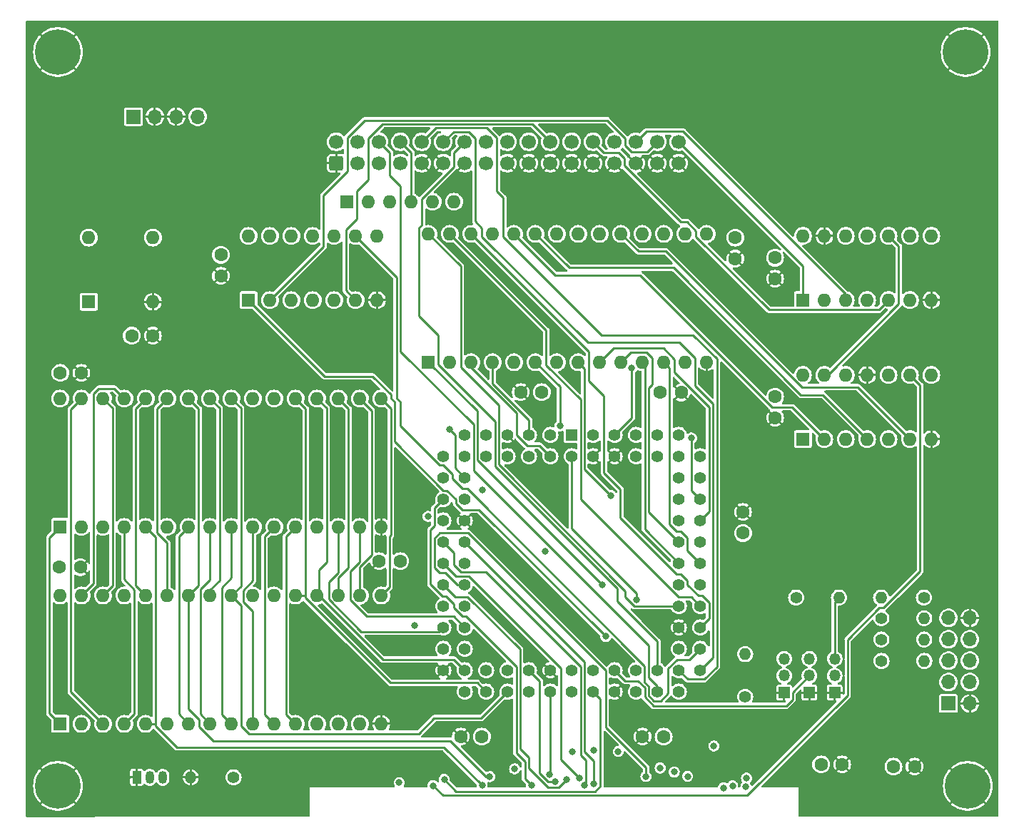
<source format=gbr>
G04 #@! TF.GenerationSoftware,KiCad,Pcbnew,(7.0.0-0)*
G04 #@! TF.CreationDate,2023-07-27T10:02:38+01:00*
G04 #@! TF.ProjectId,SFD700,53464437-3030-42e6-9b69-6361645f7063,rev?*
G04 #@! TF.SameCoordinates,Original*
G04 #@! TF.FileFunction,Copper,L2,Inr*
G04 #@! TF.FilePolarity,Positive*
%FSLAX46Y46*%
G04 Gerber Fmt 4.6, Leading zero omitted, Abs format (unit mm)*
G04 Created by KiCad (PCBNEW (7.0.0-0)) date 2023-07-27 10:02:38*
%MOMM*%
%LPD*%
G01*
G04 APERTURE LIST*
G04 Aperture macros list*
%AMRoundRect*
0 Rectangle with rounded corners*
0 $1 Rounding radius*
0 $2 $3 $4 $5 $6 $7 $8 $9 X,Y pos of 4 corners*
0 Add a 4 corners polygon primitive as box body*
4,1,4,$2,$3,$4,$5,$6,$7,$8,$9,$2,$3,0*
0 Add four circle primitives for the rounded corners*
1,1,$1+$1,$2,$3*
1,1,$1+$1,$4,$5*
1,1,$1+$1,$6,$7*
1,1,$1+$1,$8,$9*
0 Add four rect primitives between the rounded corners*
20,1,$1+$1,$2,$3,$4,$5,0*
20,1,$1+$1,$4,$5,$6,$7,0*
20,1,$1+$1,$6,$7,$8,$9,0*
20,1,$1+$1,$8,$9,$2,$3,0*%
G04 Aperture macros list end*
G04 #@! TA.AperFunction,ComponentPad*
%ADD10R,1.700000X1.700000*%
G04 #@! TD*
G04 #@! TA.AperFunction,ComponentPad*
%ADD11O,1.700000X1.700000*%
G04 #@! TD*
G04 #@! TA.AperFunction,ComponentPad*
%ADD12C,1.600000*%
G04 #@! TD*
G04 #@! TA.AperFunction,ComponentPad*
%ADD13R,1.350000X1.350000*%
G04 #@! TD*
G04 #@! TA.AperFunction,ComponentPad*
%ADD14O,1.350000X1.350000*%
G04 #@! TD*
G04 #@! TA.AperFunction,ComponentPad*
%ADD15R,1.600000X1.600000*%
G04 #@! TD*
G04 #@! TA.AperFunction,ComponentPad*
%ADD16O,1.600000X1.600000*%
G04 #@! TD*
G04 #@! TA.AperFunction,ComponentPad*
%ADD17O,1.400000X1.400000*%
G04 #@! TD*
G04 #@! TA.AperFunction,ComponentPad*
%ADD18C,1.400000*%
G04 #@! TD*
G04 #@! TA.AperFunction,ComponentPad*
%ADD19C,1.422400*%
G04 #@! TD*
G04 #@! TA.AperFunction,ComponentPad*
%ADD20R,1.422400X1.422400*%
G04 #@! TD*
G04 #@! TA.AperFunction,ComponentPad*
%ADD21C,5.400000*%
G04 #@! TD*
G04 #@! TA.AperFunction,ComponentPad*
%ADD22R,1.050000X1.500000*%
G04 #@! TD*
G04 #@! TA.AperFunction,ComponentPad*
%ADD23O,1.050000X1.500000*%
G04 #@! TD*
G04 #@! TA.AperFunction,ComponentPad*
%ADD24RoundRect,0.250000X0.600000X-0.600000X0.600000X0.600000X-0.600000X0.600000X-0.600000X-0.600000X0*%
G04 #@! TD*
G04 #@! TA.AperFunction,ComponentPad*
%ADD25C,1.700000*%
G04 #@! TD*
G04 #@! TA.AperFunction,ViaPad*
%ADD26C,0.800000*%
G04 #@! TD*
G04 #@! TA.AperFunction,Conductor*
%ADD27C,0.250000*%
G04 #@! TD*
G04 APERTURE END LIST*
D10*
X113090799Y-51618999D03*
D11*
X115630799Y-51618999D03*
X118170799Y-51618999D03*
X120710799Y-51618999D03*
D12*
X194685600Y-128524000D03*
X197185600Y-128524000D03*
X112897600Y-77622400D03*
X115397600Y-77622400D03*
X184505600Y-68478400D03*
X184505600Y-65978400D03*
D13*
X196291199Y-119989599D03*
D14*
X196291199Y-117989599D03*
X196291199Y-115989599D03*
D15*
X104393999Y-100329999D03*
D16*
X106933999Y-100329999D03*
X109473999Y-100329999D03*
X112013999Y-100329999D03*
X114553999Y-100329999D03*
X117093999Y-100329999D03*
X119633999Y-100329999D03*
X122173999Y-100329999D03*
X124713999Y-100329999D03*
X127253999Y-100329999D03*
X129793999Y-100329999D03*
X132333999Y-100329999D03*
X134873999Y-100329999D03*
X137413999Y-100329999D03*
X139953999Y-100329999D03*
X142493999Y-100329999D03*
X142493999Y-85089999D03*
X139953999Y-85089999D03*
X137413999Y-85089999D03*
X134873999Y-85089999D03*
X132333999Y-85089999D03*
X129793999Y-85089999D03*
X127253999Y-85089999D03*
X124713999Y-85089999D03*
X122173999Y-85089999D03*
X119633999Y-85089999D03*
X117093999Y-85089999D03*
X114553999Y-85089999D03*
X112013999Y-85089999D03*
X109473999Y-85089999D03*
X106933999Y-85089999D03*
X104393999Y-85089999D03*
D17*
X201802999Y-108711999D03*
D18*
X206883000Y-108712000D03*
D17*
X206933799Y-116230399D03*
D18*
X201853800Y-116230400D03*
D17*
X206908399Y-111175799D03*
D18*
X201828400Y-111175800D03*
D17*
X206908399Y-113690399D03*
D18*
X201828400Y-113690400D03*
D12*
X104414000Y-82042000D03*
X106914000Y-82042000D03*
X123469400Y-68021200D03*
X123469400Y-70521200D03*
D16*
X148091999Y-65536999D03*
X150631999Y-65536999D03*
X153171999Y-65536999D03*
X155711999Y-65536999D03*
X158251999Y-65536999D03*
X160791999Y-65536999D03*
X163331999Y-65536999D03*
X165871999Y-65536999D03*
X168411999Y-65536999D03*
X170951999Y-65536999D03*
X173491999Y-65536999D03*
X176031999Y-65536999D03*
X178571999Y-65536999D03*
X181111999Y-65536999D03*
X181111999Y-80776999D03*
X178571999Y-80776999D03*
X176031999Y-80776999D03*
X173491999Y-80776999D03*
X170951999Y-80776999D03*
X168411999Y-80776999D03*
X165871999Y-80776999D03*
X163331999Y-80776999D03*
X160791999Y-80776999D03*
X158251999Y-80776999D03*
X155711999Y-80776999D03*
X153171999Y-80776999D03*
X150631999Y-80776999D03*
D15*
X148091999Y-80776999D03*
X104393999Y-123702999D03*
D16*
X106933999Y-123702999D03*
X109473999Y-123702999D03*
X112013999Y-123702999D03*
X114553999Y-123702999D03*
X117093999Y-123702999D03*
X119633999Y-123702999D03*
X122173999Y-123702999D03*
X124713999Y-123702999D03*
X127253999Y-123702999D03*
X129793999Y-123702999D03*
X132333999Y-123702999D03*
X134873999Y-123702999D03*
X137413999Y-123702999D03*
X139953999Y-123702999D03*
X142493999Y-123702999D03*
X142493999Y-108462999D03*
X139953999Y-108462999D03*
X137413999Y-108462999D03*
X134873999Y-108462999D03*
X132333999Y-108462999D03*
X129793999Y-108462999D03*
X127253999Y-108462999D03*
X124713999Y-108462999D03*
X122173999Y-108462999D03*
X119633999Y-108462999D03*
X117093999Y-108462999D03*
X114553999Y-108462999D03*
X112013999Y-108462999D03*
X109473999Y-108462999D03*
X106933999Y-108462999D03*
X104393999Y-108462999D03*
D12*
X189225000Y-84866000D03*
X189225000Y-87366000D03*
X189225000Y-68356000D03*
X189225000Y-70856000D03*
X176002000Y-125222000D03*
X173502000Y-125222000D03*
X185420000Y-101052000D03*
X185420000Y-98552000D03*
X154432000Y-125222000D03*
X151932000Y-125222000D03*
X161544000Y-84328000D03*
X159044000Y-84328000D03*
X175584800Y-84378800D03*
X178084800Y-84378800D03*
D11*
X212343999Y-111124999D03*
X209803999Y-111124999D03*
X212343999Y-113664999D03*
X209803999Y-113664999D03*
X212343999Y-116204999D03*
X209803999Y-116204999D03*
X212343999Y-118744999D03*
X209803999Y-118744999D03*
X212343999Y-121284999D03*
D10*
X209803999Y-121284999D03*
D17*
X185673999Y-115417599D03*
D18*
X185674000Y-120497600D03*
D17*
X119887999Y-130047999D03*
D18*
X124968000Y-130048000D03*
D15*
X138429999Y-61721999D03*
D16*
X140969999Y-61721999D03*
X143509999Y-61721999D03*
X146049999Y-61721999D03*
X148589999Y-61721999D03*
X151129999Y-61721999D03*
D15*
X192526999Y-73395999D03*
D16*
X195066999Y-73395999D03*
X197606999Y-73395999D03*
X200146999Y-73395999D03*
X202686999Y-73395999D03*
X205226999Y-73395999D03*
X207766999Y-73395999D03*
X207766999Y-65775999D03*
X205226999Y-65775999D03*
X202686999Y-65775999D03*
X200146999Y-65775999D03*
X197606999Y-65775999D03*
X195066999Y-65775999D03*
X192526999Y-65775999D03*
D15*
X192526999Y-89905999D03*
D16*
X195066999Y-89905999D03*
X197606999Y-89905999D03*
X200146999Y-89905999D03*
X202686999Y-89905999D03*
X205226999Y-89905999D03*
X207766999Y-89905999D03*
X207766999Y-82285999D03*
X205226999Y-82285999D03*
X202686999Y-82285999D03*
X200146999Y-82285999D03*
X197606999Y-82285999D03*
X195066999Y-82285999D03*
X192526999Y-82285999D03*
D19*
X167640000Y-91948000D03*
X167640000Y-89408000D03*
X170180000Y-91948000D03*
X170180000Y-89408000D03*
X172720000Y-91948000D03*
X172720000Y-89408000D03*
X175260000Y-91948000D03*
X175260000Y-89408000D03*
X177800000Y-91948000D03*
X177800000Y-89408000D03*
X180340000Y-91948000D03*
X177800000Y-94488000D03*
X180340000Y-94488000D03*
X177800000Y-97028000D03*
X180340000Y-97028000D03*
X177800000Y-99568000D03*
X180340000Y-99568000D03*
X177800000Y-102108000D03*
X180340000Y-102108000D03*
X177800000Y-104648000D03*
X180340000Y-104648000D03*
X177800000Y-107188000D03*
X180340000Y-107188000D03*
X177800000Y-109728000D03*
X180340000Y-109728000D03*
X177800000Y-112268000D03*
X180340000Y-112268000D03*
X177800000Y-114808000D03*
X180340000Y-114808000D03*
X177800000Y-117348000D03*
X180340000Y-117348000D03*
X177800000Y-119888000D03*
X175260000Y-117348000D03*
X175260000Y-119888000D03*
X172720000Y-117348000D03*
X172720000Y-119888000D03*
X170180000Y-117348000D03*
X170180000Y-119888000D03*
X167640000Y-117348000D03*
X167640000Y-119888000D03*
X165100000Y-117348000D03*
X165100000Y-119888000D03*
X162560000Y-117348000D03*
X162560000Y-119888000D03*
X160020000Y-117348000D03*
X160020000Y-119888000D03*
X157480000Y-117348000D03*
X157480000Y-119888000D03*
X154940000Y-117348000D03*
X154940000Y-119888000D03*
X152400000Y-117348000D03*
X152400000Y-119888000D03*
X149860000Y-117348000D03*
X152400000Y-114808000D03*
X149860000Y-114808000D03*
X152400000Y-112268000D03*
X149860000Y-112268000D03*
X152400000Y-109728000D03*
X149860000Y-109728000D03*
X152400000Y-107188000D03*
X149860000Y-107188000D03*
X152400000Y-104648000D03*
X149860000Y-104648000D03*
X152400000Y-102108000D03*
X149860000Y-102108000D03*
X152400000Y-99568000D03*
X149860000Y-99568000D03*
X152400000Y-97028000D03*
X149860000Y-97028000D03*
X152400000Y-94488000D03*
X149860000Y-94488000D03*
X152400000Y-91948000D03*
X149860000Y-91948000D03*
X152400000Y-89408000D03*
X154940000Y-91948000D03*
X154940000Y-89408000D03*
X157480000Y-91948000D03*
X157480000Y-89408000D03*
X160020000Y-91948000D03*
X160020000Y-89408000D03*
X162560000Y-91948000D03*
X162560000Y-89408000D03*
X165100000Y-91948000D03*
D20*
X165099999Y-89407999D03*
D12*
X144740000Y-104394000D03*
X142240000Y-104394000D03*
D21*
X104140000Y-131064000D03*
D12*
X203270800Y-128778000D03*
X205770800Y-128778000D03*
D13*
X190296799Y-119991999D03*
D14*
X190296799Y-117991999D03*
X190296799Y-115991999D03*
D13*
X193296799Y-119991999D03*
D14*
X193296799Y-117991999D03*
X193296799Y-115991999D03*
D16*
X107779999Y-65971999D03*
X115399999Y-65971999D03*
X115399999Y-73591999D03*
D15*
X107779999Y-73591999D03*
D17*
X196799199Y-108711999D03*
D18*
X191719200Y-108712000D03*
D21*
X212090000Y-131064000D03*
D22*
X113487199Y-130047999D03*
D23*
X115011199Y-130047999D03*
X116585999Y-130047999D03*
D12*
X104292400Y-105105200D03*
X106792400Y-105105200D03*
D21*
X104140000Y-43942000D03*
X211836000Y-43942000D03*
D24*
X137160000Y-57150000D03*
D25*
X137160000Y-54610000D03*
X139700000Y-57150000D03*
X139700000Y-54610000D03*
X142240000Y-57150000D03*
X142240000Y-54610000D03*
X144780000Y-57150000D03*
X144780000Y-54610000D03*
X147320000Y-57150000D03*
X147320000Y-54610000D03*
X149860000Y-57150000D03*
X149860000Y-54610000D03*
X152400000Y-57150000D03*
X152400000Y-54610000D03*
X154940000Y-57150000D03*
X154940000Y-54610000D03*
X157480000Y-57150000D03*
X157480000Y-54610000D03*
X160020000Y-57150000D03*
X160020000Y-54610000D03*
X162560000Y-57150000D03*
X162560000Y-54610000D03*
X165100000Y-57150000D03*
X165100000Y-54610000D03*
X167640000Y-57150000D03*
X167640000Y-54610000D03*
X170180000Y-57150000D03*
X170180000Y-54610000D03*
X172720000Y-57150000D03*
X172720000Y-54610000D03*
X175260000Y-57150000D03*
X175260000Y-54610000D03*
X177800000Y-57150000D03*
X177800000Y-54610000D03*
D15*
X126745999Y-73405999D03*
D16*
X129285999Y-73405999D03*
X131825999Y-73405999D03*
X134365999Y-73405999D03*
X136905999Y-73405999D03*
X139445999Y-73405999D03*
X141985999Y-73405999D03*
X141985999Y-65785999D03*
X139445999Y-65785999D03*
X136905999Y-65785999D03*
X134365999Y-65785999D03*
X131825999Y-65785999D03*
X129285999Y-65785999D03*
X126745999Y-65785999D03*
D26*
X161955100Y-103210900D03*
X148059400Y-99067600D03*
X172222000Y-81496400D03*
X169133600Y-113327700D03*
X169711600Y-96585900D03*
X179303500Y-89772800D03*
X163715700Y-88305000D03*
X168714100Y-107188000D03*
X154467200Y-95954500D03*
X149973000Y-130287800D03*
X144627600Y-130683000D03*
X148632200Y-131033000D03*
X154464100Y-130981100D03*
X150590200Y-88733600D03*
X160335700Y-130972100D03*
X162488000Y-129727700D03*
X155374400Y-129963800D03*
X163160400Y-130529800D03*
X158328400Y-129027700D03*
X165145700Y-126998400D03*
X166610000Y-130983300D03*
X167737100Y-126835800D03*
X167709200Y-130807400D03*
X170622100Y-126982900D03*
X166007300Y-130150200D03*
X172820500Y-108994900D03*
X164513800Y-130300000D03*
X175587500Y-128938400D03*
X173903400Y-129944800D03*
X177258900Y-129405100D03*
X178843600Y-129935200D03*
X146423700Y-112033400D03*
X183102400Y-131300700D03*
X181963100Y-126324300D03*
X184181100Y-131052600D03*
X185831500Y-130152000D03*
X185758800Y-131192100D03*
D27*
X191297100Y-119991700D02*
X193296800Y-117992000D01*
X191297100Y-120801800D02*
X191297100Y-119991700D01*
X190543800Y-121555100D02*
X191297100Y-120801800D01*
X174794800Y-121555100D02*
X190543800Y-121555100D01*
X173764900Y-120525200D02*
X174794800Y-121555100D01*
X173764900Y-119412400D02*
X173764900Y-120525200D01*
X172970500Y-118618000D02*
X173764900Y-119412400D01*
X171450000Y-118618000D02*
X172970500Y-118618000D01*
X170180000Y-117348000D02*
X171450000Y-118618000D01*
X173023900Y-67608900D02*
X170952000Y-65537000D01*
X176258400Y-67608900D02*
X173023900Y-67608900D01*
X192384700Y-83735200D02*
X176258400Y-67608900D01*
X199056200Y-83735200D02*
X192384700Y-83735200D01*
X205227000Y-89906000D02*
X199056200Y-83735200D01*
X164788100Y-69533100D02*
X160792000Y-65537000D01*
X177172400Y-69533100D02*
X164788100Y-69533100D01*
X192280400Y-84641100D02*
X177172400Y-69533100D01*
X194882100Y-84641100D02*
X192280400Y-84641100D01*
X200147000Y-89906000D02*
X194882100Y-84641100D01*
X191277000Y-86116000D02*
X195067000Y-89906000D01*
X188861400Y-86116000D02*
X191277000Y-86116000D01*
X173179200Y-70433800D02*
X188861400Y-86116000D01*
X163148800Y-70433800D02*
X173179200Y-70433800D01*
X158252000Y-65537000D02*
X163148800Y-70433800D01*
X172222000Y-87366000D02*
X172222000Y-81496400D01*
X170180000Y-89408000D02*
X172222000Y-87366000D01*
X172521100Y-109728000D02*
X177800000Y-109728000D01*
X171440800Y-108647700D02*
X172521100Y-109728000D01*
X171440800Y-107927500D02*
X171440800Y-108647700D01*
X156435100Y-92921800D02*
X171440800Y-107927500D01*
X156435100Y-85840400D02*
X156435100Y-92921800D01*
X151945500Y-81350800D02*
X156435100Y-85840400D01*
X151945500Y-69390500D02*
X151945500Y-81350800D01*
X148092000Y-65537000D02*
X151945500Y-69390500D01*
X181399800Y-111208200D02*
X180340000Y-112268000D01*
X181399800Y-109291100D02*
X181399800Y-111208200D01*
X180566700Y-108458000D02*
X181399800Y-109291100D01*
X180124900Y-108458000D02*
X180566700Y-108458000D01*
X178836600Y-107169700D02*
X180124900Y-108458000D01*
X178836600Y-106704100D02*
X178836600Y-107169700D01*
X178050500Y-105918000D02*
X178836600Y-106704100D01*
X177555000Y-105918000D02*
X178050500Y-105918000D01*
X170870400Y-99233400D02*
X177555000Y-105918000D01*
X170870400Y-95831300D02*
X170870400Y-99233400D01*
X168910000Y-93870900D02*
X170870400Y-95831300D01*
X168910000Y-84747600D02*
X168910000Y-93870900D01*
X167142000Y-82979600D02*
X168910000Y-84747600D01*
X167142000Y-79507000D02*
X167142000Y-82979600D01*
X153172000Y-65537000D02*
X167142000Y-79507000D01*
X144329600Y-70669600D02*
X139446000Y-65786000D01*
X144329600Y-85035400D02*
X144329600Y-70669600D01*
X144780000Y-85485800D02*
X144329600Y-85035400D01*
X144780000Y-88352500D02*
X144780000Y-85485800D01*
X149432000Y-93004500D02*
X144780000Y-88352500D01*
X149881300Y-93004500D02*
X149432000Y-93004500D01*
X150959500Y-94082700D02*
X149881300Y-93004500D01*
X150959500Y-94558500D02*
X150959500Y-94082700D01*
X152159000Y-95758000D02*
X150959500Y-94558500D01*
X152695200Y-95758000D02*
X152159000Y-95758000D01*
X173756600Y-116819400D02*
X152695200Y-95758000D01*
X173756600Y-118767200D02*
X173756600Y-116819400D01*
X174219500Y-119230100D02*
X173756600Y-118767200D01*
X174219500Y-120342900D02*
X174219500Y-119230100D01*
X174844400Y-120967800D02*
X174219500Y-120342900D01*
X175661500Y-120967800D02*
X174844400Y-120967800D01*
X176530000Y-120099300D02*
X175661500Y-120967800D01*
X176530000Y-117144600D02*
X176530000Y-120099300D01*
X177596600Y-116078000D02*
X176530000Y-117144600D01*
X179070000Y-116078000D02*
X177596600Y-116078000D01*
X180340000Y-114808000D02*
X179070000Y-116078000D01*
X154103900Y-98298000D02*
X169133600Y-113327700D01*
X152142700Y-98298000D02*
X154103900Y-98298000D01*
X151363400Y-97518700D02*
X152142700Y-98298000D01*
X151363400Y-97050900D02*
X151363400Y-97518700D01*
X150295600Y-95983100D02*
X151363400Y-97050900D01*
X149869300Y-95983100D02*
X150295600Y-95983100D01*
X144101200Y-90215000D02*
X149869300Y-95983100D01*
X144101200Y-85526800D02*
X144101200Y-90215000D01*
X143619400Y-85045000D02*
X144101200Y-85526800D01*
X143619400Y-84611100D02*
X143619400Y-85045000D01*
X141469500Y-82461200D02*
X143619400Y-84611100D01*
X135801200Y-82461200D02*
X141469500Y-82461200D01*
X126746000Y-73406000D02*
X135801200Y-82461200D01*
X176710300Y-81455300D02*
X176032000Y-80777000D01*
X176710300Y-99980600D02*
X176710300Y-81455300D01*
X177567700Y-100838000D02*
X176710300Y-99980600D01*
X178050500Y-100838000D02*
X177567700Y-100838000D01*
X178836600Y-101624100D02*
X178050500Y-100838000D01*
X178836600Y-103144600D02*
X178836600Y-101624100D01*
X180340000Y-104648000D02*
X178836600Y-103144600D01*
X103124600Y-101599400D02*
X104394000Y-100330000D01*
X103124600Y-122433600D02*
X103124600Y-101599400D01*
X104394000Y-123703000D02*
X103124600Y-122433600D01*
X110623400Y-107313600D02*
X109474000Y-108463000D01*
X110623400Y-86239400D02*
X110623400Y-107313600D01*
X109474000Y-85090000D02*
X110623400Y-86239400D01*
X173765000Y-81050000D02*
X173492000Y-80777000D01*
X173765000Y-100613000D02*
X173765000Y-81050000D01*
X177800000Y-104648000D02*
X173765000Y-100613000D01*
X172099100Y-79629900D02*
X170952000Y-80777000D01*
X173955200Y-79629900D02*
X172099100Y-79629900D01*
X174627300Y-80302000D02*
X173955200Y-79629900D01*
X174627300Y-83388900D02*
X174627300Y-80302000D01*
X174223400Y-83792800D02*
X174627300Y-83388900D01*
X174223400Y-98531400D02*
X174223400Y-83792800D01*
X177800000Y-102108000D02*
X174223400Y-98531400D01*
X105664000Y-119893000D02*
X109474000Y-123703000D01*
X105664000Y-86360000D02*
X105664000Y-119893000D01*
X106934000Y-85090000D02*
X105664000Y-86360000D01*
X170080700Y-79108300D02*
X168412000Y-80777000D01*
X175987300Y-79108300D02*
X170080700Y-79108300D01*
X177302000Y-80423000D02*
X175987300Y-79108300D01*
X177302000Y-82004400D02*
X177302000Y-80423000D01*
X181400900Y-86103300D02*
X177302000Y-82004400D01*
X181400900Y-98507100D02*
X181400900Y-86103300D01*
X180340000Y-99568000D02*
X181400900Y-98507100D01*
X166601500Y-81506500D02*
X165872000Y-80777000D01*
X166601500Y-93475800D02*
X166601500Y-81506500D01*
X169711600Y-96585900D02*
X166601500Y-93475800D01*
X113376700Y-107285700D02*
X114554000Y-108463000D01*
X113376700Y-86267300D02*
X113376700Y-107285700D01*
X114554000Y-85090000D02*
X113376700Y-86267300D01*
X179303500Y-95991500D02*
X179303500Y-89772800D01*
X180340000Y-97028000D02*
X179303500Y-95991500D01*
X113204600Y-122512400D02*
X112014000Y-123703000D01*
X113204600Y-107750500D02*
X113204600Y-122512400D01*
X112014000Y-106559900D02*
X113204600Y-107750500D01*
X112014000Y-100330000D02*
X112014000Y-106559900D01*
X163715700Y-83700700D02*
X163715700Y-88305000D01*
X160792000Y-80777000D02*
X163715700Y-83700700D01*
X162062000Y-76967000D02*
X150632000Y-65537000D01*
X162062000Y-81123300D02*
X162062000Y-76967000D01*
X166151000Y-85212300D02*
X162062000Y-81123300D01*
X166151000Y-97031300D02*
X166151000Y-85212300D01*
X177776000Y-108656300D02*
X166151000Y-97031300D01*
X179268300Y-108656300D02*
X177776000Y-108656300D01*
X180340000Y-109728000D02*
X179268300Y-108656300D01*
X153895200Y-92369100D02*
X168714100Y-107188000D01*
X153895200Y-86580200D02*
X153895200Y-92369100D01*
X148092000Y-80777000D02*
X153895200Y-86580200D01*
X203877600Y-66966600D02*
X202687000Y-65776000D01*
X203877600Y-73873000D02*
X203877600Y-66966600D01*
X195464600Y-82286000D02*
X203877600Y-73873000D01*
X195067000Y-82286000D02*
X195464600Y-82286000D01*
X122174000Y-107830500D02*
X122174000Y-108463000D01*
X123301200Y-106703300D02*
X122174000Y-107830500D01*
X123301200Y-86217200D02*
X123301200Y-106703300D01*
X122174000Y-85090000D02*
X123301200Y-86217200D01*
X196291200Y-109220000D02*
X196799200Y-108712000D01*
X196291200Y-115989600D02*
X196291200Y-109220000D01*
X192527000Y-69337000D02*
X192527000Y-73396000D01*
X177800000Y-54610000D02*
X192527000Y-69337000D01*
X135636000Y-67056000D02*
X129286000Y-73406000D01*
X135636000Y-60978200D02*
X135636000Y-67056000D01*
X138483300Y-58130900D02*
X135636000Y-60978200D01*
X138483300Y-54105700D02*
X138483300Y-58130900D01*
X140546100Y-52042900D02*
X138483300Y-54105700D01*
X169298500Y-52042900D02*
X140546100Y-52042900D01*
X171450000Y-54194400D02*
X169298500Y-52042900D01*
X171450000Y-55041000D02*
X171450000Y-54194400D01*
X172194400Y-55785400D02*
X171450000Y-55041000D01*
X174084600Y-55785400D02*
X172194400Y-55785400D01*
X175260000Y-54610000D02*
X174084600Y-55785400D01*
X197607000Y-72690200D02*
X197607000Y-73396000D01*
X178305800Y-53389000D02*
X197607000Y-72690200D01*
X173941000Y-53389000D02*
X178305800Y-53389000D01*
X172720000Y-54610000D02*
X173941000Y-53389000D01*
X201536500Y-74546500D02*
X202687000Y-73396000D01*
X188512800Y-74546500D02*
X201536500Y-74546500D01*
X179842000Y-65875700D02*
X188512800Y-74546500D01*
X179842000Y-65180000D02*
X179842000Y-65875700D01*
X178779800Y-64117800D02*
X179842000Y-65180000D01*
X178022800Y-64117800D02*
X178779800Y-64117800D01*
X171355400Y-57450400D02*
X178022800Y-64117800D01*
X171355400Y-56590400D02*
X171355400Y-57450400D01*
X170662900Y-55897900D02*
X171355400Y-56590400D01*
X168927900Y-55897900D02*
X170662900Y-55897900D01*
X167640000Y-54610000D02*
X168927900Y-55897900D01*
X138289300Y-72249300D02*
X139446000Y-73406000D01*
X138289300Y-65020100D02*
X138289300Y-72249300D01*
X139555400Y-63754000D02*
X138289300Y-65020100D01*
X139555400Y-60502700D02*
X139555400Y-63754000D01*
X140970000Y-59088100D02*
X139555400Y-60502700D01*
X140970000Y-54206800D02*
X140970000Y-59088100D01*
X142683600Y-52493200D02*
X140970000Y-54206800D01*
X160443200Y-52493200D02*
X142683600Y-52493200D01*
X162560000Y-54610000D02*
X160443200Y-52493200D01*
X175260000Y-113889900D02*
X175260000Y-117348000D01*
X170530000Y-109159900D02*
X175260000Y-113889900D01*
X170530000Y-107653600D02*
X170530000Y-109159900D01*
X155984600Y-93108200D02*
X170530000Y-107653600D01*
X155984600Y-87781900D02*
X155984600Y-93108200D01*
X149217400Y-81014700D02*
X155984600Y-87781900D01*
X149217400Y-77539800D02*
X149217400Y-81014700D01*
X146922300Y-75244700D02*
X149217400Y-77539800D01*
X146922300Y-64838500D02*
X146922300Y-75244700D01*
X147320000Y-64440800D02*
X146922300Y-64838500D01*
X147320000Y-61400300D02*
X147320000Y-64440800D01*
X151130000Y-57590300D02*
X147320000Y-61400300D01*
X151130000Y-55880000D02*
X151130000Y-57590300D01*
X152400000Y-54610000D02*
X151130000Y-55880000D01*
X151076100Y-53393900D02*
X149860000Y-54610000D01*
X152872500Y-53393900D02*
X151076100Y-53393900D01*
X153670000Y-54191400D02*
X152872500Y-53393900D01*
X153670000Y-64053400D02*
X153670000Y-54191400D01*
X154442000Y-64825400D02*
X153670000Y-64053400D01*
X154442000Y-65858600D02*
X154442000Y-64825400D01*
X167016600Y-78433200D02*
X154442000Y-65858600D01*
X177830700Y-78433200D02*
X167016600Y-78433200D01*
X179697400Y-80299900D02*
X177830700Y-78433200D01*
X179697400Y-83538400D02*
X179697400Y-80299900D01*
X181851300Y-85692300D02*
X179697400Y-83538400D01*
X181851300Y-115836700D02*
X181851300Y-85692300D01*
X180340000Y-117348000D02*
X181851300Y-115836700D01*
X148986500Y-52943500D02*
X147320000Y-54610000D01*
X155005500Y-52943500D02*
X148986500Y-52943500D01*
X156210000Y-54148000D02*
X155005500Y-52943500D01*
X156210000Y-60462800D02*
X156210000Y-54148000D01*
X156982000Y-61234800D02*
X156210000Y-60462800D01*
X156982000Y-65863300D02*
X156982000Y-61234800D01*
X168651300Y-77532600D02*
X156982000Y-65863300D01*
X179469400Y-77532600D02*
X168651300Y-77532600D01*
X182330200Y-80393400D02*
X179469400Y-77532600D01*
X182330200Y-116898800D02*
X182330200Y-80393400D01*
X180824000Y-118405000D02*
X182330200Y-116898800D01*
X178857000Y-118405000D02*
X180824000Y-118405000D01*
X177800000Y-117348000D02*
X178857000Y-118405000D01*
X146050000Y-55880000D02*
X146050000Y-61722000D01*
X144780000Y-54610000D02*
X146050000Y-55880000D01*
X175260000Y-119251100D02*
X175260000Y-119888000D01*
X174207000Y-118198100D02*
X175260000Y-119251100D01*
X174207000Y-114391900D02*
X174207000Y-118198100D01*
X153444700Y-93629600D02*
X174207000Y-114391900D01*
X153444700Y-88189800D02*
X153444700Y-93629600D01*
X144780000Y-79525100D02*
X153444700Y-88189800D01*
X144780000Y-59869200D02*
X144780000Y-79525100D01*
X143510000Y-58599200D02*
X144780000Y-59869200D01*
X143510000Y-55880000D02*
X143510000Y-58599200D01*
X142240000Y-54610000D02*
X143510000Y-55880000D01*
X131199700Y-101464300D02*
X132334000Y-100330000D01*
X131199700Y-122568700D02*
X131199700Y-101464300D01*
X132334000Y-123703000D02*
X131199700Y-122568700D01*
X161290000Y-90678000D02*
X162560000Y-91948000D01*
X159818200Y-90678000D02*
X161290000Y-90678000D01*
X158579500Y-89439300D02*
X159818200Y-90678000D01*
X158579500Y-86821400D02*
X158579500Y-89439300D01*
X153172000Y-81413900D02*
X158579500Y-86821400D01*
X153172000Y-80777000D02*
X153172000Y-81413900D01*
X151401800Y-131716600D02*
X149973000Y-130287800D01*
X167833700Y-131716600D02*
X151401800Y-131716600D01*
X168480800Y-131069500D02*
X167833700Y-131716600D01*
X168480800Y-120728800D02*
X168480800Y-131069500D01*
X167640000Y-119888000D02*
X168480800Y-120728800D01*
X128659700Y-101464300D02*
X129794000Y-100330000D01*
X128659700Y-122568700D02*
X128659700Y-101464300D01*
X129794000Y-123703000D02*
X128659700Y-122568700D01*
X160020000Y-87624900D02*
X160020000Y-89408000D01*
X155712000Y-83316900D02*
X160020000Y-87624900D01*
X155712000Y-80777000D02*
X155712000Y-83316900D01*
X127254000Y-106715600D02*
X127254000Y-100330000D01*
X126102000Y-107867600D02*
X127254000Y-106715600D01*
X126102000Y-109214100D02*
X126102000Y-107867600D01*
X127254000Y-110366100D02*
X126102000Y-109214100D01*
X127254000Y-123703000D02*
X127254000Y-110366100D01*
X124714000Y-106375200D02*
X124714000Y-100330000D01*
X123578600Y-107510600D02*
X124714000Y-106375200D01*
X123578600Y-122567600D02*
X123578600Y-107510600D01*
X124714000Y-123703000D02*
X123578600Y-122567600D01*
X206417600Y-83476600D02*
X205227000Y-82286000D01*
X206417600Y-105595300D02*
X206417600Y-83476600D01*
X202071200Y-109941700D02*
X206417600Y-105595300D01*
X201601500Y-109941700D02*
X202071200Y-109941700D01*
X197845000Y-113698200D02*
X201601500Y-109941700D01*
X197845000Y-120288900D02*
X197845000Y-113698200D01*
X185920000Y-132213900D02*
X197845000Y-120288900D01*
X149813100Y-132213900D02*
X185920000Y-132213900D01*
X148632200Y-131033000D02*
X149813100Y-132213900D01*
X122174000Y-106564300D02*
X122174000Y-100330000D01*
X121028200Y-107710100D02*
X122174000Y-106564300D01*
X121028200Y-122557200D02*
X121028200Y-107710100D01*
X122174000Y-123703000D02*
X121028200Y-122557200D01*
X118488200Y-101475800D02*
X119634000Y-100330000D01*
X118488200Y-122557200D02*
X118488200Y-101475800D01*
X119634000Y-123703000D02*
X118488200Y-122557200D01*
X114554000Y-123703000D02*
X115744600Y-123703000D01*
X115744600Y-101520600D02*
X114554000Y-100330000D01*
X115744600Y-123703000D02*
X115744600Y-101520600D01*
X149962500Y-126479500D02*
X154464100Y-130981100D01*
X118260700Y-126479500D02*
X149962500Y-126479500D01*
X115744600Y-123963400D02*
X118260700Y-126479500D01*
X115744600Y-123703000D02*
X115744600Y-123963400D01*
X151239100Y-89382500D02*
X150590200Y-88733600D01*
X151239200Y-89382500D02*
X151239100Y-89382500D01*
X151239200Y-93327200D02*
X151239200Y-89382500D01*
X152400000Y-94488000D02*
X151239200Y-93327200D01*
X115903400Y-86280600D02*
X117094000Y-85090000D01*
X115903400Y-101042500D02*
X115903400Y-86280600D01*
X117094000Y-102233100D02*
X115903400Y-101042500D01*
X117094000Y-108463000D02*
X117094000Y-102233100D01*
X159554900Y-130191300D02*
X160335700Y-130972100D01*
X159554900Y-128169900D02*
X159554900Y-130191300D01*
X158524300Y-127139300D02*
X159554900Y-128169900D01*
X158524300Y-116923900D02*
X158524300Y-127139300D01*
X152560400Y-110960000D02*
X158524300Y-116923900D01*
X152147100Y-110960000D02*
X152560400Y-110960000D01*
X151130000Y-109942900D02*
X152147100Y-110960000D01*
X151130000Y-109506700D02*
X151130000Y-109942900D01*
X150166500Y-108543200D02*
X151130000Y-109506700D01*
X149746700Y-108543200D02*
X150166500Y-108543200D01*
X148352700Y-107149200D02*
X149746700Y-108543200D01*
X148352700Y-100651400D02*
X148352700Y-107149200D01*
X148803000Y-100201100D02*
X148352700Y-100651400D01*
X148803000Y-98085000D02*
X148803000Y-100201100D01*
X149860000Y-97028000D02*
X148803000Y-98085000D01*
X162560000Y-129655700D02*
X162488000Y-129727700D01*
X162560000Y-119888000D02*
X162560000Y-129655700D01*
X120824600Y-86280600D02*
X119634000Y-85090000D01*
X120824600Y-107272400D02*
X120824600Y-86280600D01*
X119634000Y-108463000D02*
X120824600Y-107272400D01*
X154935900Y-129963800D02*
X155374400Y-129963800D01*
X150699100Y-125727000D02*
X154935900Y-129963800D01*
X122560200Y-125727000D02*
X150699100Y-125727000D01*
X120904000Y-124070800D02*
X122560200Y-125727000D01*
X120904000Y-123225700D02*
X120904000Y-124070800D01*
X119634000Y-121955700D02*
X120904000Y-123225700D01*
X119634000Y-108463000D02*
X119634000Y-121955700D01*
X162243900Y-130529800D02*
X163160400Y-130529800D01*
X161290000Y-129575900D02*
X162243900Y-130529800D01*
X161290000Y-118618000D02*
X161290000Y-129575900D01*
X160020000Y-117348000D02*
X161290000Y-118618000D01*
X125839400Y-107337600D02*
X124714000Y-108463000D01*
X125839400Y-86215400D02*
X125839400Y-107337600D01*
X124714000Y-85090000D02*
X125839400Y-86215400D01*
X125876900Y-109625900D02*
X124714000Y-108463000D01*
X125876900Y-123941400D02*
X125876900Y-109625900D01*
X126789100Y-124853600D02*
X125876900Y-123941400D01*
X146955000Y-124853600D02*
X126789100Y-124853600D01*
X148780400Y-123028200D02*
X146955000Y-124853600D01*
X154339800Y-123028200D02*
X148780400Y-123028200D01*
X157480000Y-119888000D02*
X154339800Y-123028200D01*
X166776300Y-130817000D02*
X166610000Y-130983300D01*
X166776300Y-128055000D02*
X166776300Y-130817000D01*
X166151200Y-127429900D02*
X166776300Y-128055000D01*
X166151200Y-116912000D02*
X166151200Y-127429900D01*
X154940200Y-105701000D02*
X166151200Y-116912000D01*
X151977100Y-105701000D02*
X154940200Y-105701000D01*
X151130000Y-104853900D02*
X151977100Y-105701000D01*
X151130000Y-103378000D02*
X151130000Y-104853900D01*
X149860000Y-102108000D02*
X151130000Y-103378000D01*
X108348600Y-107048400D02*
X106934000Y-108463000D01*
X108348600Y-84546600D02*
X108348600Y-107048400D01*
X108985700Y-83909500D02*
X108348600Y-84546600D01*
X110833500Y-83909500D02*
X108985700Y-83909500D01*
X112014000Y-85090000D02*
X110833500Y-83909500D01*
X167709200Y-128080800D02*
X167709200Y-130807400D01*
X166602600Y-126974200D02*
X167709200Y-128080800D01*
X166602600Y-116310600D02*
X166602600Y-126974200D01*
X152400000Y-102108000D02*
X166602600Y-116310600D01*
X163830000Y-127972900D02*
X166007300Y-130150200D01*
X163830000Y-117101600D02*
X163830000Y-127972900D01*
X152879800Y-106151400D02*
X163830000Y-117101600D01*
X151363400Y-106151400D02*
X152879800Y-106151400D01*
X149860000Y-104648000D02*
X151363400Y-106151400D01*
X172820500Y-108235700D02*
X172820500Y-108994900D01*
X165100000Y-100515200D02*
X172820500Y-108235700D01*
X165100000Y-91948000D02*
X165100000Y-100515200D01*
X163556700Y-131257100D02*
X164513800Y-130300000D01*
X162323500Y-131257100D02*
X163556700Y-131257100D01*
X160032500Y-128966100D02*
X162323500Y-131257100D01*
X160032500Y-127692300D02*
X160032500Y-128966100D01*
X158982300Y-126642100D02*
X160032500Y-127692300D01*
X158982300Y-114844400D02*
X158982300Y-126642100D01*
X152755200Y-108617300D02*
X158982300Y-114844400D01*
X151289300Y-108617300D02*
X152755200Y-108617300D01*
X149860000Y-107188000D02*
X151289300Y-108617300D01*
X133524600Y-86280600D02*
X132334000Y-85090000D01*
X133524600Y-108463000D02*
X133524600Y-86280600D01*
X133524700Y-108463000D02*
X133524600Y-108463000D01*
X133524700Y-108760700D02*
X133524700Y-108463000D01*
X143597200Y-118833200D02*
X133524700Y-108760700D01*
X153885200Y-118833200D02*
X143597200Y-118833200D01*
X154940000Y-119888000D02*
X153885200Y-118833200D01*
X133524600Y-108463000D02*
X132334000Y-108463000D01*
X173903400Y-128856600D02*
X173903400Y-129944800D01*
X169143400Y-124096600D02*
X173903400Y-128856600D01*
X169143400Y-117383600D02*
X169143400Y-124096600D01*
X152805300Y-101045500D02*
X169143400Y-117383600D01*
X149425600Y-101045500D02*
X152805300Y-101045500D01*
X148803000Y-101668100D02*
X149425600Y-101045500D01*
X148803000Y-105128800D02*
X148803000Y-101668100D01*
X149432800Y-105758600D02*
X148803000Y-105128800D01*
X150068100Y-105758600D02*
X149432800Y-105758600D01*
X151497500Y-107188000D02*
X150068100Y-105758600D01*
X152400000Y-107188000D02*
X151497500Y-107188000D01*
X135099100Y-108463000D02*
X134874000Y-108463000D01*
X136000900Y-86216900D02*
X134874000Y-85090000D01*
X136000900Y-104524100D02*
X136000900Y-86216900D01*
X135099100Y-105425900D02*
X136000900Y-104524100D01*
X135099100Y-108463000D02*
X135099100Y-105425900D01*
X151130000Y-116078000D02*
X152400000Y-117348000D01*
X142714100Y-116078000D02*
X151130000Y-116078000D01*
X135099100Y-108463000D02*
X142714100Y-116078000D01*
X138605500Y-86281500D02*
X137414000Y-85090000D01*
X138605500Y-105163200D02*
X138605500Y-86281500D01*
X137414000Y-106354700D02*
X138605500Y-105163200D01*
X137414000Y-108463000D02*
X137414000Y-106354700D01*
X141368600Y-86504600D02*
X139954000Y-85090000D01*
X141368600Y-103673900D02*
X141368600Y-86504600D01*
X139954000Y-105088500D02*
X141368600Y-103673900D01*
X139954000Y-108463000D02*
X139954000Y-105088500D01*
X137414000Y-105717800D02*
X137414000Y-100330000D01*
X136278400Y-106853400D02*
X137414000Y-105717800D01*
X136278400Y-108919400D02*
X136278400Y-106853400D01*
X140117800Y-112758800D02*
X136278400Y-108919400D01*
X149369200Y-112758800D02*
X140117800Y-112758800D01*
X149860000Y-112268000D02*
X149369200Y-112758800D01*
X143650800Y-86246800D02*
X142494000Y-85090000D01*
X143650800Y-101288400D02*
X143650800Y-86246800D01*
X143490000Y-101449200D02*
X143650800Y-101288400D01*
X143490000Y-107467000D02*
X143490000Y-101449200D01*
X142494000Y-108463000D02*
X143490000Y-107467000D01*
X139954000Y-104451600D02*
X139954000Y-100330000D01*
X138821700Y-105583900D02*
X139954000Y-104451600D01*
X138821700Y-108990800D02*
X138821700Y-105583900D01*
X140790900Y-110960000D02*
X138821700Y-108990800D01*
X151092000Y-110960000D02*
X140790900Y-110960000D01*
X152400000Y-112268000D02*
X151092000Y-110960000D01*
G04 #@! TA.AperFunction,Conductor*
G36*
X215687994Y-40266620D02*
G01*
X215733385Y-40312008D01*
X215750000Y-40374011D01*
X215750000Y-134626000D01*
X215733387Y-134688000D01*
X215688000Y-134733387D01*
X215626000Y-134750000D01*
X192124000Y-134750000D01*
X192062000Y-134733387D01*
X192016613Y-134688000D01*
X192000000Y-134626000D01*
X192000000Y-133238345D01*
X210097711Y-133238345D01*
X210105398Y-133249671D01*
X210322624Y-133431946D01*
X210328422Y-133436263D01*
X210609480Y-133621118D01*
X210615729Y-133624725D01*
X210916347Y-133775702D01*
X210922986Y-133778565D01*
X211239107Y-133893624D01*
X211246004Y-133895689D01*
X211573363Y-133973275D01*
X211580447Y-133974524D01*
X211914611Y-134013582D01*
X211921780Y-134014000D01*
X212258220Y-134014000D01*
X212265388Y-134013582D01*
X212599552Y-133974524D01*
X212606636Y-133973275D01*
X212933995Y-133895689D01*
X212940892Y-133893624D01*
X213257013Y-133778565D01*
X213263652Y-133775702D01*
X213564270Y-133624725D01*
X213570519Y-133621118D01*
X213851577Y-133436263D01*
X213857375Y-133431946D01*
X214074600Y-133249671D01*
X214082287Y-133238345D01*
X214075616Y-133226393D01*
X212101542Y-131252319D01*
X212090000Y-131245655D01*
X212078457Y-131252319D01*
X210104382Y-133226393D01*
X210097711Y-133238345D01*
X192000000Y-133238345D01*
X192000000Y-131266326D01*
X192000000Y-131250000D01*
X191983674Y-131250000D01*
X187719955Y-131250000D01*
X187663660Y-131236485D01*
X187619637Y-131198885D01*
X187597482Y-131145398D01*
X187602024Y-131087682D01*
X187614327Y-131067605D01*
X209135211Y-131067605D01*
X209154771Y-131403439D01*
X209155610Y-131410619D01*
X209214025Y-131741912D01*
X209215687Y-131748925D01*
X209312177Y-132071223D01*
X209314634Y-132077972D01*
X209447887Y-132386890D01*
X209451120Y-132393326D01*
X209619325Y-132684666D01*
X209623293Y-132690698D01*
X209824186Y-132960546D01*
X209828813Y-132966059D01*
X209905921Y-133047788D01*
X209917409Y-133054798D01*
X209929094Y-133048127D01*
X211901680Y-131075542D01*
X211908344Y-131064000D01*
X211908343Y-131063999D01*
X212271655Y-131063999D01*
X212278319Y-131075542D01*
X214250904Y-133048127D01*
X214262590Y-133054798D01*
X214274076Y-133047791D01*
X214351186Y-132966059D01*
X214355816Y-132960541D01*
X214556706Y-132690698D01*
X214560674Y-132684666D01*
X214728879Y-132393326D01*
X214732112Y-132386890D01*
X214865365Y-132077972D01*
X214867822Y-132071223D01*
X214964312Y-131748925D01*
X214965974Y-131741912D01*
X215024389Y-131410619D01*
X215025228Y-131403439D01*
X215044789Y-131067605D01*
X215044789Y-131060395D01*
X215025228Y-130724560D01*
X215024389Y-130717380D01*
X214965974Y-130386087D01*
X214964312Y-130379074D01*
X214867822Y-130056776D01*
X214865365Y-130050027D01*
X214732112Y-129741109D01*
X214728879Y-129734673D01*
X214560674Y-129443333D01*
X214556706Y-129437301D01*
X214355813Y-129167453D01*
X214351186Y-129161940D01*
X214274077Y-129080210D01*
X214262589Y-129073200D01*
X214250904Y-129079871D01*
X212278319Y-131052457D01*
X212271655Y-131063999D01*
X211908343Y-131063999D01*
X211901680Y-131052457D01*
X209929094Y-129079871D01*
X209917408Y-129073200D01*
X209905923Y-129080207D01*
X209828805Y-129161949D01*
X209824190Y-129167448D01*
X209623293Y-129437301D01*
X209619325Y-129443333D01*
X209451120Y-129734673D01*
X209447887Y-129741109D01*
X209314634Y-130050027D01*
X209312177Y-130056776D01*
X209215687Y-130379074D01*
X209214025Y-130386087D01*
X209155610Y-130717380D01*
X209154771Y-130724560D01*
X209135211Y-131060395D01*
X209135211Y-131067605D01*
X187614327Y-131067605D01*
X187632274Y-131038319D01*
X190146593Y-128524000D01*
X193625998Y-128524000D01*
X193626595Y-128530061D01*
X193645760Y-128724653D01*
X193645761Y-128724659D01*
X193646358Y-128730718D01*
X193648125Y-128736543D01*
X193648126Y-128736548D01*
X193704362Y-128921934D01*
X193706655Y-128929492D01*
X193709524Y-128934860D01*
X193709526Y-128934864D01*
X193800852Y-129105722D01*
X193804573Y-129112683D01*
X193808439Y-129117394D01*
X193808440Y-129117395D01*
X193918062Y-129250971D01*
X193936348Y-129273252D01*
X194096917Y-129405027D01*
X194280108Y-129502945D01*
X194478882Y-129563242D01*
X194685600Y-129583602D01*
X194892318Y-129563242D01*
X195091092Y-129502945D01*
X195274283Y-129405027D01*
X195341989Y-129349462D01*
X196542244Y-129349462D01*
X196550056Y-129360750D01*
X196594715Y-129397400D01*
X196604806Y-129404143D01*
X196776465Y-129495896D01*
X196787665Y-129500535D01*
X196973933Y-129557039D01*
X196985828Y-129559405D01*
X197179539Y-129578484D01*
X197191661Y-129578484D01*
X197385371Y-129559405D01*
X197397266Y-129557039D01*
X197583534Y-129500535D01*
X197594734Y-129495896D01*
X197766395Y-129404142D01*
X197776483Y-129397400D01*
X197821141Y-129360751D01*
X197828954Y-129349461D01*
X197822287Y-129337464D01*
X197197142Y-128712319D01*
X197185600Y-128705655D01*
X197174057Y-128712319D01*
X196548912Y-129337463D01*
X196542244Y-129349462D01*
X195341989Y-129349462D01*
X195434852Y-129273252D01*
X195566627Y-129112683D01*
X195664545Y-128929492D01*
X195724842Y-128730718D01*
X195744605Y-128530061D01*
X196131116Y-128530061D01*
X196150194Y-128723771D01*
X196152560Y-128735666D01*
X196209064Y-128921934D01*
X196213703Y-128933134D01*
X196305456Y-129104793D01*
X196312199Y-129114885D01*
X196348848Y-129159542D01*
X196360136Y-129167354D01*
X196372135Y-129160686D01*
X196997280Y-128535542D01*
X197003944Y-128524000D01*
X197367255Y-128524000D01*
X197373919Y-128535542D01*
X197999064Y-129160687D01*
X198011061Y-129167354D01*
X198022351Y-129159541D01*
X198059000Y-129114883D01*
X198065742Y-129104795D01*
X198157496Y-128933134D01*
X198162135Y-128921934D01*
X198205797Y-128778000D01*
X202211198Y-128778000D01*
X202211795Y-128784061D01*
X202230960Y-128978653D01*
X202230961Y-128978659D01*
X202231558Y-128984718D01*
X202233325Y-128990543D01*
X202233326Y-128990548D01*
X202286988Y-129167448D01*
X202291855Y-129183492D01*
X202294724Y-129188860D01*
X202294726Y-129188864D01*
X202386602Y-129360751D01*
X202389773Y-129366683D01*
X202393639Y-129371394D01*
X202393640Y-129371395D01*
X202498603Y-129499294D01*
X202521548Y-129527252D01*
X202682117Y-129659027D01*
X202865308Y-129756945D01*
X203064082Y-129817242D01*
X203270800Y-129837602D01*
X203477518Y-129817242D01*
X203676292Y-129756945D01*
X203859483Y-129659027D01*
X203927189Y-129603462D01*
X205127444Y-129603462D01*
X205135256Y-129614750D01*
X205179915Y-129651400D01*
X205190006Y-129658143D01*
X205361665Y-129749896D01*
X205372865Y-129754535D01*
X205559133Y-129811039D01*
X205571028Y-129813405D01*
X205764739Y-129832484D01*
X205776861Y-129832484D01*
X205970571Y-129813405D01*
X205982466Y-129811039D01*
X206168734Y-129754535D01*
X206179934Y-129749896D01*
X206351595Y-129658142D01*
X206361683Y-129651400D01*
X206406341Y-129614751D01*
X206414154Y-129603461D01*
X206407487Y-129591464D01*
X205782342Y-128966319D01*
X205770800Y-128959655D01*
X205759257Y-128966319D01*
X205134112Y-129591463D01*
X205127444Y-129603462D01*
X203927189Y-129603462D01*
X204020052Y-129527252D01*
X204151827Y-129366683D01*
X204249745Y-129183492D01*
X204310042Y-128984718D01*
X204329805Y-128784061D01*
X204716316Y-128784061D01*
X204735394Y-128977771D01*
X204737760Y-128989666D01*
X204794264Y-129175934D01*
X204798903Y-129187134D01*
X204890656Y-129358793D01*
X204897399Y-129368885D01*
X204934048Y-129413542D01*
X204945336Y-129421354D01*
X204957335Y-129414686D01*
X205582480Y-128789542D01*
X205589144Y-128778000D01*
X205952455Y-128778000D01*
X205959119Y-128789542D01*
X206584264Y-129414687D01*
X206596261Y-129421354D01*
X206607551Y-129413541D01*
X206644200Y-129368883D01*
X206650942Y-129358795D01*
X206742696Y-129187134D01*
X206747335Y-129175934D01*
X206803839Y-128989666D01*
X206806205Y-128977771D01*
X206814884Y-128889653D01*
X210097711Y-128889653D01*
X210104381Y-128901604D01*
X212078457Y-130875680D01*
X212090000Y-130882344D01*
X212101542Y-130875680D01*
X214075617Y-128901604D01*
X214082287Y-128889653D01*
X214074600Y-128878327D01*
X213857375Y-128696053D01*
X213851577Y-128691736D01*
X213570519Y-128506881D01*
X213564270Y-128503274D01*
X213263652Y-128352297D01*
X213257013Y-128349434D01*
X212940892Y-128234375D01*
X212933995Y-128232310D01*
X212606636Y-128154724D01*
X212599552Y-128153475D01*
X212265388Y-128114417D01*
X212258220Y-128114000D01*
X211921780Y-128114000D01*
X211914611Y-128114417D01*
X211580447Y-128153475D01*
X211573363Y-128154724D01*
X211246004Y-128232310D01*
X211239107Y-128234375D01*
X210922986Y-128349434D01*
X210916347Y-128352297D01*
X210615729Y-128503274D01*
X210609480Y-128506881D01*
X210328422Y-128691736D01*
X210322624Y-128696053D01*
X210105398Y-128878327D01*
X210097711Y-128889653D01*
X206814884Y-128889653D01*
X206825284Y-128784061D01*
X206825284Y-128771939D01*
X206806205Y-128578228D01*
X206803839Y-128566333D01*
X206747335Y-128380065D01*
X206742696Y-128368865D01*
X206650943Y-128197206D01*
X206644200Y-128187115D01*
X206607550Y-128142456D01*
X206596262Y-128134644D01*
X206584263Y-128141312D01*
X205959119Y-128766457D01*
X205952455Y-128778000D01*
X205589144Y-128778000D01*
X205582480Y-128766457D01*
X204957335Y-128141312D01*
X204945336Y-128134644D01*
X204934047Y-128142458D01*
X204897399Y-128187115D01*
X204890658Y-128197203D01*
X204798903Y-128368865D01*
X204794264Y-128380065D01*
X204737760Y-128566333D01*
X204735394Y-128578228D01*
X204716316Y-128771939D01*
X204716316Y-128784061D01*
X204329805Y-128784061D01*
X204330402Y-128778000D01*
X204310042Y-128571282D01*
X204249745Y-128372508D01*
X204151827Y-128189317D01*
X204020052Y-128028748D01*
X203949707Y-127971018D01*
X203927187Y-127952536D01*
X205127444Y-127952536D01*
X205134112Y-127964535D01*
X205759257Y-128589680D01*
X205770800Y-128596344D01*
X205782342Y-128589680D01*
X206407486Y-127964535D01*
X206414154Y-127952536D01*
X206406342Y-127941248D01*
X206361685Y-127904599D01*
X206351593Y-127897856D01*
X206179934Y-127806103D01*
X206168734Y-127801464D01*
X205982466Y-127744960D01*
X205970571Y-127742594D01*
X205776861Y-127723516D01*
X205764739Y-127723516D01*
X205571028Y-127742594D01*
X205559133Y-127744960D01*
X205372865Y-127801464D01*
X205361665Y-127806103D01*
X205190003Y-127897858D01*
X205179915Y-127904599D01*
X205135258Y-127941247D01*
X205127444Y-127952536D01*
X203927187Y-127952536D01*
X203864195Y-127900840D01*
X203864194Y-127900839D01*
X203859483Y-127896973D01*
X203854107Y-127894099D01*
X203854105Y-127894098D01*
X203681664Y-127801926D01*
X203681660Y-127801924D01*
X203676292Y-127799055D01*
X203611676Y-127779454D01*
X203483348Y-127740526D01*
X203483343Y-127740525D01*
X203477518Y-127738758D01*
X203471459Y-127738161D01*
X203471453Y-127738160D01*
X203276861Y-127718995D01*
X203270800Y-127718398D01*
X203264739Y-127718995D01*
X203070146Y-127738160D01*
X203070138Y-127738161D01*
X203064082Y-127738758D01*
X203058258Y-127740524D01*
X203058251Y-127740526D01*
X202871135Y-127797287D01*
X202871131Y-127797288D01*
X202865308Y-127799055D01*
X202859942Y-127801922D01*
X202859935Y-127801926D01*
X202687494Y-127894098D01*
X202687487Y-127894102D01*
X202682117Y-127896973D01*
X202677409Y-127900836D01*
X202677404Y-127900840D01*
X202526254Y-128024885D01*
X202526248Y-128024890D01*
X202521548Y-128028748D01*
X202517690Y-128033448D01*
X202517685Y-128033454D01*
X202393640Y-128184604D01*
X202393636Y-128184609D01*
X202389773Y-128189317D01*
X202386902Y-128194687D01*
X202386898Y-128194694D01*
X202294726Y-128367135D01*
X202294722Y-128367142D01*
X202291855Y-128372508D01*
X202290088Y-128378331D01*
X202290087Y-128378335D01*
X202233326Y-128565451D01*
X202233324Y-128565458D01*
X202231558Y-128571282D01*
X202230961Y-128577338D01*
X202230960Y-128577346D01*
X202215281Y-128736548D01*
X202211198Y-128778000D01*
X198205797Y-128778000D01*
X198218639Y-128735666D01*
X198221005Y-128723771D01*
X198240084Y-128530061D01*
X198240084Y-128517939D01*
X198221005Y-128324228D01*
X198218639Y-128312333D01*
X198162135Y-128126065D01*
X198157496Y-128114865D01*
X198065743Y-127943206D01*
X198059000Y-127933115D01*
X198022350Y-127888456D01*
X198011062Y-127880644D01*
X197999063Y-127887312D01*
X197373919Y-128512457D01*
X197367255Y-128524000D01*
X197003944Y-128524000D01*
X196997280Y-128512457D01*
X196372135Y-127887312D01*
X196360136Y-127880644D01*
X196348847Y-127888458D01*
X196312199Y-127933115D01*
X196305458Y-127943203D01*
X196213703Y-128114865D01*
X196209064Y-128126065D01*
X196152560Y-128312333D01*
X196150194Y-128324228D01*
X196131116Y-128517939D01*
X196131116Y-128530061D01*
X195744605Y-128530061D01*
X195745202Y-128524000D01*
X195724842Y-128317282D01*
X195664545Y-128118508D01*
X195566627Y-127935317D01*
X195434852Y-127774748D01*
X195366916Y-127718995D01*
X195341987Y-127698536D01*
X196542244Y-127698536D01*
X196548912Y-127710535D01*
X197174057Y-128335680D01*
X197185599Y-128342344D01*
X197197142Y-128335680D01*
X197822286Y-127710535D01*
X197828954Y-127698536D01*
X197821142Y-127687248D01*
X197776485Y-127650599D01*
X197766393Y-127643856D01*
X197594734Y-127552103D01*
X197583534Y-127547464D01*
X197397266Y-127490960D01*
X197385371Y-127488594D01*
X197191661Y-127469516D01*
X197179539Y-127469516D01*
X196985828Y-127488594D01*
X196973933Y-127490960D01*
X196787665Y-127547464D01*
X196776465Y-127552103D01*
X196604803Y-127643858D01*
X196594715Y-127650599D01*
X196550058Y-127687247D01*
X196542244Y-127698536D01*
X195341987Y-127698536D01*
X195278995Y-127646840D01*
X195278994Y-127646839D01*
X195274283Y-127642973D01*
X195268907Y-127640099D01*
X195268905Y-127640098D01*
X195096464Y-127547926D01*
X195096460Y-127547924D01*
X195091092Y-127545055D01*
X195073383Y-127539683D01*
X194898148Y-127486526D01*
X194898143Y-127486525D01*
X194892318Y-127484758D01*
X194886259Y-127484161D01*
X194886253Y-127484160D01*
X194691661Y-127464995D01*
X194685600Y-127464398D01*
X194679539Y-127464995D01*
X194484946Y-127484160D01*
X194484938Y-127484161D01*
X194478882Y-127484758D01*
X194473058Y-127486524D01*
X194473051Y-127486526D01*
X194285935Y-127543287D01*
X194285931Y-127543288D01*
X194280108Y-127545055D01*
X194274742Y-127547922D01*
X194274735Y-127547926D01*
X194102294Y-127640098D01*
X194102287Y-127640102D01*
X194096917Y-127642973D01*
X194092209Y-127646836D01*
X194092204Y-127646840D01*
X193941054Y-127770885D01*
X193941048Y-127770890D01*
X193936348Y-127774748D01*
X193932490Y-127779448D01*
X193932485Y-127779454D01*
X193808440Y-127930604D01*
X193808436Y-127930609D01*
X193804573Y-127935317D01*
X193801702Y-127940687D01*
X193801698Y-127940694D01*
X193709526Y-128113135D01*
X193709522Y-128113142D01*
X193706655Y-128118508D01*
X193704888Y-128124331D01*
X193704887Y-128124335D01*
X193648126Y-128311451D01*
X193648124Y-128311458D01*
X193646358Y-128317282D01*
X193645761Y-128323338D01*
X193645760Y-128323346D01*
X193628244Y-128501199D01*
X193625998Y-128524000D01*
X190146593Y-128524000D01*
X192813052Y-125857541D01*
X196516606Y-122153986D01*
X208699500Y-122153986D01*
X208699501Y-122160066D01*
X208700687Y-122166030D01*
X208700688Y-122166037D01*
X208711883Y-122222324D01*
X208711884Y-122222327D01*
X208714266Y-122234301D01*
X208770516Y-122318484D01*
X208854699Y-122374734D01*
X208928933Y-122389500D01*
X210679066Y-122389499D01*
X210753301Y-122374734D01*
X210837484Y-122318484D01*
X210893734Y-122234301D01*
X210908500Y-122160067D01*
X210908499Y-121427225D01*
X211252466Y-121427225D01*
X211257568Y-121482282D01*
X211259666Y-121493506D01*
X211312314Y-121678545D01*
X211316445Y-121689208D01*
X211402199Y-121861424D01*
X211408206Y-121871127D01*
X211524149Y-122024662D01*
X211531847Y-122033106D01*
X211674027Y-122162719D01*
X211683131Y-122169595D01*
X211846715Y-122270882D01*
X211856928Y-122275968D01*
X212036338Y-122345471D01*
X212047314Y-122348594D01*
X212205570Y-122378176D01*
X212216598Y-122377794D01*
X212219000Y-122367027D01*
X212469000Y-122367027D01*
X212471401Y-122377794D01*
X212482429Y-122378176D01*
X212640685Y-122348594D01*
X212651661Y-122345471D01*
X212831071Y-122275968D01*
X212841284Y-122270882D01*
X213004868Y-122169595D01*
X213013972Y-122162719D01*
X213156152Y-122033106D01*
X213163850Y-122024662D01*
X213279793Y-121871127D01*
X213285800Y-121861424D01*
X213371554Y-121689208D01*
X213375685Y-121678545D01*
X213428333Y-121493506D01*
X213430431Y-121482282D01*
X213435533Y-121427225D01*
X213433014Y-121413750D01*
X213419834Y-121410000D01*
X212485326Y-121410000D01*
X212472450Y-121413450D01*
X212469000Y-121426326D01*
X212469000Y-122367027D01*
X212219000Y-122367027D01*
X212219000Y-121426326D01*
X212215549Y-121413450D01*
X212202674Y-121410000D01*
X211268166Y-121410000D01*
X211254985Y-121413750D01*
X211252466Y-121427225D01*
X210908499Y-121427225D01*
X210908499Y-121142774D01*
X211252466Y-121142774D01*
X211254985Y-121156249D01*
X211268166Y-121160000D01*
X212202674Y-121160000D01*
X212215549Y-121156549D01*
X212219000Y-121143674D01*
X212469000Y-121143674D01*
X212472450Y-121156549D01*
X212485326Y-121160000D01*
X213419834Y-121160000D01*
X213433014Y-121156249D01*
X213435533Y-121142774D01*
X213430431Y-121087717D01*
X213428333Y-121076493D01*
X213375685Y-120891454D01*
X213371554Y-120880791D01*
X213285800Y-120708575D01*
X213279793Y-120698872D01*
X213163850Y-120545337D01*
X213156152Y-120536893D01*
X213013972Y-120407280D01*
X213004868Y-120400404D01*
X212841284Y-120299117D01*
X212831071Y-120294031D01*
X212651661Y-120224528D01*
X212640685Y-120221405D01*
X212482429Y-120191823D01*
X212471401Y-120192205D01*
X212469000Y-120202973D01*
X212469000Y-121143674D01*
X212219000Y-121143674D01*
X212219000Y-120202973D01*
X212216598Y-120192205D01*
X212205570Y-120191823D01*
X212047314Y-120221405D01*
X212036338Y-120224528D01*
X211856928Y-120294031D01*
X211846715Y-120299117D01*
X211683131Y-120400404D01*
X211674027Y-120407280D01*
X211531847Y-120536893D01*
X211524149Y-120545337D01*
X211408206Y-120698872D01*
X211402199Y-120708575D01*
X211316445Y-120880791D01*
X211312314Y-120891454D01*
X211259666Y-121076493D01*
X211257568Y-121087717D01*
X211252466Y-121142774D01*
X210908499Y-121142774D01*
X210908499Y-120409934D01*
X210893734Y-120335699D01*
X210837484Y-120251516D01*
X210792420Y-120221405D01*
X210763454Y-120202050D01*
X210763453Y-120202049D01*
X210753301Y-120195266D01*
X210741323Y-120192883D01*
X210741322Y-120192883D01*
X210685047Y-120181689D01*
X210685042Y-120181688D01*
X210679067Y-120180500D01*
X210672971Y-120180500D01*
X208935023Y-120180500D01*
X208935012Y-120180500D01*
X208928934Y-120180501D01*
X208922970Y-120181687D01*
X208922962Y-120181688D01*
X208866675Y-120192883D01*
X208866670Y-120192884D01*
X208854699Y-120195266D01*
X208844548Y-120202048D01*
X208844545Y-120202050D01*
X208780669Y-120244731D01*
X208780666Y-120244733D01*
X208770516Y-120251516D01*
X208763733Y-120261666D01*
X208763731Y-120261669D01*
X208721050Y-120325545D01*
X208721048Y-120325548D01*
X208714266Y-120335699D01*
X208711883Y-120347674D01*
X208711883Y-120347677D01*
X208700689Y-120403952D01*
X208700688Y-120403958D01*
X208699500Y-120409933D01*
X208699500Y-120416023D01*
X208699500Y-120416028D01*
X208699500Y-122153976D01*
X208699500Y-122153986D01*
X196516606Y-122153986D01*
X198076426Y-120594166D01*
X198096286Y-120578040D01*
X198105582Y-120571968D01*
X198125281Y-120546657D01*
X198128799Y-120542689D01*
X198128638Y-120542553D01*
X198131948Y-120538644D01*
X198135581Y-120535013D01*
X198147819Y-120517871D01*
X198150856Y-120513798D01*
X198183375Y-120472019D01*
X198185984Y-120464417D01*
X198190653Y-120457879D01*
X198205747Y-120407176D01*
X198207313Y-120402288D01*
X198221163Y-120361947D01*
X198221163Y-120361946D01*
X198224500Y-120352227D01*
X198224500Y-120344189D01*
X198226792Y-120336490D01*
X198224606Y-120283627D01*
X198224500Y-120278504D01*
X198224500Y-118745000D01*
X208694768Y-118745000D01*
X208695297Y-118750709D01*
X208712646Y-118937938D01*
X208713655Y-118948821D01*
X208769672Y-119145701D01*
X208772224Y-119150826D01*
X208772226Y-119150831D01*
X208858357Y-119323805D01*
X208858359Y-119323809D01*
X208860912Y-119328935D01*
X208864361Y-119333502D01*
X208864364Y-119333507D01*
X208980810Y-119487707D01*
X208980815Y-119487712D01*
X208984268Y-119492285D01*
X208988504Y-119496146D01*
X208988508Y-119496151D01*
X209091239Y-119589802D01*
X209135538Y-119630186D01*
X209140405Y-119633199D01*
X209140407Y-119633201D01*
X209203770Y-119672433D01*
X209309573Y-119737944D01*
X209500444Y-119811888D01*
X209701653Y-119849500D01*
X209900618Y-119849500D01*
X209906347Y-119849500D01*
X210107556Y-119811888D01*
X210298427Y-119737944D01*
X210472462Y-119630186D01*
X210623732Y-119492285D01*
X210747088Y-119328935D01*
X210838328Y-119145701D01*
X210894345Y-118948821D01*
X210913232Y-118745000D01*
X211234768Y-118745000D01*
X211235297Y-118750709D01*
X211252646Y-118937938D01*
X211253655Y-118948821D01*
X211309672Y-119145701D01*
X211312224Y-119150826D01*
X211312226Y-119150831D01*
X211398357Y-119323805D01*
X211398359Y-119323809D01*
X211400912Y-119328935D01*
X211404361Y-119333502D01*
X211404364Y-119333507D01*
X211520810Y-119487707D01*
X211520815Y-119487712D01*
X211524268Y-119492285D01*
X211528504Y-119496146D01*
X211528508Y-119496151D01*
X211631239Y-119589802D01*
X211675538Y-119630186D01*
X211680405Y-119633199D01*
X211680407Y-119633201D01*
X211743770Y-119672433D01*
X211849573Y-119737944D01*
X212040444Y-119811888D01*
X212241653Y-119849500D01*
X212440618Y-119849500D01*
X212446347Y-119849500D01*
X212647556Y-119811888D01*
X212838427Y-119737944D01*
X213012462Y-119630186D01*
X213163732Y-119492285D01*
X213287088Y-119328935D01*
X213378328Y-119145701D01*
X213434345Y-118948821D01*
X213453232Y-118745000D01*
X213434345Y-118541179D01*
X213378328Y-118344299D01*
X213320946Y-118229061D01*
X213289642Y-118166194D01*
X213289641Y-118166193D01*
X213287088Y-118161065D01*
X213279463Y-118150968D01*
X213167189Y-118002292D01*
X213167185Y-118002288D01*
X213163732Y-117997715D01*
X213159495Y-117993852D01*
X213159491Y-117993848D01*
X213016696Y-117863674D01*
X213016697Y-117863674D01*
X213012462Y-117859814D01*
X213007596Y-117856801D01*
X213007592Y-117856798D01*
X212843298Y-117755072D01*
X212838427Y-117752056D01*
X212833089Y-117749988D01*
X212833085Y-117749986D01*
X212652902Y-117680183D01*
X212652901Y-117680182D01*
X212647556Y-117678112D01*
X212641921Y-117677058D01*
X212641919Y-117677058D01*
X212451977Y-117641552D01*
X212451972Y-117641551D01*
X212446347Y-117640500D01*
X212241653Y-117640500D01*
X212236028Y-117641551D01*
X212236022Y-117641552D01*
X212046080Y-117677058D01*
X212046075Y-117677059D01*
X212040444Y-117678112D01*
X212035101Y-117680181D01*
X212035097Y-117680183D01*
X211854914Y-117749986D01*
X211854906Y-117749989D01*
X211849573Y-117752056D01*
X211844706Y-117755069D01*
X211844701Y-117755072D01*
X211680407Y-117856798D01*
X211680397Y-117856804D01*
X211675538Y-117859814D01*
X211671307Y-117863670D01*
X211671303Y-117863674D01*
X211528508Y-117993848D01*
X211528498Y-117993858D01*
X211524268Y-117997715D01*
X211520819Y-118002281D01*
X211520810Y-118002292D01*
X211404364Y-118156492D01*
X211404357Y-118156502D01*
X211400912Y-118161065D01*
X211398362Y-118166185D01*
X211398357Y-118166194D01*
X211312226Y-118339168D01*
X211312222Y-118339176D01*
X211309672Y-118344299D01*
X211308103Y-118349811D01*
X211308103Y-118349813D01*
X211255889Y-118533329D01*
X211253655Y-118541179D01*
X211253126Y-118546884D01*
X211253126Y-118546886D01*
X211240052Y-118687979D01*
X211234768Y-118745000D01*
X210913232Y-118745000D01*
X210894345Y-118541179D01*
X210838328Y-118344299D01*
X210780946Y-118229061D01*
X210749642Y-118166194D01*
X210749641Y-118166193D01*
X210747088Y-118161065D01*
X210739463Y-118150968D01*
X210627189Y-118002292D01*
X210627185Y-118002288D01*
X210623732Y-117997715D01*
X210619495Y-117993852D01*
X210619491Y-117993848D01*
X210476696Y-117863674D01*
X210476697Y-117863674D01*
X210472462Y-117859814D01*
X210467596Y-117856801D01*
X210467592Y-117856798D01*
X210303298Y-117755072D01*
X210298427Y-117752056D01*
X210293089Y-117749988D01*
X210293085Y-117749986D01*
X210112902Y-117680183D01*
X210112901Y-117680182D01*
X210107556Y-117678112D01*
X210101921Y-117677058D01*
X210101919Y-117677058D01*
X209911977Y-117641552D01*
X209911972Y-117641551D01*
X209906347Y-117640500D01*
X209701653Y-117640500D01*
X209696028Y-117641551D01*
X209696022Y-117641552D01*
X209506080Y-117677058D01*
X209506075Y-117677059D01*
X209500444Y-117678112D01*
X209495101Y-117680181D01*
X209495097Y-117680183D01*
X209314914Y-117749986D01*
X209314906Y-117749989D01*
X209309573Y-117752056D01*
X209304706Y-117755069D01*
X209304701Y-117755072D01*
X209140407Y-117856798D01*
X209140397Y-117856804D01*
X209135538Y-117859814D01*
X209131307Y-117863670D01*
X209131303Y-117863674D01*
X208988508Y-117993848D01*
X208988498Y-117993858D01*
X208984268Y-117997715D01*
X208980819Y-118002281D01*
X208980810Y-118002292D01*
X208864364Y-118156492D01*
X208864357Y-118156502D01*
X208860912Y-118161065D01*
X208858362Y-118166185D01*
X208858357Y-118166194D01*
X208772226Y-118339168D01*
X208772222Y-118339176D01*
X208769672Y-118344299D01*
X208768103Y-118349811D01*
X208768103Y-118349813D01*
X208715889Y-118533329D01*
X208713655Y-118541179D01*
X208713126Y-118546884D01*
X208713126Y-118546886D01*
X208700052Y-118687979D01*
X208694768Y-118745000D01*
X198224500Y-118745000D01*
X198224500Y-116230400D01*
X200894682Y-116230400D01*
X200895279Y-116236462D01*
X200912513Y-116411450D01*
X200912514Y-116411456D01*
X200913111Y-116417515D01*
X200914878Y-116423341D01*
X200914880Y-116423349D01*
X200965921Y-116591606D01*
X200965923Y-116591611D01*
X200967691Y-116597439D01*
X200970563Y-116602813D01*
X200970564Y-116602814D01*
X201053447Y-116757878D01*
X201053451Y-116757884D01*
X201056323Y-116763257D01*
X201060189Y-116767968D01*
X201060190Y-116767969D01*
X201152849Y-116880876D01*
X201175601Y-116908599D01*
X201320943Y-117027877D01*
X201326318Y-117030750D01*
X201326321Y-117030752D01*
X201381228Y-117060100D01*
X201486761Y-117116509D01*
X201606589Y-117152859D01*
X201645801Y-117164754D01*
X201666685Y-117171089D01*
X201819151Y-117186105D01*
X201837747Y-117187937D01*
X201853800Y-117189518D01*
X201869853Y-117187937D01*
X201885306Y-117186415D01*
X202040915Y-117171089D01*
X202220839Y-117116509D01*
X202386657Y-117027877D01*
X202531999Y-116908599D01*
X202651277Y-116763257D01*
X202739909Y-116597439D01*
X202794489Y-116417515D01*
X202812918Y-116230400D01*
X205974682Y-116230400D01*
X205975279Y-116236462D01*
X205992513Y-116411450D01*
X205992514Y-116411456D01*
X205993111Y-116417515D01*
X205994878Y-116423341D01*
X205994880Y-116423349D01*
X206045921Y-116591606D01*
X206045923Y-116591611D01*
X206047691Y-116597439D01*
X206050563Y-116602813D01*
X206050564Y-116602814D01*
X206133447Y-116757878D01*
X206133451Y-116757884D01*
X206136323Y-116763257D01*
X206140189Y-116767968D01*
X206140190Y-116767969D01*
X206232849Y-116880876D01*
X206255601Y-116908599D01*
X206400943Y-117027877D01*
X206406318Y-117030750D01*
X206406321Y-117030752D01*
X206461228Y-117060100D01*
X206566761Y-117116509D01*
X206686589Y-117152859D01*
X206725801Y-117164754D01*
X206746685Y-117171089D01*
X206899151Y-117186105D01*
X206917747Y-117187937D01*
X206933800Y-117189518D01*
X206949853Y-117187937D01*
X206965306Y-117186415D01*
X207120915Y-117171089D01*
X207300839Y-117116509D01*
X207466657Y-117027877D01*
X207611999Y-116908599D01*
X207731277Y-116763257D01*
X207819909Y-116597439D01*
X207874489Y-116417515D01*
X207892918Y-116230400D01*
X207890416Y-116205000D01*
X208694768Y-116205000D01*
X208695297Y-116210709D01*
X208712646Y-116397938D01*
X208713655Y-116408821D01*
X208769672Y-116605701D01*
X208772224Y-116610826D01*
X208772226Y-116610831D01*
X208858357Y-116783805D01*
X208858359Y-116783809D01*
X208860912Y-116788935D01*
X208864361Y-116793502D01*
X208864364Y-116793507D01*
X208980810Y-116947707D01*
X208980815Y-116947712D01*
X208984268Y-116952285D01*
X208988504Y-116956146D01*
X208988508Y-116956151D01*
X209058894Y-117020316D01*
X209135538Y-117090186D01*
X209140405Y-117093199D01*
X209140407Y-117093201D01*
X209173409Y-117113635D01*
X209309573Y-117197944D01*
X209500444Y-117271888D01*
X209701653Y-117309500D01*
X209900618Y-117309500D01*
X209906347Y-117309500D01*
X210107556Y-117271888D01*
X210298427Y-117197944D01*
X210472462Y-117090186D01*
X210623732Y-116952285D01*
X210747088Y-116788935D01*
X210838328Y-116605701D01*
X210894345Y-116408821D01*
X210913232Y-116205000D01*
X211234768Y-116205000D01*
X211235297Y-116210709D01*
X211252646Y-116397938D01*
X211253655Y-116408821D01*
X211309672Y-116605701D01*
X211312224Y-116610826D01*
X211312226Y-116610831D01*
X211398357Y-116783805D01*
X211398359Y-116783809D01*
X211400912Y-116788935D01*
X211404361Y-116793502D01*
X211404364Y-116793507D01*
X211520810Y-116947707D01*
X211520815Y-116947712D01*
X211524268Y-116952285D01*
X211528504Y-116956146D01*
X211528508Y-116956151D01*
X211598894Y-117020316D01*
X211675538Y-117090186D01*
X211680405Y-117093199D01*
X211680407Y-117093201D01*
X211713409Y-117113635D01*
X211849573Y-117197944D01*
X212040444Y-117271888D01*
X212241653Y-117309500D01*
X212440618Y-117309500D01*
X212446347Y-117309500D01*
X212647556Y-117271888D01*
X212838427Y-117197944D01*
X213012462Y-117090186D01*
X213163732Y-116952285D01*
X213287088Y-116788935D01*
X213378328Y-116605701D01*
X213434345Y-116408821D01*
X213453232Y-116205000D01*
X213434345Y-116001179D01*
X213378328Y-115804299D01*
X213320946Y-115689061D01*
X213289642Y-115626194D01*
X213289641Y-115626193D01*
X213287088Y-115621065D01*
X213279147Y-115610549D01*
X213167189Y-115462292D01*
X213167185Y-115462288D01*
X213163732Y-115457715D01*
X213159495Y-115453852D01*
X213159491Y-115453848D01*
X213016696Y-115323674D01*
X213016697Y-115323674D01*
X213012462Y-115319814D01*
X213007596Y-115316801D01*
X213007592Y-115316798D01*
X212843298Y-115215072D01*
X212838427Y-115212056D01*
X212833089Y-115209988D01*
X212833085Y-115209986D01*
X212652902Y-115140183D01*
X212652901Y-115140182D01*
X212647556Y-115138112D01*
X212641921Y-115137058D01*
X212641919Y-115137058D01*
X212451977Y-115101552D01*
X212451972Y-115101551D01*
X212446347Y-115100500D01*
X212241653Y-115100500D01*
X212236028Y-115101551D01*
X212236022Y-115101552D01*
X212046080Y-115137058D01*
X212046075Y-115137059D01*
X212040444Y-115138112D01*
X212035101Y-115140181D01*
X212035097Y-115140183D01*
X211854914Y-115209986D01*
X211854906Y-115209989D01*
X211849573Y-115212056D01*
X211844706Y-115215069D01*
X211844701Y-115215072D01*
X211680407Y-115316798D01*
X211680397Y-115316804D01*
X211675538Y-115319814D01*
X211671307Y-115323670D01*
X211671303Y-115323674D01*
X211528508Y-115453848D01*
X211528498Y-115453858D01*
X211524268Y-115457715D01*
X211520819Y-115462281D01*
X211520810Y-115462292D01*
X211404364Y-115616492D01*
X211404357Y-115616502D01*
X211400912Y-115621065D01*
X211398362Y-115626185D01*
X211398357Y-115626194D01*
X211312226Y-115799168D01*
X211312222Y-115799176D01*
X211309672Y-115804299D01*
X211308103Y-115809811D01*
X211308103Y-115809813D01*
X211256267Y-115992000D01*
X211253655Y-116001179D01*
X211253126Y-116006884D01*
X211253126Y-116006886D01*
X211241079Y-116136889D01*
X211234768Y-116205000D01*
X210913232Y-116205000D01*
X210894345Y-116001179D01*
X210838328Y-115804299D01*
X210780946Y-115689061D01*
X210749642Y-115626194D01*
X210749641Y-115626193D01*
X210747088Y-115621065D01*
X210739147Y-115610549D01*
X210627189Y-115462292D01*
X210627185Y-115462288D01*
X210623732Y-115457715D01*
X210619495Y-115453852D01*
X210619491Y-115453848D01*
X210476696Y-115323674D01*
X210476697Y-115323674D01*
X210472462Y-115319814D01*
X210467596Y-115316801D01*
X210467592Y-115316798D01*
X210303298Y-115215072D01*
X210298427Y-115212056D01*
X210293089Y-115209988D01*
X210293085Y-115209986D01*
X210112902Y-115140183D01*
X210112901Y-115140182D01*
X210107556Y-115138112D01*
X210101921Y-115137058D01*
X210101919Y-115137058D01*
X209911977Y-115101552D01*
X209911972Y-115101551D01*
X209906347Y-115100500D01*
X209701653Y-115100500D01*
X209696028Y-115101551D01*
X209696022Y-115101552D01*
X209506080Y-115137058D01*
X209506075Y-115137059D01*
X209500444Y-115138112D01*
X209495101Y-115140181D01*
X209495097Y-115140183D01*
X209314914Y-115209986D01*
X209314906Y-115209989D01*
X209309573Y-115212056D01*
X209304706Y-115215069D01*
X209304701Y-115215072D01*
X209140407Y-115316798D01*
X209140397Y-115316804D01*
X209135538Y-115319814D01*
X209131307Y-115323670D01*
X209131303Y-115323674D01*
X208988508Y-115453848D01*
X208988498Y-115453858D01*
X208984268Y-115457715D01*
X208980819Y-115462281D01*
X208980810Y-115462292D01*
X208864364Y-115616492D01*
X208864357Y-115616502D01*
X208860912Y-115621065D01*
X208858362Y-115626185D01*
X208858357Y-115626194D01*
X208772226Y-115799168D01*
X208772222Y-115799176D01*
X208769672Y-115804299D01*
X208768103Y-115809811D01*
X208768103Y-115809813D01*
X208716267Y-115992000D01*
X208713655Y-116001179D01*
X208713126Y-116006884D01*
X208713126Y-116006886D01*
X208701079Y-116136889D01*
X208694768Y-116205000D01*
X207890416Y-116205000D01*
X207874489Y-116043285D01*
X207819909Y-115863361D01*
X207754052Y-115740152D01*
X207734152Y-115702921D01*
X207734150Y-115702918D01*
X207731277Y-115697543D01*
X207611999Y-115552201D01*
X207545977Y-115498019D01*
X207471369Y-115436790D01*
X207471368Y-115436789D01*
X207466657Y-115432923D01*
X207461284Y-115430051D01*
X207461278Y-115430047D01*
X207306214Y-115347164D01*
X207306213Y-115347163D01*
X207300839Y-115344291D01*
X207295011Y-115342523D01*
X207295006Y-115342521D01*
X207126749Y-115291480D01*
X207126741Y-115291478D01*
X207120915Y-115289711D01*
X207114856Y-115289114D01*
X207114850Y-115289113D01*
X206939862Y-115271879D01*
X206933800Y-115271282D01*
X206927738Y-115271879D01*
X206752749Y-115289113D01*
X206752741Y-115289114D01*
X206746685Y-115289711D01*
X206740860Y-115291478D01*
X206740850Y-115291480D01*
X206572593Y-115342521D01*
X206572585Y-115342524D01*
X206566761Y-115344291D01*
X206561389Y-115347162D01*
X206561385Y-115347164D01*
X206406321Y-115430047D01*
X206406310Y-115430053D01*
X206400943Y-115432923D01*
X206396235Y-115436786D01*
X206396230Y-115436790D01*
X206260307Y-115548338D01*
X206260301Y-115548343D01*
X206255601Y-115552201D01*
X206251743Y-115556901D01*
X206251738Y-115556907D01*
X206140190Y-115692830D01*
X206140186Y-115692835D01*
X206136323Y-115697543D01*
X206133453Y-115702910D01*
X206133447Y-115702921D01*
X206050564Y-115857985D01*
X206050562Y-115857989D01*
X206047691Y-115863361D01*
X206045924Y-115869185D01*
X206045921Y-115869193D01*
X205994880Y-116037450D01*
X205994878Y-116037460D01*
X205993111Y-116043285D01*
X205992514Y-116049341D01*
X205992513Y-116049349D01*
X205977379Y-116203020D01*
X205974682Y-116230400D01*
X202812918Y-116230400D01*
X202794489Y-116043285D01*
X202739909Y-115863361D01*
X202674052Y-115740152D01*
X202654152Y-115702921D01*
X202654150Y-115702918D01*
X202651277Y-115697543D01*
X202531999Y-115552201D01*
X202465977Y-115498019D01*
X202391369Y-115436790D01*
X202391368Y-115436789D01*
X202386657Y-115432923D01*
X202381284Y-115430051D01*
X202381278Y-115430047D01*
X202226214Y-115347164D01*
X202226213Y-115347163D01*
X202220839Y-115344291D01*
X202215011Y-115342523D01*
X202215006Y-115342521D01*
X202046749Y-115291480D01*
X202046741Y-115291478D01*
X202040915Y-115289711D01*
X202034856Y-115289114D01*
X202034850Y-115289113D01*
X201859862Y-115271879D01*
X201853800Y-115271282D01*
X201847738Y-115271879D01*
X201672749Y-115289113D01*
X201672741Y-115289114D01*
X201666685Y-115289711D01*
X201660860Y-115291478D01*
X201660850Y-115291480D01*
X201492593Y-115342521D01*
X201492585Y-115342524D01*
X201486761Y-115344291D01*
X201481389Y-115347162D01*
X201481385Y-115347164D01*
X201326321Y-115430047D01*
X201326310Y-115430053D01*
X201320943Y-115432923D01*
X201316235Y-115436786D01*
X201316230Y-115436790D01*
X201180307Y-115548338D01*
X201180301Y-115548343D01*
X201175601Y-115552201D01*
X201171743Y-115556901D01*
X201171738Y-115556907D01*
X201060190Y-115692830D01*
X201060186Y-115692835D01*
X201056323Y-115697543D01*
X201053453Y-115702910D01*
X201053447Y-115702921D01*
X200970564Y-115857985D01*
X200970562Y-115857989D01*
X200967691Y-115863361D01*
X200965924Y-115869185D01*
X200965921Y-115869193D01*
X200914880Y-116037450D01*
X200914878Y-116037460D01*
X200913111Y-116043285D01*
X200912514Y-116049341D01*
X200912513Y-116049349D01*
X200897379Y-116203020D01*
X200894682Y-116230400D01*
X198224500Y-116230400D01*
X198224500Y-113906756D01*
X198233939Y-113859303D01*
X198260819Y-113819075D01*
X198389494Y-113690400D01*
X200869282Y-113690400D01*
X200869879Y-113696462D01*
X200887113Y-113871450D01*
X200887114Y-113871456D01*
X200887711Y-113877515D01*
X200889478Y-113883341D01*
X200889480Y-113883349D01*
X200940521Y-114051606D01*
X200940523Y-114051611D01*
X200942291Y-114057439D01*
X200945163Y-114062813D01*
X200945164Y-114062814D01*
X201028047Y-114217878D01*
X201028051Y-114217884D01*
X201030923Y-114223257D01*
X201150201Y-114368599D01*
X201295543Y-114487877D01*
X201300918Y-114490750D01*
X201300921Y-114490752D01*
X201372075Y-114528784D01*
X201461361Y-114576509D01*
X201467194Y-114578278D01*
X201467193Y-114578278D01*
X201620401Y-114624754D01*
X201641285Y-114631089D01*
X201828400Y-114649518D01*
X202015515Y-114631089D01*
X202195439Y-114576509D01*
X202361257Y-114487877D01*
X202506599Y-114368599D01*
X202625877Y-114223257D01*
X202714509Y-114057439D01*
X202769089Y-113877515D01*
X202787518Y-113690400D01*
X205949282Y-113690400D01*
X205949879Y-113696462D01*
X205967113Y-113871450D01*
X205967114Y-113871456D01*
X205967711Y-113877515D01*
X205969478Y-113883341D01*
X205969480Y-113883349D01*
X206020521Y-114051606D01*
X206020523Y-114051611D01*
X206022291Y-114057439D01*
X206025163Y-114062813D01*
X206025164Y-114062814D01*
X206108047Y-114217878D01*
X206108051Y-114217884D01*
X206110923Y-114223257D01*
X206230201Y-114368599D01*
X206375543Y-114487877D01*
X206380918Y-114490750D01*
X206380921Y-114490752D01*
X206452075Y-114528784D01*
X206541361Y-114576509D01*
X206547194Y-114578278D01*
X206547193Y-114578278D01*
X206700401Y-114624754D01*
X206721285Y-114631089D01*
X206908400Y-114649518D01*
X207095515Y-114631089D01*
X207275439Y-114576509D01*
X207441257Y-114487877D01*
X207586599Y-114368599D01*
X207705877Y-114223257D01*
X207794509Y-114057439D01*
X207849089Y-113877515D01*
X207867518Y-113690400D01*
X207865016Y-113665000D01*
X208694768Y-113665000D01*
X208713655Y-113868821D01*
X208769672Y-114065701D01*
X208772224Y-114070826D01*
X208772226Y-114070831D01*
X208858357Y-114243805D01*
X208858359Y-114243809D01*
X208860912Y-114248935D01*
X208864361Y-114253502D01*
X208864364Y-114253507D01*
X208980810Y-114407707D01*
X208980815Y-114407712D01*
X208984268Y-114412285D01*
X208988504Y-114416146D01*
X208988508Y-114416151D01*
X209062046Y-114483189D01*
X209135538Y-114550186D01*
X209140405Y-114553199D01*
X209140407Y-114553201D01*
X209168377Y-114570519D01*
X209309573Y-114657944D01*
X209500444Y-114731888D01*
X209701653Y-114769500D01*
X209900618Y-114769500D01*
X209906347Y-114769500D01*
X210107556Y-114731888D01*
X210298427Y-114657944D01*
X210472462Y-114550186D01*
X210623732Y-114412285D01*
X210747088Y-114248935D01*
X210838328Y-114065701D01*
X210894345Y-113868821D01*
X210913232Y-113665000D01*
X211234768Y-113665000D01*
X211253655Y-113868821D01*
X211309672Y-114065701D01*
X211312224Y-114070826D01*
X211312226Y-114070831D01*
X211398357Y-114243805D01*
X211398359Y-114243809D01*
X211400912Y-114248935D01*
X211404361Y-114253502D01*
X211404364Y-114253507D01*
X211520810Y-114407707D01*
X211520815Y-114407712D01*
X211524268Y-114412285D01*
X211528504Y-114416146D01*
X211528508Y-114416151D01*
X211602046Y-114483189D01*
X211675538Y-114550186D01*
X211680405Y-114553199D01*
X211680407Y-114553201D01*
X211708377Y-114570519D01*
X211849573Y-114657944D01*
X212040444Y-114731888D01*
X212241653Y-114769500D01*
X212440618Y-114769500D01*
X212446347Y-114769500D01*
X212647556Y-114731888D01*
X212838427Y-114657944D01*
X213012462Y-114550186D01*
X213163732Y-114412285D01*
X213287088Y-114248935D01*
X213378328Y-114065701D01*
X213434345Y-113868821D01*
X213453232Y-113665000D01*
X213434345Y-113461179D01*
X213378328Y-113264299D01*
X213287088Y-113081065D01*
X213279463Y-113070968D01*
X213167189Y-112922292D01*
X213167185Y-112922288D01*
X213163732Y-112917715D01*
X213159495Y-112913852D01*
X213159491Y-112913848D01*
X213016696Y-112783674D01*
X213016697Y-112783674D01*
X213012462Y-112779814D01*
X213007596Y-112776801D01*
X213007592Y-112776798D01*
X212843298Y-112675072D01*
X212838427Y-112672056D01*
X212833089Y-112669988D01*
X212833085Y-112669986D01*
X212652902Y-112600183D01*
X212652901Y-112600182D01*
X212647556Y-112598112D01*
X212641921Y-112597058D01*
X212641919Y-112597058D01*
X212451977Y-112561552D01*
X212451972Y-112561551D01*
X212446347Y-112560500D01*
X212241653Y-112560500D01*
X212236028Y-112561551D01*
X212236022Y-112561552D01*
X212046080Y-112597058D01*
X212046075Y-112597059D01*
X212040444Y-112598112D01*
X212035101Y-112600181D01*
X212035097Y-112600183D01*
X211854914Y-112669986D01*
X211854906Y-112669989D01*
X211849573Y-112672056D01*
X211844706Y-112675069D01*
X211844701Y-112675072D01*
X211680407Y-112776798D01*
X211680397Y-112776804D01*
X211675538Y-112779814D01*
X211671307Y-112783670D01*
X211671303Y-112783674D01*
X211528508Y-112913848D01*
X211528498Y-112913858D01*
X211524268Y-112917715D01*
X211520819Y-112922281D01*
X211520810Y-112922292D01*
X211404364Y-113076492D01*
X211404357Y-113076502D01*
X211400912Y-113081065D01*
X211398362Y-113086185D01*
X211398357Y-113086194D01*
X211312226Y-113259168D01*
X211312222Y-113259176D01*
X211309672Y-113264299D01*
X211308103Y-113269811D01*
X211308103Y-113269813D01*
X211259555Y-113440444D01*
X211253655Y-113461179D01*
X211253126Y-113466884D01*
X211253126Y-113466886D01*
X211237047Y-113640407D01*
X211234768Y-113665000D01*
X210913232Y-113665000D01*
X210894345Y-113461179D01*
X210838328Y-113264299D01*
X210747088Y-113081065D01*
X210739463Y-113070968D01*
X210627189Y-112922292D01*
X210627185Y-112922288D01*
X210623732Y-112917715D01*
X210619495Y-112913852D01*
X210619491Y-112913848D01*
X210476696Y-112783674D01*
X210476697Y-112783674D01*
X210472462Y-112779814D01*
X210467596Y-112776801D01*
X210467592Y-112776798D01*
X210303298Y-112675072D01*
X210298427Y-112672056D01*
X210293089Y-112669988D01*
X210293085Y-112669986D01*
X210112902Y-112600183D01*
X210112901Y-112600182D01*
X210107556Y-112598112D01*
X210101921Y-112597058D01*
X210101919Y-112597058D01*
X209911977Y-112561552D01*
X209911972Y-112561551D01*
X209906347Y-112560500D01*
X209701653Y-112560500D01*
X209696028Y-112561551D01*
X209696022Y-112561552D01*
X209506080Y-112597058D01*
X209506075Y-112597059D01*
X209500444Y-112598112D01*
X209495101Y-112600181D01*
X209495097Y-112600183D01*
X209314914Y-112669986D01*
X209314906Y-112669989D01*
X209309573Y-112672056D01*
X209304706Y-112675069D01*
X209304701Y-112675072D01*
X209140407Y-112776798D01*
X209140397Y-112776804D01*
X209135538Y-112779814D01*
X209131307Y-112783670D01*
X209131303Y-112783674D01*
X208988508Y-112913848D01*
X208988498Y-112913858D01*
X208984268Y-112917715D01*
X208980819Y-112922281D01*
X208980810Y-112922292D01*
X208864364Y-113076492D01*
X208864357Y-113076502D01*
X208860912Y-113081065D01*
X208858362Y-113086185D01*
X208858357Y-113086194D01*
X208772226Y-113259168D01*
X208772222Y-113259176D01*
X208769672Y-113264299D01*
X208768103Y-113269811D01*
X208768103Y-113269813D01*
X208719555Y-113440444D01*
X208713655Y-113461179D01*
X208713126Y-113466884D01*
X208713126Y-113466886D01*
X208697047Y-113640407D01*
X208694768Y-113665000D01*
X207865016Y-113665000D01*
X207849089Y-113503285D01*
X207794509Y-113323361D01*
X207715566Y-113175670D01*
X207708752Y-113162921D01*
X207708750Y-113162918D01*
X207705877Y-113157543D01*
X207586599Y-113012201D01*
X207520577Y-112958019D01*
X207445969Y-112896790D01*
X207445968Y-112896789D01*
X207441257Y-112892923D01*
X207435884Y-112890051D01*
X207435878Y-112890047D01*
X207280814Y-112807164D01*
X207280813Y-112807163D01*
X207275439Y-112804291D01*
X207269611Y-112802523D01*
X207269606Y-112802521D01*
X207101349Y-112751480D01*
X207101341Y-112751478D01*
X207095515Y-112749711D01*
X207089456Y-112749114D01*
X207089450Y-112749113D01*
X206914462Y-112731879D01*
X206908400Y-112731282D01*
X206902338Y-112731879D01*
X206727349Y-112749113D01*
X206727341Y-112749114D01*
X206721285Y-112749711D01*
X206715460Y-112751478D01*
X206715450Y-112751480D01*
X206547193Y-112802521D01*
X206547185Y-112802524D01*
X206541361Y-112804291D01*
X206535989Y-112807162D01*
X206535985Y-112807164D01*
X206380921Y-112890047D01*
X206380910Y-112890053D01*
X206375543Y-112892923D01*
X206370835Y-112896786D01*
X206370830Y-112896790D01*
X206234907Y-113008338D01*
X206234901Y-113008343D01*
X206230201Y-113012201D01*
X206226343Y-113016901D01*
X206226338Y-113016907D01*
X206114790Y-113152830D01*
X206114786Y-113152835D01*
X206110923Y-113157543D01*
X206108053Y-113162910D01*
X206108047Y-113162921D01*
X206025164Y-113317985D01*
X206025162Y-113317989D01*
X206022291Y-113323361D01*
X206020524Y-113329185D01*
X206020521Y-113329193D01*
X205969480Y-113497450D01*
X205969478Y-113497460D01*
X205967711Y-113503285D01*
X205967114Y-113509341D01*
X205967113Y-113509349D01*
X205951989Y-113662913D01*
X205949282Y-113690400D01*
X202787518Y-113690400D01*
X202769089Y-113503285D01*
X202714509Y-113323361D01*
X202635566Y-113175670D01*
X202628752Y-113162921D01*
X202628750Y-113162918D01*
X202625877Y-113157543D01*
X202506599Y-113012201D01*
X202440577Y-112958019D01*
X202365969Y-112896790D01*
X202365968Y-112896789D01*
X202361257Y-112892923D01*
X202355884Y-112890051D01*
X202355878Y-112890047D01*
X202200814Y-112807164D01*
X202200813Y-112807163D01*
X202195439Y-112804291D01*
X202189611Y-112802523D01*
X202189606Y-112802521D01*
X202021349Y-112751480D01*
X202021341Y-112751478D01*
X202015515Y-112749711D01*
X202009456Y-112749114D01*
X202009450Y-112749113D01*
X201834462Y-112731879D01*
X201828400Y-112731282D01*
X201822338Y-112731879D01*
X201647349Y-112749113D01*
X201647341Y-112749114D01*
X201641285Y-112749711D01*
X201635460Y-112751478D01*
X201635450Y-112751480D01*
X201467193Y-112802521D01*
X201467185Y-112802524D01*
X201461361Y-112804291D01*
X201455989Y-112807162D01*
X201455985Y-112807164D01*
X201300921Y-112890047D01*
X201300910Y-112890053D01*
X201295543Y-112892923D01*
X201290835Y-112896786D01*
X201290830Y-112896790D01*
X201154907Y-113008338D01*
X201154901Y-113008343D01*
X201150201Y-113012201D01*
X201146343Y-113016901D01*
X201146338Y-113016907D01*
X201034790Y-113152830D01*
X201034786Y-113152835D01*
X201030923Y-113157543D01*
X201028053Y-113162910D01*
X201028047Y-113162921D01*
X200945164Y-113317985D01*
X200945162Y-113317989D01*
X200942291Y-113323361D01*
X200940524Y-113329185D01*
X200940521Y-113329193D01*
X200889480Y-113497450D01*
X200889478Y-113497460D01*
X200887711Y-113503285D01*
X200887114Y-113509341D01*
X200887113Y-113509349D01*
X200871989Y-113662913D01*
X200869282Y-113690400D01*
X198389494Y-113690400D01*
X198866371Y-113213523D01*
X200701689Y-111378203D01*
X200756296Y-111346378D01*
X200819497Y-111345602D01*
X200874871Y-111376079D01*
X200908026Y-111429886D01*
X200942291Y-111542839D01*
X200945163Y-111548213D01*
X200945164Y-111548214D01*
X201028047Y-111703278D01*
X201028051Y-111703284D01*
X201030923Y-111708657D01*
X201150201Y-111853999D01*
X201295543Y-111973277D01*
X201300918Y-111976150D01*
X201300921Y-111976152D01*
X201370235Y-112013201D01*
X201461361Y-112061909D01*
X201641285Y-112116489D01*
X201828400Y-112134918D01*
X202015515Y-112116489D01*
X202195439Y-112061909D01*
X202361257Y-111973277D01*
X202506599Y-111853999D01*
X202625877Y-111708657D01*
X202714509Y-111542839D01*
X202769089Y-111362915D01*
X202787518Y-111175800D01*
X205949282Y-111175800D01*
X205949879Y-111181862D01*
X205967113Y-111356850D01*
X205967114Y-111356856D01*
X205967711Y-111362915D01*
X205969478Y-111368741D01*
X205969480Y-111368749D01*
X206020521Y-111537006D01*
X206020523Y-111537011D01*
X206022291Y-111542839D01*
X206025163Y-111548213D01*
X206025164Y-111548214D01*
X206108047Y-111703278D01*
X206108051Y-111703284D01*
X206110923Y-111708657D01*
X206230201Y-111853999D01*
X206375543Y-111973277D01*
X206380918Y-111976150D01*
X206380921Y-111976152D01*
X206450235Y-112013201D01*
X206541361Y-112061909D01*
X206721285Y-112116489D01*
X206908400Y-112134918D01*
X207095515Y-112116489D01*
X207275439Y-112061909D01*
X207441257Y-111973277D01*
X207586599Y-111853999D01*
X207705877Y-111708657D01*
X207794509Y-111542839D01*
X207849089Y-111362915D01*
X207867518Y-111175800D01*
X207862515Y-111125000D01*
X208694768Y-111125000D01*
X208695297Y-111130709D01*
X208712974Y-111321478D01*
X208713655Y-111328821D01*
X208769672Y-111525701D01*
X208772224Y-111530826D01*
X208772226Y-111530831D01*
X208858357Y-111703805D01*
X208858359Y-111703809D01*
X208860912Y-111708935D01*
X208864361Y-111713502D01*
X208864364Y-111713507D01*
X208980810Y-111867707D01*
X208980815Y-111867712D01*
X208984268Y-111872285D01*
X208988504Y-111876146D01*
X208988508Y-111876151D01*
X209090808Y-111969409D01*
X209135538Y-112010186D01*
X209309573Y-112117944D01*
X209500444Y-112191888D01*
X209701653Y-112229500D01*
X209900618Y-112229500D01*
X209906347Y-112229500D01*
X210107556Y-112191888D01*
X210298427Y-112117944D01*
X210472462Y-112010186D01*
X210623732Y-111872285D01*
X210747088Y-111708935D01*
X210838328Y-111525701D01*
X210894345Y-111328821D01*
X210900053Y-111267225D01*
X211252466Y-111267225D01*
X211257568Y-111322282D01*
X211259666Y-111333506D01*
X211312314Y-111518545D01*
X211316445Y-111529208D01*
X211402199Y-111701424D01*
X211408206Y-111711127D01*
X211524149Y-111864662D01*
X211531847Y-111873106D01*
X211674027Y-112002719D01*
X211683131Y-112009595D01*
X211846715Y-112110882D01*
X211856928Y-112115968D01*
X212036338Y-112185471D01*
X212047314Y-112188594D01*
X212205570Y-112218176D01*
X212216598Y-112217794D01*
X212219000Y-112207027D01*
X212469000Y-112207027D01*
X212471401Y-112217794D01*
X212482429Y-112218176D01*
X212640685Y-112188594D01*
X212651661Y-112185471D01*
X212831071Y-112115968D01*
X212841284Y-112110882D01*
X213004868Y-112009595D01*
X213013972Y-112002719D01*
X213156152Y-111873106D01*
X213163850Y-111864662D01*
X213279793Y-111711127D01*
X213285800Y-111701424D01*
X213371554Y-111529208D01*
X213375685Y-111518545D01*
X213428333Y-111333506D01*
X213430431Y-111322282D01*
X213435533Y-111267225D01*
X213433014Y-111253750D01*
X213419834Y-111250000D01*
X212485326Y-111250000D01*
X212472450Y-111253450D01*
X212469000Y-111266326D01*
X212469000Y-112207027D01*
X212219000Y-112207027D01*
X212219000Y-111266326D01*
X212215549Y-111253450D01*
X212202674Y-111250000D01*
X211268166Y-111250000D01*
X211254985Y-111253750D01*
X211252466Y-111267225D01*
X210900053Y-111267225D01*
X210913232Y-111125000D01*
X210900053Y-110982774D01*
X211252466Y-110982774D01*
X211254985Y-110996249D01*
X211268166Y-111000000D01*
X212202674Y-111000000D01*
X212215549Y-110996549D01*
X212219000Y-110983674D01*
X212469000Y-110983674D01*
X212472450Y-110996549D01*
X212485326Y-111000000D01*
X213419834Y-111000000D01*
X213433014Y-110996249D01*
X213435533Y-110982774D01*
X213430431Y-110927717D01*
X213428333Y-110916493D01*
X213375685Y-110731454D01*
X213371554Y-110720791D01*
X213285800Y-110548575D01*
X213279793Y-110538872D01*
X213163850Y-110385337D01*
X213156152Y-110376893D01*
X213013972Y-110247280D01*
X213004868Y-110240404D01*
X212841284Y-110139117D01*
X212831071Y-110134031D01*
X212651661Y-110064528D01*
X212640685Y-110061405D01*
X212482429Y-110031823D01*
X212471401Y-110032205D01*
X212469000Y-110042973D01*
X212469000Y-110983674D01*
X212219000Y-110983674D01*
X212219000Y-110042973D01*
X212216598Y-110032205D01*
X212205570Y-110031823D01*
X212047314Y-110061405D01*
X212036338Y-110064528D01*
X211856928Y-110134031D01*
X211846715Y-110139117D01*
X211683131Y-110240404D01*
X211674027Y-110247280D01*
X211531847Y-110376893D01*
X211524149Y-110385337D01*
X211408206Y-110538872D01*
X211402199Y-110548575D01*
X211316445Y-110720791D01*
X211312314Y-110731454D01*
X211259666Y-110916493D01*
X211257568Y-110927717D01*
X211252466Y-110982774D01*
X210900053Y-110982774D01*
X210894345Y-110921179D01*
X210838328Y-110724299D01*
X210754969Y-110556892D01*
X210749642Y-110546194D01*
X210749641Y-110546193D01*
X210747088Y-110541065D01*
X210733668Y-110523294D01*
X210627189Y-110382292D01*
X210627185Y-110382288D01*
X210623732Y-110377715D01*
X210619495Y-110373852D01*
X210619491Y-110373848D01*
X210490565Y-110256317D01*
X210472462Y-110239814D01*
X210467596Y-110236801D01*
X210467592Y-110236798D01*
X210303298Y-110135072D01*
X210298427Y-110132056D01*
X210293089Y-110129988D01*
X210293085Y-110129986D01*
X210112902Y-110060183D01*
X210112901Y-110060182D01*
X210107556Y-110058112D01*
X210101921Y-110057058D01*
X210101919Y-110057058D01*
X209911977Y-110021552D01*
X209911972Y-110021551D01*
X209906347Y-110020500D01*
X209701653Y-110020500D01*
X209696028Y-110021551D01*
X209696022Y-110021552D01*
X209506080Y-110057058D01*
X209506075Y-110057059D01*
X209500444Y-110058112D01*
X209495101Y-110060181D01*
X209495097Y-110060183D01*
X209314914Y-110129986D01*
X209314906Y-110129989D01*
X209309573Y-110132056D01*
X209304706Y-110135069D01*
X209304701Y-110135072D01*
X209140407Y-110236798D01*
X209140397Y-110236804D01*
X209135538Y-110239814D01*
X209131307Y-110243670D01*
X209131303Y-110243674D01*
X208988508Y-110373848D01*
X208988498Y-110373858D01*
X208984268Y-110377715D01*
X208980819Y-110382281D01*
X208980810Y-110382292D01*
X208864364Y-110536492D01*
X208864357Y-110536502D01*
X208860912Y-110541065D01*
X208858362Y-110546185D01*
X208858357Y-110546194D01*
X208772226Y-110719168D01*
X208772222Y-110719176D01*
X208769672Y-110724299D01*
X208768103Y-110729811D01*
X208768103Y-110729813D01*
X208745641Y-110808761D01*
X208713655Y-110921179D01*
X208713126Y-110926884D01*
X208713126Y-110926886D01*
X208706838Y-110994749D01*
X208694768Y-111125000D01*
X207862515Y-111125000D01*
X207849089Y-110988685D01*
X207794509Y-110808761D01*
X207735186Y-110697776D01*
X207708752Y-110648321D01*
X207708750Y-110648318D01*
X207705877Y-110642943D01*
X207586599Y-110497601D01*
X207441257Y-110378323D01*
X207435884Y-110375451D01*
X207435878Y-110375447D01*
X207280814Y-110292564D01*
X207280813Y-110292563D01*
X207275439Y-110289691D01*
X207269611Y-110287923D01*
X207269606Y-110287921D01*
X207101349Y-110236880D01*
X207101341Y-110236878D01*
X207095515Y-110235111D01*
X207089456Y-110234514D01*
X207089450Y-110234513D01*
X206914462Y-110217279D01*
X206908400Y-110216682D01*
X206902338Y-110217279D01*
X206727349Y-110234513D01*
X206727341Y-110234514D01*
X206721285Y-110235111D01*
X206715460Y-110236878D01*
X206715450Y-110236880D01*
X206547193Y-110287921D01*
X206547185Y-110287924D01*
X206541361Y-110289691D01*
X206535989Y-110292562D01*
X206535985Y-110292564D01*
X206380921Y-110375447D01*
X206380910Y-110375453D01*
X206375543Y-110378323D01*
X206370835Y-110382186D01*
X206370830Y-110382190D01*
X206234907Y-110493738D01*
X206234901Y-110493743D01*
X206230201Y-110497601D01*
X206226343Y-110502301D01*
X206226338Y-110502307D01*
X206114790Y-110638230D01*
X206114786Y-110638235D01*
X206110923Y-110642943D01*
X206108053Y-110648310D01*
X206108047Y-110648321D01*
X206025164Y-110803385D01*
X206025162Y-110803389D01*
X206022291Y-110808761D01*
X206020524Y-110814585D01*
X206020521Y-110814593D01*
X205969480Y-110982850D01*
X205969478Y-110982860D01*
X205967711Y-110988685D01*
X205967114Y-110994741D01*
X205967113Y-110994749D01*
X205954285Y-111125000D01*
X205949282Y-111175800D01*
X202787518Y-111175800D01*
X202769089Y-110988685D01*
X202714509Y-110808761D01*
X202655186Y-110697776D01*
X202628752Y-110648321D01*
X202628750Y-110648318D01*
X202625877Y-110642943D01*
X202506599Y-110497601D01*
X202362664Y-110379477D01*
X202323910Y-110323484D01*
X202320568Y-110255468D01*
X202353646Y-110195946D01*
X203837592Y-108712000D01*
X205923882Y-108712000D01*
X205924479Y-108718062D01*
X205941713Y-108893050D01*
X205941714Y-108893056D01*
X205942311Y-108899115D01*
X205944078Y-108904941D01*
X205944080Y-108904949D01*
X205995121Y-109073206D01*
X205995123Y-109073211D01*
X205996891Y-109079039D01*
X205999763Y-109084413D01*
X205999764Y-109084414D01*
X206082647Y-109239478D01*
X206082651Y-109239484D01*
X206085523Y-109244857D01*
X206089389Y-109249568D01*
X206089390Y-109249569D01*
X206176054Y-109355171D01*
X206204801Y-109390199D01*
X206350143Y-109509477D01*
X206355518Y-109512350D01*
X206355521Y-109512352D01*
X206398866Y-109535520D01*
X206515961Y-109598109D01*
X206695885Y-109652689D01*
X206883000Y-109671118D01*
X207070115Y-109652689D01*
X207250039Y-109598109D01*
X207415857Y-109509477D01*
X207561199Y-109390199D01*
X207680477Y-109244857D01*
X207769109Y-109079039D01*
X207823689Y-108899115D01*
X207840729Y-108726106D01*
X207841521Y-108718062D01*
X207842118Y-108712000D01*
X207823689Y-108524885D01*
X207769109Y-108344961D01*
X207705831Y-108226577D01*
X207683352Y-108184521D01*
X207683350Y-108184518D01*
X207680477Y-108179143D01*
X207561199Y-108033801D01*
X207556316Y-108029794D01*
X207420569Y-107918390D01*
X207420568Y-107918389D01*
X207415857Y-107914523D01*
X207410484Y-107911651D01*
X207410478Y-107911647D01*
X207255414Y-107828764D01*
X207255413Y-107828763D01*
X207250039Y-107825891D01*
X207244211Y-107824123D01*
X207244206Y-107824121D01*
X207075949Y-107773080D01*
X207075941Y-107773078D01*
X207070115Y-107771311D01*
X207064056Y-107770714D01*
X207064050Y-107770713D01*
X206889062Y-107753479D01*
X206883000Y-107752882D01*
X206876938Y-107753479D01*
X206701949Y-107770713D01*
X206701941Y-107770714D01*
X206695885Y-107771311D01*
X206690060Y-107773078D01*
X206690050Y-107773080D01*
X206521793Y-107824121D01*
X206521785Y-107824124D01*
X206515961Y-107825891D01*
X206510589Y-107828762D01*
X206510585Y-107828764D01*
X206355521Y-107911647D01*
X206355510Y-107911653D01*
X206350143Y-107914523D01*
X206345435Y-107918386D01*
X206345430Y-107918390D01*
X206209507Y-108029938D01*
X206209501Y-108029943D01*
X206204801Y-108033801D01*
X206200943Y-108038501D01*
X206200938Y-108038507D01*
X206089390Y-108174430D01*
X206089386Y-108174435D01*
X206085523Y-108179143D01*
X206082653Y-108184510D01*
X206082647Y-108184521D01*
X205999764Y-108339585D01*
X205999762Y-108339589D01*
X205996891Y-108344961D01*
X205995124Y-108350785D01*
X205995121Y-108350793D01*
X205944080Y-108519050D01*
X205944078Y-108519060D01*
X205942311Y-108524885D01*
X205941714Y-108530941D01*
X205941713Y-108530949D01*
X205928046Y-108669718D01*
X205923882Y-108712000D01*
X203837592Y-108712000D01*
X206649026Y-105900566D01*
X206668886Y-105884440D01*
X206678182Y-105878368D01*
X206697881Y-105853057D01*
X206701399Y-105849089D01*
X206701238Y-105848953D01*
X206704548Y-105845044D01*
X206708181Y-105841413D01*
X206720419Y-105824271D01*
X206723456Y-105820198D01*
X206755975Y-105778419D01*
X206758584Y-105770817D01*
X206763253Y-105764279D01*
X206778347Y-105713576D01*
X206779913Y-105708688D01*
X206793763Y-105668347D01*
X206793763Y-105668346D01*
X206797100Y-105658627D01*
X206797100Y-105650589D01*
X206799392Y-105642890D01*
X206797206Y-105590027D01*
X206797100Y-105584904D01*
X206797100Y-90725856D01*
X206811741Y-90667403D01*
X206852208Y-90622755D01*
X206908944Y-90602453D01*
X206968550Y-90611294D01*
X207012169Y-90643642D01*
X207012773Y-90643039D01*
X207016842Y-90647108D01*
X207016951Y-90647189D01*
X207017079Y-90647345D01*
X207025651Y-90655917D01*
X207176115Y-90779400D01*
X207186204Y-90786142D01*
X207357865Y-90877896D01*
X207369065Y-90882535D01*
X207555341Y-90939041D01*
X207567219Y-90941404D01*
X207624724Y-90947068D01*
X207638230Y-90944610D01*
X207642000Y-90931411D01*
X207892000Y-90931411D01*
X207895769Y-90944610D01*
X207909275Y-90947068D01*
X207966780Y-90941404D01*
X207978658Y-90939041D01*
X208164934Y-90882535D01*
X208176134Y-90877896D01*
X208347795Y-90786142D01*
X208357884Y-90779400D01*
X208508348Y-90655917D01*
X208516917Y-90647348D01*
X208640400Y-90496884D01*
X208647142Y-90486795D01*
X208738896Y-90315134D01*
X208743535Y-90303934D01*
X208800041Y-90117658D01*
X208802404Y-90105780D01*
X208808068Y-90048275D01*
X208805610Y-90034769D01*
X208792411Y-90031000D01*
X207908326Y-90031000D01*
X207895450Y-90034450D01*
X207892000Y-90047326D01*
X207892000Y-90931411D01*
X207642000Y-90931411D01*
X207642000Y-89764674D01*
X207892000Y-89764674D01*
X207895450Y-89777549D01*
X207908326Y-89781000D01*
X208792411Y-89781000D01*
X208805610Y-89777230D01*
X208808068Y-89763724D01*
X208802404Y-89706219D01*
X208800041Y-89694341D01*
X208743535Y-89508065D01*
X208738896Y-89496865D01*
X208647142Y-89325204D01*
X208640400Y-89315115D01*
X208516917Y-89164651D01*
X208508348Y-89156082D01*
X208357884Y-89032599D01*
X208347795Y-89025857D01*
X208176134Y-88934103D01*
X208164934Y-88929464D01*
X207978658Y-88872958D01*
X207966780Y-88870595D01*
X207909275Y-88864931D01*
X207895769Y-88867389D01*
X207892000Y-88880589D01*
X207892000Y-89764674D01*
X207642000Y-89764674D01*
X207642000Y-88880589D01*
X207638230Y-88867389D01*
X207624724Y-88864931D01*
X207567219Y-88870595D01*
X207555341Y-88872958D01*
X207369065Y-88929464D01*
X207357865Y-88934103D01*
X207186204Y-89025857D01*
X207176115Y-89032599D01*
X207025651Y-89156082D01*
X207017079Y-89164654D01*
X207016951Y-89164811D01*
X207016842Y-89164891D01*
X207012773Y-89168961D01*
X207012169Y-89168357D01*
X206968550Y-89200706D01*
X206908944Y-89209547D01*
X206852208Y-89189245D01*
X206811741Y-89144597D01*
X206797100Y-89086144D01*
X206797100Y-83528821D01*
X206799739Y-83503372D01*
X206802019Y-83492500D01*
X206798052Y-83460676D01*
X206797723Y-83455379D01*
X206797523Y-83455396D01*
X206797100Y-83450293D01*
X206797100Y-83445157D01*
X206793639Y-83424415D01*
X206792899Y-83419341D01*
X206790092Y-83396825D01*
X206786352Y-83366818D01*
X206782822Y-83359598D01*
X206781500Y-83351673D01*
X206756320Y-83305146D01*
X206753975Y-83300590D01*
X206735239Y-83262263D01*
X206735237Y-83262261D01*
X206730726Y-83253032D01*
X206725041Y-83247347D01*
X206721219Y-83240284D01*
X206713657Y-83233323D01*
X206713656Y-83233321D01*
X206682301Y-83204457D01*
X206678603Y-83200909D01*
X206249943Y-82772249D01*
X206217340Y-82714697D01*
X206218963Y-82648573D01*
X206266242Y-82492718D01*
X206286602Y-82286000D01*
X206707398Y-82286000D01*
X206707995Y-82292061D01*
X206727160Y-82486653D01*
X206727161Y-82486659D01*
X206727758Y-82492718D01*
X206729525Y-82498543D01*
X206729526Y-82498548D01*
X206769609Y-82630683D01*
X206788055Y-82691492D01*
X206790924Y-82696860D01*
X206790926Y-82696864D01*
X206882113Y-82867462D01*
X206885973Y-82874683D01*
X207017748Y-83035252D01*
X207178317Y-83167027D01*
X207361508Y-83264945D01*
X207560282Y-83325242D01*
X207767000Y-83345602D01*
X207973718Y-83325242D01*
X208172492Y-83264945D01*
X208355683Y-83167027D01*
X208516252Y-83035252D01*
X208648027Y-82874683D01*
X208745945Y-82691492D01*
X208806242Y-82492718D01*
X208826602Y-82286000D01*
X208806242Y-82079282D01*
X208745945Y-81880508D01*
X208648027Y-81697317D01*
X208516252Y-81536748D01*
X208508168Y-81530114D01*
X208360395Y-81408840D01*
X208360394Y-81408839D01*
X208355683Y-81404973D01*
X208350307Y-81402099D01*
X208350305Y-81402098D01*
X208177864Y-81309926D01*
X208177860Y-81309924D01*
X208172492Y-81307055D01*
X208125328Y-81292748D01*
X207979548Y-81248526D01*
X207979543Y-81248525D01*
X207973718Y-81246758D01*
X207967659Y-81246161D01*
X207967653Y-81246160D01*
X207773061Y-81226995D01*
X207767000Y-81226398D01*
X207760939Y-81226995D01*
X207566346Y-81246160D01*
X207566338Y-81246161D01*
X207560282Y-81246758D01*
X207554458Y-81248524D01*
X207554451Y-81248526D01*
X207367335Y-81305287D01*
X207367331Y-81305288D01*
X207361508Y-81307055D01*
X207356142Y-81309922D01*
X207356135Y-81309926D01*
X207183694Y-81402098D01*
X207183687Y-81402102D01*
X207178317Y-81404973D01*
X207173609Y-81408836D01*
X207173604Y-81408840D01*
X207022454Y-81532885D01*
X207022448Y-81532890D01*
X207017748Y-81536748D01*
X207013890Y-81541448D01*
X207013885Y-81541454D01*
X206889840Y-81692604D01*
X206889836Y-81692609D01*
X206885973Y-81697317D01*
X206883102Y-81702687D01*
X206883098Y-81702694D01*
X206790926Y-81875135D01*
X206790922Y-81875142D01*
X206788055Y-81880508D01*
X206786288Y-81886331D01*
X206786287Y-81886335D01*
X206729526Y-82073451D01*
X206729524Y-82073458D01*
X206727758Y-82079282D01*
X206727161Y-82085338D01*
X206727160Y-82085346D01*
X206712882Y-82230319D01*
X206707398Y-82286000D01*
X206286602Y-82286000D01*
X206266242Y-82079282D01*
X206205945Y-81880508D01*
X206108027Y-81697317D01*
X205976252Y-81536748D01*
X205968168Y-81530114D01*
X205820395Y-81408840D01*
X205820394Y-81408839D01*
X205815683Y-81404973D01*
X205810307Y-81402099D01*
X205810305Y-81402098D01*
X205637864Y-81309926D01*
X205637860Y-81309924D01*
X205632492Y-81307055D01*
X205585328Y-81292748D01*
X205439548Y-81248526D01*
X205439543Y-81248525D01*
X205433718Y-81246758D01*
X205427659Y-81246161D01*
X205427653Y-81246160D01*
X205233061Y-81226995D01*
X205227000Y-81226398D01*
X205220939Y-81226995D01*
X205026346Y-81246160D01*
X205026338Y-81246161D01*
X205020282Y-81246758D01*
X205014458Y-81248524D01*
X205014451Y-81248526D01*
X204827335Y-81305287D01*
X204827331Y-81305288D01*
X204821508Y-81307055D01*
X204816142Y-81309922D01*
X204816135Y-81309926D01*
X204643694Y-81402098D01*
X204643687Y-81402102D01*
X204638317Y-81404973D01*
X204633609Y-81408836D01*
X204633604Y-81408840D01*
X204482454Y-81532885D01*
X204482448Y-81532890D01*
X204477748Y-81536748D01*
X204473890Y-81541448D01*
X204473885Y-81541454D01*
X204349840Y-81692604D01*
X204349836Y-81692609D01*
X204345973Y-81697317D01*
X204343102Y-81702687D01*
X204343098Y-81702694D01*
X204250926Y-81875135D01*
X204250922Y-81875142D01*
X204248055Y-81880508D01*
X204246288Y-81886331D01*
X204246287Y-81886335D01*
X204189526Y-82073451D01*
X204189524Y-82073458D01*
X204187758Y-82079282D01*
X204187161Y-82085338D01*
X204187160Y-82085346D01*
X204172882Y-82230319D01*
X204167398Y-82286000D01*
X204167995Y-82292061D01*
X204187160Y-82486653D01*
X204187161Y-82486659D01*
X204187758Y-82492718D01*
X204189525Y-82498543D01*
X204189526Y-82498548D01*
X204229609Y-82630683D01*
X204248055Y-82691492D01*
X204250924Y-82696860D01*
X204250926Y-82696864D01*
X204342113Y-82867462D01*
X204345973Y-82874683D01*
X204477748Y-83035252D01*
X204638317Y-83167027D01*
X204821508Y-83264945D01*
X205020282Y-83325242D01*
X205227000Y-83345602D01*
X205433718Y-83325242D01*
X205439550Y-83323472D01*
X205439554Y-83323472D01*
X205514985Y-83300590D01*
X205589573Y-83277963D01*
X205655697Y-83276340D01*
X205713249Y-83308943D01*
X206001781Y-83597475D01*
X206028661Y-83637703D01*
X206038100Y-83685156D01*
X206038100Y-88945330D01*
X206018862Y-89011670D01*
X205967117Y-89057425D01*
X205898921Y-89068397D01*
X205835435Y-89041183D01*
X205820395Y-89028840D01*
X205820394Y-89028839D01*
X205815683Y-89024973D01*
X205810307Y-89022099D01*
X205810305Y-89022098D01*
X205637864Y-88929926D01*
X205637860Y-88929924D01*
X205632492Y-88927055D01*
X205626664Y-88925287D01*
X205439548Y-88868526D01*
X205439543Y-88868525D01*
X205433718Y-88866758D01*
X205427659Y-88866161D01*
X205427653Y-88866160D01*
X205233061Y-88846995D01*
X205227000Y-88846398D01*
X205220939Y-88846995D01*
X205026346Y-88866160D01*
X205026338Y-88866161D01*
X205020282Y-88866758D01*
X205014458Y-88868524D01*
X205014451Y-88868526D01*
X204864426Y-88914036D01*
X204798301Y-88915659D01*
X204740750Y-88883056D01*
X199361471Y-83503777D01*
X199345342Y-83483915D01*
X199344889Y-83483221D01*
X199344887Y-83483219D01*
X199339268Y-83474618D01*
X199313956Y-83454917D01*
X199309980Y-83451405D01*
X199309851Y-83451559D01*
X199305941Y-83448247D01*
X199302313Y-83444619D01*
X199285167Y-83432376D01*
X199281080Y-83429328D01*
X199247428Y-83403136D01*
X199247426Y-83403135D01*
X199239319Y-83396825D01*
X199231717Y-83394215D01*
X199225179Y-83389547D01*
X199215341Y-83386618D01*
X199215337Y-83386616D01*
X199174466Y-83374449D01*
X199169585Y-83372885D01*
X199129243Y-83359035D01*
X199129239Y-83359034D01*
X199119527Y-83355700D01*
X199111489Y-83355700D01*
X199103790Y-83353408D01*
X199093524Y-83353832D01*
X199093520Y-83353832D01*
X199050938Y-83355594D01*
X199045814Y-83355700D01*
X198312341Y-83355700D01*
X198253888Y-83341058D01*
X198209239Y-83300591D01*
X198188938Y-83243854D01*
X198197780Y-83184247D01*
X198233676Y-83135847D01*
X198356252Y-83035252D01*
X198488027Y-82874683D01*
X198585945Y-82691492D01*
X198646242Y-82492718D01*
X198652589Y-82428275D01*
X199105931Y-82428275D01*
X199111595Y-82485780D01*
X199113958Y-82497658D01*
X199170464Y-82683934D01*
X199175103Y-82695134D01*
X199266857Y-82866795D01*
X199273599Y-82876884D01*
X199397082Y-83027348D01*
X199405651Y-83035917D01*
X199556115Y-83159400D01*
X199566204Y-83166142D01*
X199737865Y-83257896D01*
X199749065Y-83262535D01*
X199935341Y-83319041D01*
X199947219Y-83321404D01*
X200004724Y-83327068D01*
X200018230Y-83324610D01*
X200022000Y-83311411D01*
X200272000Y-83311411D01*
X200275769Y-83324610D01*
X200289275Y-83327068D01*
X200346780Y-83321404D01*
X200358658Y-83319041D01*
X200544934Y-83262535D01*
X200556134Y-83257896D01*
X200727795Y-83166142D01*
X200737884Y-83159400D01*
X200888348Y-83035917D01*
X200896917Y-83027348D01*
X201020400Y-82876884D01*
X201027142Y-82866795D01*
X201118896Y-82695134D01*
X201123535Y-82683934D01*
X201180041Y-82497658D01*
X201182404Y-82485780D01*
X201188068Y-82428275D01*
X201185610Y-82414769D01*
X201172411Y-82411000D01*
X200288326Y-82411000D01*
X200275450Y-82414450D01*
X200272000Y-82427326D01*
X200272000Y-83311411D01*
X200022000Y-83311411D01*
X200022000Y-82427326D01*
X200018549Y-82414450D01*
X200005674Y-82411000D01*
X199121589Y-82411000D01*
X199108389Y-82414769D01*
X199105931Y-82428275D01*
X198652589Y-82428275D01*
X198666602Y-82286000D01*
X201627398Y-82286000D01*
X201627995Y-82292061D01*
X201647160Y-82486653D01*
X201647161Y-82486659D01*
X201647758Y-82492718D01*
X201649525Y-82498543D01*
X201649526Y-82498548D01*
X201689609Y-82630683D01*
X201708055Y-82691492D01*
X201710924Y-82696860D01*
X201710926Y-82696864D01*
X201802113Y-82867462D01*
X201805973Y-82874683D01*
X201937748Y-83035252D01*
X202098317Y-83167027D01*
X202281508Y-83264945D01*
X202480282Y-83325242D01*
X202687000Y-83345602D01*
X202893718Y-83325242D01*
X203092492Y-83264945D01*
X203275683Y-83167027D01*
X203436252Y-83035252D01*
X203568027Y-82874683D01*
X203665945Y-82691492D01*
X203726242Y-82492718D01*
X203746602Y-82286000D01*
X203726242Y-82079282D01*
X203665945Y-81880508D01*
X203568027Y-81697317D01*
X203436252Y-81536748D01*
X203428168Y-81530114D01*
X203280395Y-81408840D01*
X203280394Y-81408839D01*
X203275683Y-81404973D01*
X203270307Y-81402099D01*
X203270305Y-81402098D01*
X203097864Y-81309926D01*
X203097860Y-81309924D01*
X203092492Y-81307055D01*
X203045328Y-81292748D01*
X202899548Y-81248526D01*
X202899543Y-81248525D01*
X202893718Y-81246758D01*
X202887659Y-81246161D01*
X202887653Y-81246160D01*
X202693061Y-81226995D01*
X202687000Y-81226398D01*
X202680939Y-81226995D01*
X202486346Y-81246160D01*
X202486338Y-81246161D01*
X202480282Y-81246758D01*
X202474458Y-81248524D01*
X202474451Y-81248526D01*
X202287335Y-81305287D01*
X202287331Y-81305288D01*
X202281508Y-81307055D01*
X202276142Y-81309922D01*
X202276135Y-81309926D01*
X202103694Y-81402098D01*
X202103687Y-81402102D01*
X202098317Y-81404973D01*
X202093609Y-81408836D01*
X202093604Y-81408840D01*
X201942454Y-81532885D01*
X201942448Y-81532890D01*
X201937748Y-81536748D01*
X201933890Y-81541448D01*
X201933885Y-81541454D01*
X201809840Y-81692604D01*
X201809836Y-81692609D01*
X201805973Y-81697317D01*
X201803102Y-81702687D01*
X201803098Y-81702694D01*
X201710926Y-81875135D01*
X201710922Y-81875142D01*
X201708055Y-81880508D01*
X201706288Y-81886331D01*
X201706287Y-81886335D01*
X201649526Y-82073451D01*
X201649524Y-82073458D01*
X201647758Y-82079282D01*
X201647161Y-82085338D01*
X201647160Y-82085346D01*
X201632882Y-82230319D01*
X201627398Y-82286000D01*
X198666602Y-82286000D01*
X198652589Y-82143724D01*
X199105931Y-82143724D01*
X199108389Y-82157230D01*
X199121589Y-82161000D01*
X200005674Y-82161000D01*
X200018549Y-82157549D01*
X200022000Y-82144674D01*
X200272000Y-82144674D01*
X200275450Y-82157549D01*
X200288326Y-82161000D01*
X201172411Y-82161000D01*
X201185610Y-82157230D01*
X201188068Y-82143724D01*
X201182404Y-82086219D01*
X201180041Y-82074341D01*
X201123535Y-81888065D01*
X201118896Y-81876865D01*
X201027142Y-81705204D01*
X201020400Y-81695115D01*
X200896917Y-81544651D01*
X200888348Y-81536082D01*
X200737884Y-81412599D01*
X200727795Y-81405857D01*
X200556134Y-81314103D01*
X200544934Y-81309464D01*
X200358658Y-81252958D01*
X200346780Y-81250595D01*
X200289275Y-81244931D01*
X200275769Y-81247389D01*
X200272000Y-81260589D01*
X200272000Y-82144674D01*
X200022000Y-82144674D01*
X200022000Y-81260589D01*
X200018230Y-81247389D01*
X200004724Y-81244931D01*
X199947219Y-81250595D01*
X199935341Y-81252958D01*
X199749065Y-81309464D01*
X199737865Y-81314103D01*
X199566204Y-81405857D01*
X199556115Y-81412599D01*
X199405651Y-81536082D01*
X199397082Y-81544651D01*
X199273599Y-81695115D01*
X199266857Y-81705204D01*
X199175103Y-81876865D01*
X199170464Y-81888065D01*
X199113958Y-82074341D01*
X199111595Y-82086219D01*
X199105931Y-82143724D01*
X198652589Y-82143724D01*
X198646242Y-82079282D01*
X198585945Y-81880508D01*
X198488027Y-81697317D01*
X198356252Y-81536748D01*
X198348168Y-81530114D01*
X198200395Y-81408840D01*
X198200394Y-81408839D01*
X198195683Y-81404973D01*
X198190307Y-81402099D01*
X198190305Y-81402098D01*
X198017864Y-81309926D01*
X198017860Y-81309924D01*
X198012492Y-81307055D01*
X197965328Y-81292748D01*
X197819548Y-81248526D01*
X197819543Y-81248525D01*
X197813718Y-81246758D01*
X197807659Y-81246161D01*
X197807653Y-81246160D01*
X197613061Y-81226995D01*
X197607000Y-81226398D01*
X197600939Y-81226995D01*
X197406346Y-81246160D01*
X197406338Y-81246161D01*
X197400282Y-81246758D01*
X197394452Y-81248526D01*
X197394444Y-81248528D01*
X197357606Y-81259702D01*
X197292664Y-81261614D01*
X197235669Y-81230426D01*
X197202268Y-81174699D01*
X197201631Y-81109732D01*
X197233930Y-81053362D01*
X204109026Y-74178266D01*
X204128886Y-74162140D01*
X204138182Y-74156068D01*
X204157881Y-74130757D01*
X204161399Y-74126789D01*
X204161238Y-74126653D01*
X204164548Y-74122744D01*
X204168181Y-74119113D01*
X204180419Y-74101970D01*
X204183450Y-74097906D01*
X204212503Y-74060578D01*
X204255176Y-74025697D01*
X204308753Y-74012754D01*
X204362646Y-74024309D01*
X204406207Y-74058079D01*
X204456296Y-74119113D01*
X204477748Y-74145252D01*
X204638317Y-74277027D01*
X204821508Y-74374945D01*
X205020282Y-74435242D01*
X205227000Y-74455602D01*
X205433718Y-74435242D01*
X205632492Y-74374945D01*
X205815683Y-74277027D01*
X205976252Y-74145252D01*
X206108027Y-73984683D01*
X206205945Y-73801492D01*
X206266242Y-73602718D01*
X206272589Y-73538275D01*
X206725931Y-73538275D01*
X206731595Y-73595780D01*
X206733958Y-73607658D01*
X206790464Y-73793934D01*
X206795103Y-73805134D01*
X206886857Y-73976795D01*
X206893599Y-73986884D01*
X207017082Y-74137348D01*
X207025651Y-74145917D01*
X207176115Y-74269400D01*
X207186204Y-74276142D01*
X207357865Y-74367896D01*
X207369065Y-74372535D01*
X207555341Y-74429041D01*
X207567219Y-74431404D01*
X207624724Y-74437068D01*
X207638230Y-74434610D01*
X207642000Y-74421411D01*
X207892000Y-74421411D01*
X207895769Y-74434610D01*
X207909275Y-74437068D01*
X207966780Y-74431404D01*
X207978658Y-74429041D01*
X208164934Y-74372535D01*
X208176134Y-74367896D01*
X208347795Y-74276142D01*
X208357884Y-74269400D01*
X208508348Y-74145917D01*
X208516917Y-74137348D01*
X208640400Y-73986884D01*
X208647142Y-73976795D01*
X208738896Y-73805134D01*
X208743535Y-73793934D01*
X208800041Y-73607658D01*
X208802404Y-73595780D01*
X208808068Y-73538275D01*
X208805610Y-73524769D01*
X208792411Y-73521000D01*
X207908326Y-73521000D01*
X207895450Y-73524450D01*
X207892000Y-73537326D01*
X207892000Y-74421411D01*
X207642000Y-74421411D01*
X207642000Y-73537326D01*
X207638549Y-73524450D01*
X207625674Y-73521000D01*
X206741589Y-73521000D01*
X206728389Y-73524769D01*
X206725931Y-73538275D01*
X206272589Y-73538275D01*
X206286602Y-73396000D01*
X206272589Y-73253724D01*
X206725931Y-73253724D01*
X206728389Y-73267230D01*
X206741589Y-73271000D01*
X207625674Y-73271000D01*
X207638549Y-73267549D01*
X207642000Y-73254674D01*
X207892000Y-73254674D01*
X207895450Y-73267549D01*
X207908326Y-73271000D01*
X208792411Y-73271000D01*
X208805610Y-73267230D01*
X208808068Y-73253724D01*
X208802404Y-73196219D01*
X208800041Y-73184341D01*
X208743535Y-72998065D01*
X208738896Y-72986865D01*
X208647142Y-72815204D01*
X208640400Y-72805115D01*
X208516917Y-72654651D01*
X208508348Y-72646082D01*
X208357884Y-72522599D01*
X208347795Y-72515857D01*
X208176134Y-72424103D01*
X208164934Y-72419464D01*
X207978658Y-72362958D01*
X207966780Y-72360595D01*
X207909275Y-72354931D01*
X207895769Y-72357389D01*
X207892000Y-72370589D01*
X207892000Y-73254674D01*
X207642000Y-73254674D01*
X207642000Y-72370589D01*
X207638230Y-72357389D01*
X207624724Y-72354931D01*
X207567219Y-72360595D01*
X207555341Y-72362958D01*
X207369065Y-72419464D01*
X207357865Y-72424103D01*
X207186204Y-72515857D01*
X207176115Y-72522599D01*
X207025651Y-72646082D01*
X207017082Y-72654651D01*
X206893599Y-72805115D01*
X206886857Y-72815204D01*
X206795103Y-72986865D01*
X206790464Y-72998065D01*
X206733958Y-73184341D01*
X206731595Y-73196219D01*
X206725931Y-73253724D01*
X206272589Y-73253724D01*
X206266242Y-73189282D01*
X206205945Y-72990508D01*
X206108027Y-72807317D01*
X205976252Y-72646748D01*
X205942037Y-72618669D01*
X205820395Y-72518840D01*
X205820394Y-72518839D01*
X205815683Y-72514973D01*
X205810307Y-72512099D01*
X205810305Y-72512098D01*
X205637864Y-72419926D01*
X205637860Y-72419924D01*
X205632492Y-72417055D01*
X205622540Y-72414036D01*
X205439548Y-72358526D01*
X205439543Y-72358525D01*
X205433718Y-72356758D01*
X205427659Y-72356161D01*
X205427653Y-72356160D01*
X205233061Y-72336995D01*
X205227000Y-72336398D01*
X205220939Y-72336995D01*
X205026346Y-72356160D01*
X205026338Y-72356161D01*
X205020282Y-72356758D01*
X205014458Y-72358524D01*
X205014451Y-72358526D01*
X204827335Y-72415287D01*
X204827331Y-72415288D01*
X204821508Y-72417055D01*
X204816142Y-72419922D01*
X204816135Y-72419926D01*
X204643694Y-72512098D01*
X204643687Y-72512102D01*
X204638317Y-72514973D01*
X204633609Y-72518836D01*
X204633604Y-72518840D01*
X204482454Y-72642885D01*
X204482448Y-72642890D01*
X204477748Y-72646748D01*
X204473886Y-72651452D01*
X204469576Y-72655764D01*
X204468095Y-72654283D01*
X204428566Y-72683607D01*
X204368957Y-72692456D01*
X204312215Y-72672158D01*
X204271743Y-72627508D01*
X204257100Y-72569052D01*
X204257100Y-67018821D01*
X204259739Y-66993372D01*
X204262019Y-66982500D01*
X204258052Y-66950676D01*
X204257723Y-66945379D01*
X204257523Y-66945396D01*
X204257100Y-66940293D01*
X204257100Y-66935157D01*
X204253639Y-66914415D01*
X204252899Y-66909341D01*
X204247623Y-66867013D01*
X204247622Y-66867012D01*
X204246352Y-66856818D01*
X204242822Y-66849598D01*
X204241500Y-66841673D01*
X204216320Y-66795146D01*
X204213975Y-66790590D01*
X204195239Y-66752263D01*
X204195237Y-66752261D01*
X204190726Y-66743032D01*
X204185041Y-66737347D01*
X204181219Y-66730284D01*
X204173657Y-66723323D01*
X204173656Y-66723321D01*
X204142301Y-66694457D01*
X204138603Y-66690909D01*
X203709943Y-66262249D01*
X203677340Y-66204697D01*
X203678963Y-66138573D01*
X203709774Y-66037005D01*
X203724472Y-65988554D01*
X203724472Y-65988550D01*
X203726242Y-65982718D01*
X203746602Y-65776000D01*
X204167398Y-65776000D01*
X204167995Y-65782061D01*
X204187160Y-65976653D01*
X204187161Y-65976659D01*
X204187758Y-65982718D01*
X204189525Y-65988543D01*
X204189526Y-65988548D01*
X204244103Y-66168463D01*
X204248055Y-66181492D01*
X204250924Y-66186860D01*
X204250926Y-66186864D01*
X204341845Y-66356960D01*
X204345973Y-66364683D01*
X204349839Y-66369394D01*
X204349840Y-66369395D01*
X204416727Y-66450898D01*
X204477748Y-66525252D01*
X204638317Y-66657027D01*
X204821508Y-66754945D01*
X205020282Y-66815242D01*
X205227000Y-66835602D01*
X205433718Y-66815242D01*
X205632492Y-66754945D01*
X205815683Y-66657027D01*
X205976252Y-66525252D01*
X206108027Y-66364683D01*
X206205945Y-66181492D01*
X206266242Y-65982718D01*
X206286602Y-65776000D01*
X206707398Y-65776000D01*
X206707995Y-65782061D01*
X206727160Y-65976653D01*
X206727161Y-65976659D01*
X206727758Y-65982718D01*
X206729525Y-65988543D01*
X206729526Y-65988548D01*
X206784103Y-66168463D01*
X206788055Y-66181492D01*
X206790924Y-66186860D01*
X206790926Y-66186864D01*
X206881845Y-66356960D01*
X206885973Y-66364683D01*
X206889839Y-66369394D01*
X206889840Y-66369395D01*
X206956727Y-66450898D01*
X207017748Y-66525252D01*
X207178317Y-66657027D01*
X207361508Y-66754945D01*
X207560282Y-66815242D01*
X207767000Y-66835602D01*
X207973718Y-66815242D01*
X208172492Y-66754945D01*
X208355683Y-66657027D01*
X208516252Y-66525252D01*
X208648027Y-66364683D01*
X208745945Y-66181492D01*
X208806242Y-65982718D01*
X208826602Y-65776000D01*
X208806242Y-65569282D01*
X208745945Y-65370508D01*
X208648027Y-65187317D01*
X208516252Y-65026748D01*
X208473042Y-64991287D01*
X208360395Y-64898840D01*
X208360394Y-64898839D01*
X208355683Y-64894973D01*
X208350307Y-64892099D01*
X208350305Y-64892098D01*
X208177864Y-64799926D01*
X208177860Y-64799924D01*
X208172492Y-64797055D01*
X208166664Y-64795287D01*
X207979548Y-64738526D01*
X207979543Y-64738525D01*
X207973718Y-64736758D01*
X207967659Y-64736161D01*
X207967653Y-64736160D01*
X207773061Y-64716995D01*
X207767000Y-64716398D01*
X207760939Y-64716995D01*
X207566346Y-64736160D01*
X207566338Y-64736161D01*
X207560282Y-64736758D01*
X207554458Y-64738524D01*
X207554451Y-64738526D01*
X207367335Y-64795287D01*
X207367331Y-64795288D01*
X207361508Y-64797055D01*
X207356142Y-64799922D01*
X207356135Y-64799926D01*
X207183694Y-64892098D01*
X207183687Y-64892102D01*
X207178317Y-64894973D01*
X207173609Y-64898836D01*
X207173604Y-64898840D01*
X207022454Y-65022885D01*
X207022448Y-65022890D01*
X207017748Y-65026748D01*
X207013890Y-65031448D01*
X207013885Y-65031454D01*
X206889840Y-65182604D01*
X206889836Y-65182609D01*
X206885973Y-65187317D01*
X206883102Y-65192687D01*
X206883098Y-65192694D01*
X206790926Y-65365135D01*
X206790922Y-65365142D01*
X206788055Y-65370508D01*
X206786288Y-65376331D01*
X206786287Y-65376335D01*
X206729526Y-65563451D01*
X206729524Y-65563458D01*
X206727758Y-65569282D01*
X206727161Y-65575338D01*
X206727160Y-65575346D01*
X206710003Y-65749548D01*
X206707398Y-65776000D01*
X206286602Y-65776000D01*
X206266242Y-65569282D01*
X206205945Y-65370508D01*
X206108027Y-65187317D01*
X205976252Y-65026748D01*
X205933042Y-64991287D01*
X205820395Y-64898840D01*
X205820394Y-64898839D01*
X205815683Y-64894973D01*
X205810307Y-64892099D01*
X205810305Y-64892098D01*
X205637864Y-64799926D01*
X205637860Y-64799924D01*
X205632492Y-64797055D01*
X205626664Y-64795287D01*
X205439548Y-64738526D01*
X205439543Y-64738525D01*
X205433718Y-64736758D01*
X205427659Y-64736161D01*
X205427653Y-64736160D01*
X205233061Y-64716995D01*
X205227000Y-64716398D01*
X205220939Y-64716995D01*
X205026346Y-64736160D01*
X205026338Y-64736161D01*
X205020282Y-64736758D01*
X205014458Y-64738524D01*
X205014451Y-64738526D01*
X204827335Y-64795287D01*
X204827331Y-64795288D01*
X204821508Y-64797055D01*
X204816142Y-64799922D01*
X204816135Y-64799926D01*
X204643694Y-64892098D01*
X204643687Y-64892102D01*
X204638317Y-64894973D01*
X204633609Y-64898836D01*
X204633604Y-64898840D01*
X204482454Y-65022885D01*
X204482448Y-65022890D01*
X204477748Y-65026748D01*
X204473890Y-65031448D01*
X204473885Y-65031454D01*
X204349840Y-65182604D01*
X204349836Y-65182609D01*
X204345973Y-65187317D01*
X204343102Y-65192687D01*
X204343098Y-65192694D01*
X204250926Y-65365135D01*
X204250922Y-65365142D01*
X204248055Y-65370508D01*
X204246288Y-65376331D01*
X204246287Y-65376335D01*
X204189526Y-65563451D01*
X204189524Y-65563458D01*
X204187758Y-65569282D01*
X204187161Y-65575338D01*
X204187160Y-65575346D01*
X204170003Y-65749548D01*
X204167398Y-65776000D01*
X203746602Y-65776000D01*
X203726242Y-65569282D01*
X203665945Y-65370508D01*
X203568027Y-65187317D01*
X203436252Y-65026748D01*
X203393042Y-64991287D01*
X203280395Y-64898840D01*
X203280394Y-64898839D01*
X203275683Y-64894973D01*
X203270307Y-64892099D01*
X203270305Y-64892098D01*
X203097864Y-64799926D01*
X203097860Y-64799924D01*
X203092492Y-64797055D01*
X203086664Y-64795287D01*
X202899548Y-64738526D01*
X202899543Y-64738525D01*
X202893718Y-64736758D01*
X202887659Y-64736161D01*
X202887653Y-64736160D01*
X202693061Y-64716995D01*
X202687000Y-64716398D01*
X202680939Y-64716995D01*
X202486346Y-64736160D01*
X202486338Y-64736161D01*
X202480282Y-64736758D01*
X202474458Y-64738524D01*
X202474451Y-64738526D01*
X202287335Y-64795287D01*
X202287331Y-64795288D01*
X202281508Y-64797055D01*
X202276142Y-64799922D01*
X202276135Y-64799926D01*
X202103694Y-64892098D01*
X202103687Y-64892102D01*
X202098317Y-64894973D01*
X202093609Y-64898836D01*
X202093604Y-64898840D01*
X201942454Y-65022885D01*
X201942448Y-65022890D01*
X201937748Y-65026748D01*
X201933890Y-65031448D01*
X201933885Y-65031454D01*
X201809840Y-65182604D01*
X201809836Y-65182609D01*
X201805973Y-65187317D01*
X201803102Y-65192687D01*
X201803098Y-65192694D01*
X201710926Y-65365135D01*
X201710922Y-65365142D01*
X201708055Y-65370508D01*
X201706288Y-65376331D01*
X201706287Y-65376335D01*
X201649526Y-65563451D01*
X201649524Y-65563458D01*
X201647758Y-65569282D01*
X201647161Y-65575338D01*
X201647160Y-65575346D01*
X201630003Y-65749548D01*
X201627398Y-65776000D01*
X201627995Y-65782061D01*
X201647160Y-65976653D01*
X201647161Y-65976659D01*
X201647758Y-65982718D01*
X201649525Y-65988543D01*
X201649526Y-65988548D01*
X201704103Y-66168463D01*
X201708055Y-66181492D01*
X201710924Y-66186860D01*
X201710926Y-66186864D01*
X201801845Y-66356960D01*
X201805973Y-66364683D01*
X201809839Y-66369394D01*
X201809840Y-66369395D01*
X201876727Y-66450898D01*
X201937748Y-66525252D01*
X202098317Y-66657027D01*
X202281508Y-66754945D01*
X202480282Y-66815242D01*
X202687000Y-66835602D01*
X202893718Y-66815242D01*
X202899550Y-66813472D01*
X202899554Y-66813472D01*
X202974985Y-66790590D01*
X203049573Y-66767963D01*
X203115697Y-66766340D01*
X203173249Y-66798943D01*
X203461781Y-67087475D01*
X203488661Y-67127703D01*
X203498100Y-67175156D01*
X203498100Y-72435330D01*
X203478862Y-72501670D01*
X203427117Y-72547425D01*
X203358921Y-72558397D01*
X203295435Y-72531183D01*
X203280395Y-72518840D01*
X203280394Y-72518839D01*
X203275683Y-72514973D01*
X203270307Y-72512099D01*
X203270305Y-72512098D01*
X203097864Y-72419926D01*
X203097860Y-72419924D01*
X203092492Y-72417055D01*
X203082540Y-72414036D01*
X202899548Y-72358526D01*
X202899543Y-72358525D01*
X202893718Y-72356758D01*
X202887659Y-72356161D01*
X202887653Y-72356160D01*
X202693061Y-72336995D01*
X202687000Y-72336398D01*
X202680939Y-72336995D01*
X202486346Y-72356160D01*
X202486338Y-72356161D01*
X202480282Y-72356758D01*
X202474458Y-72358524D01*
X202474451Y-72358526D01*
X202287335Y-72415287D01*
X202287331Y-72415288D01*
X202281508Y-72417055D01*
X202276142Y-72419922D01*
X202276135Y-72419926D01*
X202103694Y-72512098D01*
X202103687Y-72512102D01*
X202098317Y-72514973D01*
X202093609Y-72518836D01*
X202093604Y-72518840D01*
X201942454Y-72642885D01*
X201942448Y-72642890D01*
X201937748Y-72646748D01*
X201933890Y-72651448D01*
X201933885Y-72651454D01*
X201809840Y-72802604D01*
X201809836Y-72802609D01*
X201805973Y-72807317D01*
X201803102Y-72812687D01*
X201803098Y-72812694D01*
X201710926Y-72985135D01*
X201710922Y-72985142D01*
X201708055Y-72990508D01*
X201706288Y-72996331D01*
X201706287Y-72996335D01*
X201649526Y-73183451D01*
X201649524Y-73183458D01*
X201647758Y-73189282D01*
X201647161Y-73195338D01*
X201647160Y-73195346D01*
X201629016Y-73379570D01*
X201627398Y-73396000D01*
X201627995Y-73402061D01*
X201647160Y-73596653D01*
X201647161Y-73596659D01*
X201647758Y-73602718D01*
X201649525Y-73608543D01*
X201649526Y-73608548D01*
X201695035Y-73758573D01*
X201696658Y-73824698D01*
X201664055Y-73882249D01*
X201415622Y-74130683D01*
X201375397Y-74157561D01*
X201327944Y-74167000D01*
X201137458Y-74167000D01*
X201076339Y-74150891D01*
X201031100Y-74106749D01*
X201013495Y-74046043D01*
X201028100Y-73984547D01*
X201062286Y-73920590D01*
X201125945Y-73801492D01*
X201186242Y-73602718D01*
X201206602Y-73396000D01*
X201186242Y-73189282D01*
X201125945Y-72990508D01*
X201028027Y-72807317D01*
X200896252Y-72646748D01*
X200862037Y-72618669D01*
X200740395Y-72518840D01*
X200740394Y-72518839D01*
X200735683Y-72514973D01*
X200730307Y-72512099D01*
X200730305Y-72512098D01*
X200557864Y-72419926D01*
X200557860Y-72419924D01*
X200552492Y-72417055D01*
X200542540Y-72414036D01*
X200359548Y-72358526D01*
X200359543Y-72358525D01*
X200353718Y-72356758D01*
X200347659Y-72356161D01*
X200347653Y-72356160D01*
X200153061Y-72336995D01*
X200147000Y-72336398D01*
X200140939Y-72336995D01*
X199946346Y-72356160D01*
X199946338Y-72356161D01*
X199940282Y-72356758D01*
X199934458Y-72358524D01*
X199934451Y-72358526D01*
X199747335Y-72415287D01*
X199747331Y-72415288D01*
X199741508Y-72417055D01*
X199736142Y-72419922D01*
X199736135Y-72419926D01*
X199563694Y-72512098D01*
X199563687Y-72512102D01*
X199558317Y-72514973D01*
X199553609Y-72518836D01*
X199553604Y-72518840D01*
X199402454Y-72642885D01*
X199402448Y-72642890D01*
X199397748Y-72646748D01*
X199393890Y-72651448D01*
X199393885Y-72651454D01*
X199269840Y-72802604D01*
X199269836Y-72802609D01*
X199265973Y-72807317D01*
X199263102Y-72812687D01*
X199263098Y-72812694D01*
X199170926Y-72985135D01*
X199170922Y-72985142D01*
X199168055Y-72990508D01*
X199166288Y-72996331D01*
X199166287Y-72996335D01*
X199109526Y-73183451D01*
X199109524Y-73183458D01*
X199107758Y-73189282D01*
X199107161Y-73195338D01*
X199107160Y-73195346D01*
X199089016Y-73379570D01*
X199087398Y-73396000D01*
X199087995Y-73402061D01*
X199107160Y-73596653D01*
X199107161Y-73596659D01*
X199107758Y-73602718D01*
X199109525Y-73608543D01*
X199109526Y-73608548D01*
X199142425Y-73717000D01*
X199168055Y-73801492D01*
X199170924Y-73806860D01*
X199170926Y-73806864D01*
X199265900Y-73984547D01*
X199280505Y-74046043D01*
X199262900Y-74106749D01*
X199217661Y-74150891D01*
X199156542Y-74167000D01*
X198597458Y-74167000D01*
X198536339Y-74150891D01*
X198491100Y-74106749D01*
X198473495Y-74046043D01*
X198488100Y-73984547D01*
X198522286Y-73920590D01*
X198585945Y-73801492D01*
X198646242Y-73602718D01*
X198666602Y-73396000D01*
X198646242Y-73189282D01*
X198585945Y-72990508D01*
X198488027Y-72807317D01*
X198356252Y-72646748D01*
X198322037Y-72618669D01*
X198200395Y-72518840D01*
X198200394Y-72518839D01*
X198195683Y-72514973D01*
X198190307Y-72512099D01*
X198190305Y-72512098D01*
X198017864Y-72419926D01*
X198017860Y-72419924D01*
X198012492Y-72417055D01*
X198002540Y-72414036D01*
X197838464Y-72364264D01*
X197786778Y-72333284D01*
X192495812Y-67042318D01*
X192462506Y-66981805D01*
X192466742Y-66912862D01*
X192507205Y-66856882D01*
X192571337Y-66831235D01*
X192733718Y-66815242D01*
X192932492Y-66754945D01*
X193115683Y-66657027D01*
X193276252Y-66525252D01*
X193408027Y-66364683D01*
X193505945Y-66181492D01*
X193566242Y-65982718D01*
X193572589Y-65918275D01*
X194025931Y-65918275D01*
X194031595Y-65975780D01*
X194033958Y-65987658D01*
X194090464Y-66173934D01*
X194095103Y-66185134D01*
X194186857Y-66356795D01*
X194193599Y-66366884D01*
X194317082Y-66517348D01*
X194325651Y-66525917D01*
X194476115Y-66649400D01*
X194486204Y-66656142D01*
X194657865Y-66747896D01*
X194669065Y-66752535D01*
X194855341Y-66809041D01*
X194867219Y-66811404D01*
X194924724Y-66817068D01*
X194938230Y-66814610D01*
X194942000Y-66801411D01*
X195192000Y-66801411D01*
X195195769Y-66814610D01*
X195209275Y-66817068D01*
X195266780Y-66811404D01*
X195278658Y-66809041D01*
X195464934Y-66752535D01*
X195476134Y-66747896D01*
X195647795Y-66656142D01*
X195657884Y-66649400D01*
X195808348Y-66525917D01*
X195816917Y-66517348D01*
X195940400Y-66366884D01*
X195947142Y-66356795D01*
X196038896Y-66185134D01*
X196043535Y-66173934D01*
X196100041Y-65987658D01*
X196102404Y-65975780D01*
X196108068Y-65918275D01*
X196105610Y-65904769D01*
X196092411Y-65901000D01*
X195208326Y-65901000D01*
X195195450Y-65904450D01*
X195192000Y-65917326D01*
X195192000Y-66801411D01*
X194942000Y-66801411D01*
X194942000Y-65917326D01*
X194938549Y-65904450D01*
X194925674Y-65901000D01*
X194041589Y-65901000D01*
X194028389Y-65904769D01*
X194025931Y-65918275D01*
X193572589Y-65918275D01*
X193586602Y-65776000D01*
X196547398Y-65776000D01*
X196547995Y-65782061D01*
X196567160Y-65976653D01*
X196567161Y-65976659D01*
X196567758Y-65982718D01*
X196569525Y-65988543D01*
X196569526Y-65988548D01*
X196624103Y-66168463D01*
X196628055Y-66181492D01*
X196630924Y-66186860D01*
X196630926Y-66186864D01*
X196721845Y-66356960D01*
X196725973Y-66364683D01*
X196729839Y-66369394D01*
X196729840Y-66369395D01*
X196796727Y-66450898D01*
X196857748Y-66525252D01*
X197018317Y-66657027D01*
X197201508Y-66754945D01*
X197400282Y-66815242D01*
X197607000Y-66835602D01*
X197813718Y-66815242D01*
X198012492Y-66754945D01*
X198195683Y-66657027D01*
X198356252Y-66525252D01*
X198488027Y-66364683D01*
X198585945Y-66181492D01*
X198646242Y-65982718D01*
X198666602Y-65776000D01*
X199087398Y-65776000D01*
X199087995Y-65782061D01*
X199107160Y-65976653D01*
X199107161Y-65976659D01*
X199107758Y-65982718D01*
X199109525Y-65988543D01*
X199109526Y-65988548D01*
X199164103Y-66168463D01*
X199168055Y-66181492D01*
X199170924Y-66186860D01*
X199170926Y-66186864D01*
X199261845Y-66356960D01*
X199265973Y-66364683D01*
X199269839Y-66369394D01*
X199269840Y-66369395D01*
X199336727Y-66450898D01*
X199397748Y-66525252D01*
X199558317Y-66657027D01*
X199741508Y-66754945D01*
X199940282Y-66815242D01*
X200147000Y-66835602D01*
X200353718Y-66815242D01*
X200552492Y-66754945D01*
X200735683Y-66657027D01*
X200896252Y-66525252D01*
X201028027Y-66364683D01*
X201125945Y-66181492D01*
X201186242Y-65982718D01*
X201206602Y-65776000D01*
X201186242Y-65569282D01*
X201125945Y-65370508D01*
X201028027Y-65187317D01*
X200896252Y-65026748D01*
X200853042Y-64991287D01*
X200740395Y-64898840D01*
X200740394Y-64898839D01*
X200735683Y-64894973D01*
X200730307Y-64892099D01*
X200730305Y-64892098D01*
X200557864Y-64799926D01*
X200557860Y-64799924D01*
X200552492Y-64797055D01*
X200546664Y-64795287D01*
X200359548Y-64738526D01*
X200359543Y-64738525D01*
X200353718Y-64736758D01*
X200347659Y-64736161D01*
X200347653Y-64736160D01*
X200153061Y-64716995D01*
X200147000Y-64716398D01*
X200140939Y-64716995D01*
X199946346Y-64736160D01*
X199946338Y-64736161D01*
X199940282Y-64736758D01*
X199934458Y-64738524D01*
X199934451Y-64738526D01*
X199747335Y-64795287D01*
X199747331Y-64795288D01*
X199741508Y-64797055D01*
X199736142Y-64799922D01*
X199736135Y-64799926D01*
X199563694Y-64892098D01*
X199563687Y-64892102D01*
X199558317Y-64894973D01*
X199553609Y-64898836D01*
X199553604Y-64898840D01*
X199402454Y-65022885D01*
X199402448Y-65022890D01*
X199397748Y-65026748D01*
X199393890Y-65031448D01*
X199393885Y-65031454D01*
X199269840Y-65182604D01*
X199269836Y-65182609D01*
X199265973Y-65187317D01*
X199263102Y-65192687D01*
X199263098Y-65192694D01*
X199170926Y-65365135D01*
X199170922Y-65365142D01*
X199168055Y-65370508D01*
X199166288Y-65376331D01*
X199166287Y-65376335D01*
X199109526Y-65563451D01*
X199109524Y-65563458D01*
X199107758Y-65569282D01*
X199107161Y-65575338D01*
X199107160Y-65575346D01*
X199090003Y-65749548D01*
X199087398Y-65776000D01*
X198666602Y-65776000D01*
X198646242Y-65569282D01*
X198585945Y-65370508D01*
X198488027Y-65187317D01*
X198356252Y-65026748D01*
X198313042Y-64991287D01*
X198200395Y-64898840D01*
X198200394Y-64898839D01*
X198195683Y-64894973D01*
X198190307Y-64892099D01*
X198190305Y-64892098D01*
X198017864Y-64799926D01*
X198017860Y-64799924D01*
X198012492Y-64797055D01*
X198006664Y-64795287D01*
X197819548Y-64738526D01*
X197819543Y-64738525D01*
X197813718Y-64736758D01*
X197807659Y-64736161D01*
X197807653Y-64736160D01*
X197613061Y-64716995D01*
X197607000Y-64716398D01*
X197600939Y-64716995D01*
X197406346Y-64736160D01*
X197406338Y-64736161D01*
X197400282Y-64736758D01*
X197394458Y-64738524D01*
X197394451Y-64738526D01*
X197207335Y-64795287D01*
X197207331Y-64795288D01*
X197201508Y-64797055D01*
X197196142Y-64799922D01*
X197196135Y-64799926D01*
X197023694Y-64892098D01*
X197023687Y-64892102D01*
X197018317Y-64894973D01*
X197013609Y-64898836D01*
X197013604Y-64898840D01*
X196862454Y-65022885D01*
X196862448Y-65022890D01*
X196857748Y-65026748D01*
X196853890Y-65031448D01*
X196853885Y-65031454D01*
X196729840Y-65182604D01*
X196729836Y-65182609D01*
X196725973Y-65187317D01*
X196723102Y-65192687D01*
X196723098Y-65192694D01*
X196630926Y-65365135D01*
X196630922Y-65365142D01*
X196628055Y-65370508D01*
X196626288Y-65376331D01*
X196626287Y-65376335D01*
X196569526Y-65563451D01*
X196569524Y-65563458D01*
X196567758Y-65569282D01*
X196567161Y-65575338D01*
X196567160Y-65575346D01*
X196550003Y-65749548D01*
X196547398Y-65776000D01*
X193586602Y-65776000D01*
X193572589Y-65633724D01*
X194025931Y-65633724D01*
X194028389Y-65647230D01*
X194041589Y-65651000D01*
X194925674Y-65651000D01*
X194938549Y-65647549D01*
X194942000Y-65634674D01*
X195192000Y-65634674D01*
X195195450Y-65647549D01*
X195208326Y-65651000D01*
X196092411Y-65651000D01*
X196105610Y-65647230D01*
X196108068Y-65633724D01*
X196102404Y-65576219D01*
X196100041Y-65564341D01*
X196043535Y-65378065D01*
X196038896Y-65366865D01*
X195947142Y-65195204D01*
X195940400Y-65185115D01*
X195816917Y-65034651D01*
X195808348Y-65026082D01*
X195657884Y-64902599D01*
X195647795Y-64895857D01*
X195476134Y-64804103D01*
X195464934Y-64799464D01*
X195278658Y-64742958D01*
X195266780Y-64740595D01*
X195209275Y-64734931D01*
X195195769Y-64737389D01*
X195192000Y-64750589D01*
X195192000Y-65634674D01*
X194942000Y-65634674D01*
X194942000Y-64750589D01*
X194938230Y-64737389D01*
X194924724Y-64734931D01*
X194867219Y-64740595D01*
X194855341Y-64742958D01*
X194669065Y-64799464D01*
X194657865Y-64804103D01*
X194486204Y-64895857D01*
X194476115Y-64902599D01*
X194325651Y-65026082D01*
X194317082Y-65034651D01*
X194193599Y-65185115D01*
X194186857Y-65195204D01*
X194095103Y-65366865D01*
X194090464Y-65378065D01*
X194033958Y-65564341D01*
X194031595Y-65576219D01*
X194025931Y-65633724D01*
X193572589Y-65633724D01*
X193566242Y-65569282D01*
X193505945Y-65370508D01*
X193408027Y-65187317D01*
X193276252Y-65026748D01*
X193233042Y-64991287D01*
X193120395Y-64898840D01*
X193120394Y-64898839D01*
X193115683Y-64894973D01*
X193110307Y-64892099D01*
X193110305Y-64892098D01*
X192937864Y-64799926D01*
X192937860Y-64799924D01*
X192932492Y-64797055D01*
X192926664Y-64795287D01*
X192739548Y-64738526D01*
X192739543Y-64738525D01*
X192733718Y-64736758D01*
X192727659Y-64736161D01*
X192727653Y-64736160D01*
X192533061Y-64716995D01*
X192527000Y-64716398D01*
X192520939Y-64716995D01*
X192326346Y-64736160D01*
X192326338Y-64736161D01*
X192320282Y-64736758D01*
X192314458Y-64738524D01*
X192314451Y-64738526D01*
X192127335Y-64795287D01*
X192127331Y-64795288D01*
X192121508Y-64797055D01*
X192116142Y-64799922D01*
X192116135Y-64799926D01*
X191943694Y-64892098D01*
X191943687Y-64892102D01*
X191938317Y-64894973D01*
X191933609Y-64898836D01*
X191933604Y-64898840D01*
X191782454Y-65022885D01*
X191782448Y-65022890D01*
X191777748Y-65026748D01*
X191773890Y-65031448D01*
X191773885Y-65031454D01*
X191649840Y-65182604D01*
X191649836Y-65182609D01*
X191645973Y-65187317D01*
X191643102Y-65192687D01*
X191643098Y-65192694D01*
X191550926Y-65365135D01*
X191550922Y-65365142D01*
X191548055Y-65370508D01*
X191546288Y-65376331D01*
X191546287Y-65376335D01*
X191489526Y-65563451D01*
X191489524Y-65563458D01*
X191487758Y-65569282D01*
X191487161Y-65575338D01*
X191487160Y-65575346D01*
X191471765Y-65731660D01*
X191446117Y-65795795D01*
X191390136Y-65836257D01*
X191321193Y-65840493D01*
X191260681Y-65807187D01*
X178611071Y-53157577D01*
X178594942Y-53137715D01*
X178594489Y-53137021D01*
X178594487Y-53137019D01*
X178588868Y-53128418D01*
X178563556Y-53108717D01*
X178559580Y-53105205D01*
X178559451Y-53105359D01*
X178555541Y-53102047D01*
X178551913Y-53098419D01*
X178534767Y-53086176D01*
X178530680Y-53083128D01*
X178497028Y-53056936D01*
X178497026Y-53056935D01*
X178488919Y-53050625D01*
X178481317Y-53048015D01*
X178474779Y-53043347D01*
X178464941Y-53040418D01*
X178464937Y-53040416D01*
X178424066Y-53028249D01*
X178419185Y-53026685D01*
X178378843Y-53012835D01*
X178378839Y-53012834D01*
X178369127Y-53009500D01*
X178361089Y-53009500D01*
X178353390Y-53007208D01*
X178343124Y-53007632D01*
X178343120Y-53007632D01*
X178300538Y-53009394D01*
X178295414Y-53009500D01*
X173993221Y-53009500D01*
X173967774Y-53006861D01*
X173956900Y-53004581D01*
X173946710Y-53005851D01*
X173946705Y-53005851D01*
X173925076Y-53008548D01*
X173919775Y-53008876D01*
X173919792Y-53009077D01*
X173914683Y-53009500D01*
X173909557Y-53009500D01*
X173904506Y-53010342D01*
X173904489Y-53010344D01*
X173888783Y-53012964D01*
X173883726Y-53013701D01*
X173841408Y-53018977D01*
X173841404Y-53018977D01*
X173831218Y-53020248D01*
X173823998Y-53023777D01*
X173816073Y-53025100D01*
X173807043Y-53029986D01*
X173807039Y-53029988D01*
X173769548Y-53050277D01*
X173764996Y-53052620D01*
X173726658Y-53071363D01*
X173726655Y-53071364D01*
X173717432Y-53075874D01*
X173711747Y-53081558D01*
X173704684Y-53085381D01*
X173697731Y-53092933D01*
X173697728Y-53092936D01*
X173668845Y-53124310D01*
X173665299Y-53128005D01*
X173244043Y-53549261D01*
X173204696Y-53575772D01*
X173158272Y-53585565D01*
X173111569Y-53577207D01*
X173028907Y-53545184D01*
X173028897Y-53545181D01*
X173023556Y-53543112D01*
X173017921Y-53542058D01*
X173017919Y-53542058D01*
X172827977Y-53506552D01*
X172827972Y-53506551D01*
X172822347Y-53505500D01*
X172617653Y-53505500D01*
X172612028Y-53506551D01*
X172612022Y-53506552D01*
X172422080Y-53542058D01*
X172422075Y-53542059D01*
X172416444Y-53543112D01*
X172411101Y-53545181D01*
X172411097Y-53545183D01*
X172230914Y-53614986D01*
X172230906Y-53614989D01*
X172225573Y-53617056D01*
X172220706Y-53620069D01*
X172220701Y-53620072D01*
X172056407Y-53721798D01*
X172056397Y-53721804D01*
X172051538Y-53724814D01*
X172047307Y-53728670D01*
X172047303Y-53728674D01*
X171904508Y-53858848D01*
X171904501Y-53858856D01*
X171900268Y-53862715D01*
X171896815Y-53867286D01*
X171896808Y-53867295D01*
X171880617Y-53888736D01*
X171824671Y-53930311D01*
X171755136Y-53935137D01*
X171693983Y-53901689D01*
X169603771Y-51811477D01*
X169587642Y-51791615D01*
X169587189Y-51790921D01*
X169587187Y-51790919D01*
X169581568Y-51782318D01*
X169556256Y-51762617D01*
X169552280Y-51759105D01*
X169552151Y-51759259D01*
X169548241Y-51755947D01*
X169544613Y-51752319D01*
X169527467Y-51740076D01*
X169523380Y-51737028D01*
X169489728Y-51710836D01*
X169489726Y-51710835D01*
X169481619Y-51704525D01*
X169474017Y-51701915D01*
X169467479Y-51697247D01*
X169457641Y-51694318D01*
X169457637Y-51694316D01*
X169416766Y-51682149D01*
X169411885Y-51680585D01*
X169371543Y-51666735D01*
X169371539Y-51666734D01*
X169361827Y-51663400D01*
X169353789Y-51663400D01*
X169346090Y-51661108D01*
X169335824Y-51661532D01*
X169335820Y-51661532D01*
X169293238Y-51663294D01*
X169288114Y-51663400D01*
X140598321Y-51663400D01*
X140572874Y-51660761D01*
X140562000Y-51658481D01*
X140551810Y-51659751D01*
X140551805Y-51659751D01*
X140530176Y-51662448D01*
X140524875Y-51662776D01*
X140524892Y-51662977D01*
X140519783Y-51663400D01*
X140514657Y-51663400D01*
X140509606Y-51664242D01*
X140509589Y-51664244D01*
X140493883Y-51666864D01*
X140488826Y-51667601D01*
X140446508Y-51672877D01*
X140446504Y-51672877D01*
X140436318Y-51674148D01*
X140429098Y-51677677D01*
X140421173Y-51679000D01*
X140412143Y-51683886D01*
X140412139Y-51683888D01*
X140374648Y-51704177D01*
X140370096Y-51706520D01*
X140331758Y-51725263D01*
X140331755Y-51725264D01*
X140322532Y-51729774D01*
X140316847Y-51735458D01*
X140309784Y-51739281D01*
X140302831Y-51746833D01*
X140302828Y-51746836D01*
X140273945Y-51778210D01*
X140270399Y-51781905D01*
X138251878Y-53800426D01*
X138232029Y-53816547D01*
X138231322Y-53817008D01*
X138231313Y-53817016D01*
X138222718Y-53822632D01*
X138216410Y-53830735D01*
X138216408Y-53830738D01*
X138203016Y-53847944D01*
X138199507Y-53851931D01*
X138199653Y-53852054D01*
X138196340Y-53855965D01*
X138192719Y-53859587D01*
X138189746Y-53863749D01*
X138189737Y-53863761D01*
X138186170Y-53868757D01*
X138142738Y-53906568D01*
X138086910Y-53920683D01*
X138030726Y-53908059D01*
X137986303Y-53871417D01*
X137979732Y-53862715D01*
X137975495Y-53858852D01*
X137975491Y-53858848D01*
X137832696Y-53728674D01*
X137832697Y-53728674D01*
X137828462Y-53724814D01*
X137823596Y-53721801D01*
X137823592Y-53721798D01*
X137659298Y-53620072D01*
X137654427Y-53617056D01*
X137649089Y-53614988D01*
X137649085Y-53614986D01*
X137468902Y-53545183D01*
X137468901Y-53545182D01*
X137463556Y-53543112D01*
X137457921Y-53542058D01*
X137457919Y-53542058D01*
X137267977Y-53506552D01*
X137267972Y-53506551D01*
X137262347Y-53505500D01*
X137057653Y-53505500D01*
X137052028Y-53506551D01*
X137052022Y-53506552D01*
X136862080Y-53542058D01*
X136862075Y-53542059D01*
X136856444Y-53543112D01*
X136851101Y-53545181D01*
X136851097Y-53545183D01*
X136670914Y-53614986D01*
X136670906Y-53614989D01*
X136665573Y-53617056D01*
X136660706Y-53620069D01*
X136660701Y-53620072D01*
X136496407Y-53721798D01*
X136496397Y-53721804D01*
X136491538Y-53724814D01*
X136487307Y-53728670D01*
X136487303Y-53728674D01*
X136344508Y-53858848D01*
X136344501Y-53858856D01*
X136340268Y-53862715D01*
X136336819Y-53867281D01*
X136336810Y-53867292D01*
X136220364Y-54021492D01*
X136220357Y-54021502D01*
X136216912Y-54026065D01*
X136214362Y-54031185D01*
X136214357Y-54031194D01*
X136128226Y-54204168D01*
X136128222Y-54204176D01*
X136125672Y-54209299D01*
X136069655Y-54406179D01*
X136069126Y-54411884D01*
X136069126Y-54411886D01*
X136051297Y-54604291D01*
X136050768Y-54610000D01*
X136069655Y-54813821D01*
X136125672Y-55010701D01*
X136128224Y-55015826D01*
X136128226Y-55015831D01*
X136214357Y-55188805D01*
X136214359Y-55188809D01*
X136216912Y-55193935D01*
X136220361Y-55198502D01*
X136220364Y-55198507D01*
X136336810Y-55352707D01*
X136336815Y-55352712D01*
X136340268Y-55357285D01*
X136344504Y-55361146D01*
X136344508Y-55361151D01*
X136423738Y-55433378D01*
X136491538Y-55495186D01*
X136665573Y-55602944D01*
X136856444Y-55676888D01*
X137057653Y-55714500D01*
X137256618Y-55714500D01*
X137262347Y-55714500D01*
X137463556Y-55676888D01*
X137654427Y-55602944D01*
X137828462Y-55495186D01*
X137896262Y-55433377D01*
X137945866Y-55405749D01*
X138002585Y-55403126D01*
X138054527Y-55426061D01*
X138090800Y-55469743D01*
X138103800Y-55525015D01*
X138103800Y-55965989D01*
X138089676Y-56023464D01*
X138050520Y-56067845D01*
X137995254Y-56089022D01*
X137936467Y-56082171D01*
X137874642Y-56059112D01*
X137859667Y-56055573D01*
X137811114Y-56050353D01*
X137804518Y-56050000D01*
X137301326Y-56050000D01*
X137288450Y-56053450D01*
X137285000Y-56066326D01*
X137285000Y-58233674D01*
X137288450Y-58246549D01*
X137301326Y-58250000D01*
X137528143Y-58250000D01*
X137584438Y-58263515D01*
X137628461Y-58301115D01*
X137650616Y-58354602D01*
X137646074Y-58412318D01*
X137615824Y-58461681D01*
X135404578Y-60672926D01*
X135384729Y-60689047D01*
X135384022Y-60689508D01*
X135384013Y-60689516D01*
X135375418Y-60695132D01*
X135369110Y-60703235D01*
X135369108Y-60703238D01*
X135355716Y-60720444D01*
X135352207Y-60724431D01*
X135352353Y-60724554D01*
X135349040Y-60728464D01*
X135345419Y-60732087D01*
X135342445Y-60736250D01*
X135342444Y-60736253D01*
X135333188Y-60749216D01*
X135330131Y-60753315D01*
X135303931Y-60786978D01*
X135303929Y-60786980D01*
X135297625Y-60795081D01*
X135295015Y-60802682D01*
X135290347Y-60809221D01*
X135287418Y-60819058D01*
X135287414Y-60819067D01*
X135275245Y-60859942D01*
X135273683Y-60864818D01*
X135259836Y-60905154D01*
X135259835Y-60905156D01*
X135256500Y-60914873D01*
X135256500Y-60922911D01*
X135254208Y-60930610D01*
X135254632Y-60940874D01*
X135254632Y-60940879D01*
X135256394Y-60983462D01*
X135256500Y-60988586D01*
X135256500Y-64890492D01*
X135237262Y-64956832D01*
X135185517Y-65002587D01*
X135117321Y-65013559D01*
X135053835Y-64986345D01*
X135049493Y-64982782D01*
X134954683Y-64904973D01*
X134949307Y-64902099D01*
X134949305Y-64902098D01*
X134776864Y-64809926D01*
X134776860Y-64809924D01*
X134771492Y-64807055D01*
X134765664Y-64805287D01*
X134578548Y-64748526D01*
X134578543Y-64748525D01*
X134572718Y-64746758D01*
X134566659Y-64746161D01*
X134566653Y-64746160D01*
X134372061Y-64726995D01*
X134366000Y-64726398D01*
X134359939Y-64726995D01*
X134165346Y-64746160D01*
X134165338Y-64746161D01*
X134159282Y-64746758D01*
X134153458Y-64748524D01*
X134153451Y-64748526D01*
X133966335Y-64805287D01*
X133966331Y-64805288D01*
X133960508Y-64807055D01*
X133955142Y-64809922D01*
X133955135Y-64809926D01*
X133782694Y-64902098D01*
X133782687Y-64902102D01*
X133777317Y-64904973D01*
X133772609Y-64908836D01*
X133772604Y-64908840D01*
X133621454Y-65032885D01*
X133621448Y-65032890D01*
X133616748Y-65036748D01*
X133612890Y-65041448D01*
X133612885Y-65041454D01*
X133488840Y-65192604D01*
X133488836Y-65192609D01*
X133484973Y-65197317D01*
X133482102Y-65202687D01*
X133482098Y-65202694D01*
X133389926Y-65375135D01*
X133389922Y-65375142D01*
X133387055Y-65380508D01*
X133385288Y-65386331D01*
X133385287Y-65386335D01*
X133328526Y-65573451D01*
X133328524Y-65573458D01*
X133326758Y-65579282D01*
X133326161Y-65585338D01*
X133326160Y-65585346D01*
X133308016Y-65769570D01*
X133306398Y-65786000D01*
X133306995Y-65792061D01*
X133326160Y-65986653D01*
X133326161Y-65986659D01*
X133326758Y-65992718D01*
X133328525Y-65998543D01*
X133328526Y-65998548D01*
X133385121Y-66185118D01*
X133387055Y-66191492D01*
X133389924Y-66196860D01*
X133389926Y-66196864D01*
X133480804Y-66366884D01*
X133484973Y-66374683D01*
X133616748Y-66535252D01*
X133777317Y-66667027D01*
X133960508Y-66764945D01*
X134159282Y-66825242D01*
X134366000Y-66845602D01*
X134572718Y-66825242D01*
X134771492Y-66764945D01*
X134954683Y-66667027D01*
X135053836Y-66585654D01*
X135117321Y-66558441D01*
X135185517Y-66569413D01*
X135237262Y-66615168D01*
X135256500Y-66681508D01*
X135256500Y-66847444D01*
X135247061Y-66894897D01*
X135220181Y-66935125D01*
X129772249Y-72383055D01*
X129714698Y-72415658D01*
X129648573Y-72414035D01*
X129498548Y-72368526D01*
X129498543Y-72368525D01*
X129492718Y-72366758D01*
X129486659Y-72366161D01*
X129486653Y-72366160D01*
X129292061Y-72346995D01*
X129286000Y-72346398D01*
X129279939Y-72346995D01*
X129085346Y-72366160D01*
X129085338Y-72366161D01*
X129079282Y-72366758D01*
X129073458Y-72368524D01*
X129073451Y-72368526D01*
X128886335Y-72425287D01*
X128886331Y-72425288D01*
X128880508Y-72427055D01*
X128875142Y-72429922D01*
X128875135Y-72429926D01*
X128702694Y-72522098D01*
X128702687Y-72522102D01*
X128697317Y-72524973D01*
X128692609Y-72528836D01*
X128692604Y-72528840D01*
X128541454Y-72652885D01*
X128541448Y-72652890D01*
X128536748Y-72656748D01*
X128532890Y-72661448D01*
X128532885Y-72661454D01*
X128408840Y-72812604D01*
X128408836Y-72812609D01*
X128404973Y-72817317D01*
X128402102Y-72822687D01*
X128402098Y-72822694D01*
X128309926Y-72995135D01*
X128309922Y-72995142D01*
X128307055Y-73000508D01*
X128305288Y-73006331D01*
X128305287Y-73006335D01*
X128248526Y-73193451D01*
X128248524Y-73193458D01*
X128246758Y-73199282D01*
X128246161Y-73205338D01*
X128246160Y-73205346D01*
X128239049Y-73277549D01*
X128226398Y-73406000D01*
X128226995Y-73412061D01*
X128246160Y-73606653D01*
X128246161Y-73606659D01*
X128246758Y-73612718D01*
X128248525Y-73618543D01*
X128248526Y-73618548D01*
X128304762Y-73803934D01*
X128307055Y-73811492D01*
X128309924Y-73816860D01*
X128309926Y-73816864D01*
X128402098Y-73989305D01*
X128404973Y-73994683D01*
X128408839Y-73999394D01*
X128408840Y-73999395D01*
X128513277Y-74126653D01*
X128536748Y-74155252D01*
X128697317Y-74287027D01*
X128880508Y-74384945D01*
X129079282Y-74445242D01*
X129286000Y-74465602D01*
X129492718Y-74445242D01*
X129691492Y-74384945D01*
X129874683Y-74287027D01*
X130035252Y-74155252D01*
X130167027Y-73994683D01*
X130264945Y-73811492D01*
X130325242Y-73612718D01*
X130345602Y-73406000D01*
X130766398Y-73406000D01*
X130766995Y-73412061D01*
X130786160Y-73606653D01*
X130786161Y-73606659D01*
X130786758Y-73612718D01*
X130788525Y-73618543D01*
X130788526Y-73618548D01*
X130844762Y-73803934D01*
X130847055Y-73811492D01*
X130849924Y-73816860D01*
X130849926Y-73816864D01*
X130942098Y-73989305D01*
X130944973Y-73994683D01*
X130948839Y-73999394D01*
X130948840Y-73999395D01*
X131053277Y-74126653D01*
X131076748Y-74155252D01*
X131237317Y-74287027D01*
X131420508Y-74384945D01*
X131619282Y-74445242D01*
X131826000Y-74465602D01*
X132032718Y-74445242D01*
X132231492Y-74384945D01*
X132414683Y-74287027D01*
X132575252Y-74155252D01*
X132707027Y-73994683D01*
X132804945Y-73811492D01*
X132865242Y-73612718D01*
X132885602Y-73406000D01*
X133306398Y-73406000D01*
X133306995Y-73412061D01*
X133326160Y-73606653D01*
X133326161Y-73606659D01*
X133326758Y-73612718D01*
X133328525Y-73618543D01*
X133328526Y-73618548D01*
X133384762Y-73803934D01*
X133387055Y-73811492D01*
X133389924Y-73816860D01*
X133389926Y-73816864D01*
X133482098Y-73989305D01*
X133484973Y-73994683D01*
X133488839Y-73999394D01*
X133488840Y-73999395D01*
X133593277Y-74126653D01*
X133616748Y-74155252D01*
X133777317Y-74287027D01*
X133960508Y-74384945D01*
X134159282Y-74445242D01*
X134366000Y-74465602D01*
X134572718Y-74445242D01*
X134771492Y-74384945D01*
X134954683Y-74287027D01*
X135115252Y-74155252D01*
X135247027Y-73994683D01*
X135344945Y-73811492D01*
X135405242Y-73612718D01*
X135425602Y-73406000D01*
X135846398Y-73406000D01*
X135846995Y-73412061D01*
X135866160Y-73606653D01*
X135866161Y-73606659D01*
X135866758Y-73612718D01*
X135868525Y-73618543D01*
X135868526Y-73618548D01*
X135924762Y-73803934D01*
X135927055Y-73811492D01*
X135929924Y-73816860D01*
X135929926Y-73816864D01*
X136022098Y-73989305D01*
X136024973Y-73994683D01*
X136028839Y-73999394D01*
X136028840Y-73999395D01*
X136133277Y-74126653D01*
X136156748Y-74155252D01*
X136317317Y-74287027D01*
X136500508Y-74384945D01*
X136699282Y-74445242D01*
X136906000Y-74465602D01*
X137112718Y-74445242D01*
X137311492Y-74384945D01*
X137494683Y-74287027D01*
X137655252Y-74155252D01*
X137787027Y-73994683D01*
X137884945Y-73811492D01*
X137945242Y-73612718D01*
X137965602Y-73406000D01*
X137945242Y-73199282D01*
X137884945Y-73000508D01*
X137787027Y-72817317D01*
X137655252Y-72656748D01*
X137558112Y-72577028D01*
X137499395Y-72528840D01*
X137499394Y-72528839D01*
X137494683Y-72524973D01*
X137489307Y-72522099D01*
X137489305Y-72522098D01*
X137316864Y-72429926D01*
X137316860Y-72429924D01*
X137311492Y-72427055D01*
X137305664Y-72425287D01*
X137118548Y-72368526D01*
X137118543Y-72368525D01*
X137112718Y-72366758D01*
X137106659Y-72366161D01*
X137106653Y-72366160D01*
X136912061Y-72346995D01*
X136906000Y-72346398D01*
X136899939Y-72346995D01*
X136705346Y-72366160D01*
X136705338Y-72366161D01*
X136699282Y-72366758D01*
X136693458Y-72368524D01*
X136693451Y-72368526D01*
X136506335Y-72425287D01*
X136506331Y-72425288D01*
X136500508Y-72427055D01*
X136495142Y-72429922D01*
X136495135Y-72429926D01*
X136322694Y-72522098D01*
X136322687Y-72522102D01*
X136317317Y-72524973D01*
X136312609Y-72528836D01*
X136312604Y-72528840D01*
X136161454Y-72652885D01*
X136161448Y-72652890D01*
X136156748Y-72656748D01*
X136152890Y-72661448D01*
X136152885Y-72661454D01*
X136028840Y-72812604D01*
X136028836Y-72812609D01*
X136024973Y-72817317D01*
X136022102Y-72822687D01*
X136022098Y-72822694D01*
X135929926Y-72995135D01*
X135929922Y-72995142D01*
X135927055Y-73000508D01*
X135925288Y-73006331D01*
X135925287Y-73006335D01*
X135868526Y-73193451D01*
X135868524Y-73193458D01*
X135866758Y-73199282D01*
X135866161Y-73205338D01*
X135866160Y-73205346D01*
X135859049Y-73277549D01*
X135846398Y-73406000D01*
X135425602Y-73406000D01*
X135405242Y-73199282D01*
X135344945Y-73000508D01*
X135247027Y-72817317D01*
X135115252Y-72656748D01*
X135018112Y-72577028D01*
X134959395Y-72528840D01*
X134959394Y-72528839D01*
X134954683Y-72524973D01*
X134949307Y-72522099D01*
X134949305Y-72522098D01*
X134776864Y-72429926D01*
X134776860Y-72429924D01*
X134771492Y-72427055D01*
X134765664Y-72425287D01*
X134578548Y-72368526D01*
X134578543Y-72368525D01*
X134572718Y-72366758D01*
X134566659Y-72366161D01*
X134566653Y-72366160D01*
X134372061Y-72346995D01*
X134366000Y-72346398D01*
X134359939Y-72346995D01*
X134165346Y-72366160D01*
X134165338Y-72366161D01*
X134159282Y-72366758D01*
X134153458Y-72368524D01*
X134153451Y-72368526D01*
X133966335Y-72425287D01*
X133966331Y-72425288D01*
X133960508Y-72427055D01*
X133955142Y-72429922D01*
X133955135Y-72429926D01*
X133782694Y-72522098D01*
X133782687Y-72522102D01*
X133777317Y-72524973D01*
X133772609Y-72528836D01*
X133772604Y-72528840D01*
X133621454Y-72652885D01*
X133621448Y-72652890D01*
X133616748Y-72656748D01*
X133612890Y-72661448D01*
X133612885Y-72661454D01*
X133488840Y-72812604D01*
X133488836Y-72812609D01*
X133484973Y-72817317D01*
X133482102Y-72822687D01*
X133482098Y-72822694D01*
X133389926Y-72995135D01*
X133389922Y-72995142D01*
X133387055Y-73000508D01*
X133385288Y-73006331D01*
X133385287Y-73006335D01*
X133328526Y-73193451D01*
X133328524Y-73193458D01*
X133326758Y-73199282D01*
X133326161Y-73205338D01*
X133326160Y-73205346D01*
X133319049Y-73277549D01*
X133306398Y-73406000D01*
X132885602Y-73406000D01*
X132865242Y-73199282D01*
X132804945Y-73000508D01*
X132707027Y-72817317D01*
X132575252Y-72656748D01*
X132478112Y-72577028D01*
X132419395Y-72528840D01*
X132419394Y-72528839D01*
X132414683Y-72524973D01*
X132409307Y-72522099D01*
X132409305Y-72522098D01*
X132236864Y-72429926D01*
X132236860Y-72429924D01*
X132231492Y-72427055D01*
X132225664Y-72425287D01*
X132038548Y-72368526D01*
X132038543Y-72368525D01*
X132032718Y-72366758D01*
X132026659Y-72366161D01*
X132026653Y-72366160D01*
X131832061Y-72346995D01*
X131826000Y-72346398D01*
X131819939Y-72346995D01*
X131625346Y-72366160D01*
X131625338Y-72366161D01*
X131619282Y-72366758D01*
X131613458Y-72368524D01*
X131613451Y-72368526D01*
X131426335Y-72425287D01*
X131426331Y-72425288D01*
X131420508Y-72427055D01*
X131415142Y-72429922D01*
X131415135Y-72429926D01*
X131242694Y-72522098D01*
X131242687Y-72522102D01*
X131237317Y-72524973D01*
X131232609Y-72528836D01*
X131232604Y-72528840D01*
X131081454Y-72652885D01*
X131081448Y-72652890D01*
X131076748Y-72656748D01*
X131072890Y-72661448D01*
X131072885Y-72661454D01*
X130948840Y-72812604D01*
X130948836Y-72812609D01*
X130944973Y-72817317D01*
X130942102Y-72822687D01*
X130942098Y-72822694D01*
X130849926Y-72995135D01*
X130849922Y-72995142D01*
X130847055Y-73000508D01*
X130845288Y-73006331D01*
X130845287Y-73006335D01*
X130788526Y-73193451D01*
X130788524Y-73193458D01*
X130786758Y-73199282D01*
X130786161Y-73205338D01*
X130786160Y-73205346D01*
X130779049Y-73277549D01*
X130766398Y-73406000D01*
X130345602Y-73406000D01*
X130325242Y-73199282D01*
X130277962Y-73043422D01*
X130276340Y-72977301D01*
X130308941Y-72919751D01*
X135867426Y-67361266D01*
X135887286Y-67345140D01*
X135896582Y-67339068D01*
X135916281Y-67313757D01*
X135919793Y-67309796D01*
X135919632Y-67309660D01*
X135922944Y-67305749D01*
X135926580Y-67302114D01*
X135938822Y-67284966D01*
X135941829Y-67280932D01*
X135974375Y-67239119D01*
X135976984Y-67231519D01*
X135981653Y-67224980D01*
X135996762Y-67174226D01*
X135998299Y-67169428D01*
X136015500Y-67119327D01*
X136015500Y-67111289D01*
X136017792Y-67103590D01*
X136015605Y-67050737D01*
X136015500Y-67045614D01*
X136015500Y-66681508D01*
X136034738Y-66615168D01*
X136086483Y-66569413D01*
X136154679Y-66558441D01*
X136218163Y-66585654D01*
X136317317Y-66667027D01*
X136500508Y-66764945D01*
X136699282Y-66825242D01*
X136906000Y-66845602D01*
X137112718Y-66825242D01*
X137311492Y-66764945D01*
X137494683Y-66667027D01*
X137655252Y-66535252D01*
X137689946Y-66492976D01*
X137738347Y-66457080D01*
X137797954Y-66448238D01*
X137854691Y-66468539D01*
X137895158Y-66513188D01*
X137909800Y-66571641D01*
X137909800Y-72197079D01*
X137907161Y-72222525D01*
X137904881Y-72233400D01*
X137906151Y-72243589D01*
X137906151Y-72243594D01*
X137908848Y-72265224D01*
X137909176Y-72270519D01*
X137909377Y-72270503D01*
X137909800Y-72275612D01*
X137909800Y-72280743D01*
X137910643Y-72285797D01*
X137910644Y-72285805D01*
X137913258Y-72301465D01*
X137913997Y-72306534D01*
X137919277Y-72348894D01*
X137919278Y-72348898D01*
X137920548Y-72359083D01*
X137924077Y-72366303D01*
X137925400Y-72374227D01*
X137930288Y-72383259D01*
X137950579Y-72420754D01*
X137952921Y-72425304D01*
X137976174Y-72472868D01*
X137981858Y-72478552D01*
X137985681Y-72485616D01*
X137993238Y-72492572D01*
X137993239Y-72492574D01*
X138024597Y-72521441D01*
X138028295Y-72524989D01*
X138423056Y-72919750D01*
X138455659Y-72977301D01*
X138454036Y-73043426D01*
X138408526Y-73193451D01*
X138408524Y-73193458D01*
X138406758Y-73199282D01*
X138406161Y-73205338D01*
X138406160Y-73205346D01*
X138399049Y-73277549D01*
X138386398Y-73406000D01*
X138386995Y-73412061D01*
X138406160Y-73606653D01*
X138406161Y-73606659D01*
X138406758Y-73612718D01*
X138408525Y-73618543D01*
X138408526Y-73618548D01*
X138464762Y-73803934D01*
X138467055Y-73811492D01*
X138469924Y-73816860D01*
X138469926Y-73816864D01*
X138562098Y-73989305D01*
X138564973Y-73994683D01*
X138568839Y-73999394D01*
X138568840Y-73999395D01*
X138673277Y-74126653D01*
X138696748Y-74155252D01*
X138857317Y-74287027D01*
X139040508Y-74384945D01*
X139239282Y-74445242D01*
X139446000Y-74465602D01*
X139652718Y-74445242D01*
X139851492Y-74384945D01*
X140034683Y-74287027D01*
X140195252Y-74155252D01*
X140327027Y-73994683D01*
X140424945Y-73811492D01*
X140485242Y-73612718D01*
X140491589Y-73548275D01*
X140944931Y-73548275D01*
X140950595Y-73605780D01*
X140952958Y-73617658D01*
X141009464Y-73803934D01*
X141014103Y-73815134D01*
X141105857Y-73986795D01*
X141112599Y-73996884D01*
X141236082Y-74147348D01*
X141244651Y-74155917D01*
X141395115Y-74279400D01*
X141405204Y-74286142D01*
X141576865Y-74377896D01*
X141588065Y-74382535D01*
X141774341Y-74439041D01*
X141786219Y-74441404D01*
X141843724Y-74447068D01*
X141857230Y-74444610D01*
X141861000Y-74431411D01*
X142111000Y-74431411D01*
X142114769Y-74444610D01*
X142128275Y-74447068D01*
X142185780Y-74441404D01*
X142197658Y-74439041D01*
X142383934Y-74382535D01*
X142395134Y-74377896D01*
X142566795Y-74286142D01*
X142576884Y-74279400D01*
X142727348Y-74155917D01*
X142735917Y-74147348D01*
X142859400Y-73996884D01*
X142866142Y-73986795D01*
X142957896Y-73815134D01*
X142962535Y-73803934D01*
X143019041Y-73617658D01*
X143021404Y-73605780D01*
X143027068Y-73548275D01*
X143024610Y-73534769D01*
X143011411Y-73531000D01*
X142127326Y-73531000D01*
X142114450Y-73534450D01*
X142111000Y-73547326D01*
X142111000Y-74431411D01*
X141861000Y-74431411D01*
X141861000Y-73547326D01*
X141857549Y-73534450D01*
X141844674Y-73531000D01*
X140960589Y-73531000D01*
X140947389Y-73534769D01*
X140944931Y-73548275D01*
X140491589Y-73548275D01*
X140505602Y-73406000D01*
X140491589Y-73263724D01*
X140944931Y-73263724D01*
X140947389Y-73277230D01*
X140960589Y-73281000D01*
X141844674Y-73281000D01*
X141857549Y-73277549D01*
X141861000Y-73264674D01*
X142111000Y-73264674D01*
X142114450Y-73277549D01*
X142127326Y-73281000D01*
X143011411Y-73281000D01*
X143024610Y-73277230D01*
X143027068Y-73263724D01*
X143021404Y-73206219D01*
X143019041Y-73194341D01*
X142962535Y-73008065D01*
X142957896Y-72996865D01*
X142866142Y-72825204D01*
X142859400Y-72815115D01*
X142735917Y-72664651D01*
X142727348Y-72656082D01*
X142576884Y-72532599D01*
X142566795Y-72525857D01*
X142395134Y-72434103D01*
X142383934Y-72429464D01*
X142197658Y-72372958D01*
X142185780Y-72370595D01*
X142128275Y-72364931D01*
X142114769Y-72367389D01*
X142111000Y-72380589D01*
X142111000Y-73264674D01*
X141861000Y-73264674D01*
X141861000Y-72380589D01*
X141857230Y-72367389D01*
X141843724Y-72364931D01*
X141786219Y-72370595D01*
X141774341Y-72372958D01*
X141588065Y-72429464D01*
X141576865Y-72434103D01*
X141405204Y-72525857D01*
X141395115Y-72532599D01*
X141244651Y-72656082D01*
X141236082Y-72664651D01*
X141112599Y-72815115D01*
X141105857Y-72825204D01*
X141014103Y-72996865D01*
X141009464Y-73008065D01*
X140952958Y-73194341D01*
X140950595Y-73206219D01*
X140944931Y-73263724D01*
X140491589Y-73263724D01*
X140485242Y-73199282D01*
X140424945Y-73000508D01*
X140327027Y-72817317D01*
X140195252Y-72656748D01*
X140098112Y-72577028D01*
X140039395Y-72528840D01*
X140039394Y-72528839D01*
X140034683Y-72524973D01*
X140029307Y-72522099D01*
X140029305Y-72522098D01*
X139856864Y-72429926D01*
X139856860Y-72429924D01*
X139851492Y-72427055D01*
X139845664Y-72425287D01*
X139658548Y-72368526D01*
X139658543Y-72368525D01*
X139652718Y-72366758D01*
X139646659Y-72366161D01*
X139646653Y-72366160D01*
X139452061Y-72346995D01*
X139446000Y-72346398D01*
X139439939Y-72346995D01*
X139245346Y-72366160D01*
X139245338Y-72366161D01*
X139239282Y-72366758D01*
X139233458Y-72368524D01*
X139233451Y-72368526D01*
X139083426Y-72414036D01*
X139017301Y-72415659D01*
X138959750Y-72383056D01*
X138705119Y-72128425D01*
X138678239Y-72088197D01*
X138668800Y-72040744D01*
X138668800Y-66772333D01*
X138686442Y-66708584D01*
X138734348Y-66662974D01*
X138798886Y-66648482D01*
X138856972Y-66667672D01*
X138857317Y-66667027D01*
X139040508Y-66764945D01*
X139239282Y-66825242D01*
X139446000Y-66845602D01*
X139652718Y-66825242D01*
X139658550Y-66823472D01*
X139658554Y-66823472D01*
X139731279Y-66801411D01*
X139808573Y-66777963D01*
X139874697Y-66776340D01*
X139932249Y-66808943D01*
X143913781Y-70790475D01*
X143940661Y-70830703D01*
X143950100Y-70878156D01*
X143950100Y-84105744D01*
X143936585Y-84162039D01*
X143898985Y-84206062D01*
X143845498Y-84228217D01*
X143787782Y-84223675D01*
X143738419Y-84193425D01*
X141774771Y-82229777D01*
X141758642Y-82209915D01*
X141758189Y-82209221D01*
X141758187Y-82209219D01*
X141752568Y-82200618D01*
X141727256Y-82180917D01*
X141723280Y-82177405D01*
X141723151Y-82177559D01*
X141719241Y-82174247D01*
X141715613Y-82170619D01*
X141698467Y-82158376D01*
X141694380Y-82155328D01*
X141660728Y-82129136D01*
X141660726Y-82129135D01*
X141652619Y-82122825D01*
X141645017Y-82120215D01*
X141638479Y-82115547D01*
X141628641Y-82112618D01*
X141628637Y-82112616D01*
X141587766Y-82100449D01*
X141582885Y-82098885D01*
X141542543Y-82085035D01*
X141542539Y-82085034D01*
X141532827Y-82081700D01*
X141524789Y-82081700D01*
X141517090Y-82079408D01*
X141506824Y-82079832D01*
X141506820Y-82079832D01*
X141464238Y-82081594D01*
X141459114Y-82081700D01*
X136009756Y-82081700D01*
X135962303Y-82072261D01*
X135922075Y-82045381D01*
X127836818Y-73960124D01*
X127809938Y-73919896D01*
X127800499Y-73872443D01*
X127800499Y-72587024D01*
X127800499Y-72580934D01*
X127785734Y-72506699D01*
X127729484Y-72422516D01*
X127719220Y-72415658D01*
X127655454Y-72373050D01*
X127655453Y-72373049D01*
X127645301Y-72366266D01*
X127633323Y-72363883D01*
X127633322Y-72363883D01*
X127577047Y-72352689D01*
X127577042Y-72352688D01*
X127571067Y-72351500D01*
X127564971Y-72351500D01*
X125927023Y-72351500D01*
X125927012Y-72351500D01*
X125920934Y-72351501D01*
X125914970Y-72352687D01*
X125914962Y-72352688D01*
X125858675Y-72363883D01*
X125858670Y-72363884D01*
X125846699Y-72366266D01*
X125836548Y-72373048D01*
X125836545Y-72373050D01*
X125772669Y-72415731D01*
X125772666Y-72415733D01*
X125762516Y-72422516D01*
X125755733Y-72432666D01*
X125755731Y-72432669D01*
X125713050Y-72496545D01*
X125713048Y-72496548D01*
X125706266Y-72506699D01*
X125703883Y-72518674D01*
X125703883Y-72518677D01*
X125692689Y-72574952D01*
X125692688Y-72574958D01*
X125691500Y-72580933D01*
X125691500Y-72587024D01*
X125691500Y-72587028D01*
X125691500Y-74224976D01*
X125691500Y-74224986D01*
X125691501Y-74231066D01*
X125692687Y-74237030D01*
X125692688Y-74237037D01*
X125703883Y-74293324D01*
X125703884Y-74293327D01*
X125706266Y-74305301D01*
X125762516Y-74389484D01*
X125846699Y-74445734D01*
X125920933Y-74460500D01*
X127212443Y-74460499D01*
X127259896Y-74469938D01*
X127300124Y-74496818D01*
X135495928Y-82692622D01*
X135512053Y-82712478D01*
X135518132Y-82721782D01*
X135526237Y-82728090D01*
X135543439Y-82741479D01*
X135547419Y-82744994D01*
X135547549Y-82744841D01*
X135551458Y-82748152D01*
X135555087Y-82751781D01*
X135559259Y-82754759D01*
X135559264Y-82754764D01*
X135572202Y-82764001D01*
X135576299Y-82767055D01*
X135618081Y-82799575D01*
X135625682Y-82802184D01*
X135632221Y-82806853D01*
X135682957Y-82821957D01*
X135687776Y-82823501D01*
X135737873Y-82840700D01*
X135745911Y-82840700D01*
X135753610Y-82842992D01*
X135806472Y-82840806D01*
X135811596Y-82840700D01*
X141260944Y-82840700D01*
X141308397Y-82850139D01*
X141348625Y-82877019D01*
X142321362Y-83849756D01*
X142353189Y-83904365D01*
X142353965Y-83967566D01*
X142323488Y-84022940D01*
X142269676Y-84056098D01*
X142094335Y-84109287D01*
X142094331Y-84109288D01*
X142088508Y-84111055D01*
X142083142Y-84113922D01*
X142083135Y-84113926D01*
X141910694Y-84206098D01*
X141910687Y-84206102D01*
X141905317Y-84208973D01*
X141900609Y-84212836D01*
X141900604Y-84212840D01*
X141749454Y-84336885D01*
X141749448Y-84336890D01*
X141744748Y-84340748D01*
X141740890Y-84345448D01*
X141740885Y-84345454D01*
X141616840Y-84496604D01*
X141616836Y-84496609D01*
X141612973Y-84501317D01*
X141610102Y-84506687D01*
X141610098Y-84506694D01*
X141517926Y-84679135D01*
X141517922Y-84679142D01*
X141515055Y-84684508D01*
X141513288Y-84690331D01*
X141513287Y-84690335D01*
X141456526Y-84877451D01*
X141456524Y-84877458D01*
X141454758Y-84883282D01*
X141454161Y-84889338D01*
X141454160Y-84889346D01*
X141440149Y-85031607D01*
X141434398Y-85090000D01*
X141434995Y-85096061D01*
X141454160Y-85290653D01*
X141454161Y-85290659D01*
X141454758Y-85296718D01*
X141456525Y-85302543D01*
X141456526Y-85302548D01*
X141513287Y-85489664D01*
X141515055Y-85495492D01*
X141517924Y-85500860D01*
X141517926Y-85500864D01*
X141610098Y-85673305D01*
X141612973Y-85678683D01*
X141616839Y-85683394D01*
X141616840Y-85683395D01*
X141723359Y-85813190D01*
X141744748Y-85839252D01*
X141905317Y-85971027D01*
X142088508Y-86068945D01*
X142287282Y-86129242D01*
X142494000Y-86149602D01*
X142700718Y-86129242D01*
X142706550Y-86127472D01*
X142706554Y-86127472D01*
X142766956Y-86109149D01*
X142856573Y-86081963D01*
X142922697Y-86080340D01*
X142980249Y-86112943D01*
X143234981Y-86367675D01*
X143261861Y-86407903D01*
X143271300Y-86455356D01*
X143271300Y-99349170D01*
X143253659Y-99412918D01*
X143205755Y-99458527D01*
X143141219Y-99473021D01*
X143078413Y-99452275D01*
X143074796Y-99449858D01*
X142903134Y-99358103D01*
X142891934Y-99353464D01*
X142705658Y-99296958D01*
X142693780Y-99294595D01*
X142636275Y-99288931D01*
X142622769Y-99291389D01*
X142619000Y-99304589D01*
X142619000Y-101355411D01*
X142622769Y-101368610D01*
X142636275Y-101371068D01*
X142693780Y-101365404D01*
X142705658Y-101363041D01*
X142891934Y-101306535D01*
X142903133Y-101301896D01*
X142926877Y-101289205D01*
X142992212Y-101274753D01*
X143055544Y-101296355D01*
X143098430Y-101347720D01*
X143106544Y-101401678D01*
X143108208Y-101401610D01*
X143110394Y-101454462D01*
X143110500Y-101459586D01*
X143110500Y-103487898D01*
X143091262Y-103554238D01*
X143039517Y-103599993D01*
X142971321Y-103610965D01*
X142907835Y-103583751D01*
X142830884Y-103520599D01*
X142820795Y-103513857D01*
X142649134Y-103422103D01*
X142637934Y-103417464D01*
X142451666Y-103360960D01*
X142439771Y-103358594D01*
X142246061Y-103339516D01*
X142233939Y-103339516D01*
X142040228Y-103358594D01*
X142028333Y-103360960D01*
X141908095Y-103397434D01*
X141850900Y-103400947D01*
X141798233Y-103378371D01*
X141761340Y-103334525D01*
X141748100Y-103278773D01*
X141748100Y-101328773D01*
X141764209Y-101267654D01*
X141808351Y-101222415D01*
X141869057Y-101204810D01*
X141930553Y-101219415D01*
X142084865Y-101301896D01*
X142096065Y-101306535D01*
X142282341Y-101363041D01*
X142294219Y-101365404D01*
X142351724Y-101371068D01*
X142365230Y-101368610D01*
X142369000Y-101355411D01*
X142369000Y-99304589D01*
X142365230Y-99291389D01*
X142351724Y-99288931D01*
X142294219Y-99294595D01*
X142282341Y-99296958D01*
X142096065Y-99353464D01*
X142084865Y-99358103D01*
X141930553Y-99440585D01*
X141869057Y-99455190D01*
X141808351Y-99437585D01*
X141764209Y-99392346D01*
X141748100Y-99331227D01*
X141748100Y-86556821D01*
X141750739Y-86531372D01*
X141753019Y-86520500D01*
X141749052Y-86488676D01*
X141748723Y-86483379D01*
X141748523Y-86483396D01*
X141748100Y-86478293D01*
X141748100Y-86473157D01*
X141745401Y-86456984D01*
X141744639Y-86452415D01*
X141743899Y-86447341D01*
X141743308Y-86442603D01*
X141737352Y-86394818D01*
X141733822Y-86387598D01*
X141732500Y-86379673D01*
X141707320Y-86333146D01*
X141704975Y-86328590D01*
X141686239Y-86290263D01*
X141686237Y-86290261D01*
X141681726Y-86281032D01*
X141676041Y-86275347D01*
X141672219Y-86268284D01*
X141664657Y-86261323D01*
X141664656Y-86261321D01*
X141633301Y-86232457D01*
X141629603Y-86228909D01*
X140976943Y-85576249D01*
X140944340Y-85518697D01*
X140945963Y-85452573D01*
X140975601Y-85354873D01*
X140991472Y-85302554D01*
X140991472Y-85302550D01*
X140993242Y-85296718D01*
X141013602Y-85090000D01*
X140993242Y-84883282D01*
X140932945Y-84684508D01*
X140835027Y-84501317D01*
X140703252Y-84340748D01*
X140698447Y-84336805D01*
X140547395Y-84212840D01*
X140547394Y-84212839D01*
X140542683Y-84208973D01*
X140537307Y-84206099D01*
X140537305Y-84206098D01*
X140364864Y-84113926D01*
X140364860Y-84113924D01*
X140359492Y-84111055D01*
X140341984Y-84105744D01*
X140166548Y-84052526D01*
X140166543Y-84052525D01*
X140160718Y-84050758D01*
X140154659Y-84050161D01*
X140154653Y-84050160D01*
X139960061Y-84030995D01*
X139954000Y-84030398D01*
X139947939Y-84030995D01*
X139753346Y-84050160D01*
X139753338Y-84050161D01*
X139747282Y-84050758D01*
X139741458Y-84052524D01*
X139741451Y-84052526D01*
X139554335Y-84109287D01*
X139554331Y-84109288D01*
X139548508Y-84111055D01*
X139543142Y-84113922D01*
X139543135Y-84113926D01*
X139370694Y-84206098D01*
X139370687Y-84206102D01*
X139365317Y-84208973D01*
X139360609Y-84212836D01*
X139360604Y-84212840D01*
X139209454Y-84336885D01*
X139209448Y-84336890D01*
X139204748Y-84340748D01*
X139200890Y-84345448D01*
X139200885Y-84345454D01*
X139076840Y-84496604D01*
X139076836Y-84496609D01*
X139072973Y-84501317D01*
X139070102Y-84506687D01*
X139070098Y-84506694D01*
X138977926Y-84679135D01*
X138977922Y-84679142D01*
X138975055Y-84684508D01*
X138973288Y-84690331D01*
X138973287Y-84690335D01*
X138916526Y-84877451D01*
X138916524Y-84877458D01*
X138914758Y-84883282D01*
X138914161Y-84889338D01*
X138914160Y-84889346D01*
X138900149Y-85031607D01*
X138894398Y-85090000D01*
X138894995Y-85096061D01*
X138914160Y-85290653D01*
X138914161Y-85290659D01*
X138914758Y-85296718D01*
X138916525Y-85302543D01*
X138916526Y-85302548D01*
X138973287Y-85489664D01*
X138975055Y-85495492D01*
X138977924Y-85500860D01*
X138977926Y-85500864D01*
X139070098Y-85673305D01*
X139072973Y-85678683D01*
X139076839Y-85683394D01*
X139076840Y-85683395D01*
X139183359Y-85813190D01*
X139204748Y-85839252D01*
X139365317Y-85971027D01*
X139548508Y-86068945D01*
X139747282Y-86129242D01*
X139954000Y-86149602D01*
X140160718Y-86129242D01*
X140166550Y-86127472D01*
X140166554Y-86127472D01*
X140226956Y-86109149D01*
X140316573Y-86081963D01*
X140382697Y-86080340D01*
X140440249Y-86112943D01*
X140952781Y-86625475D01*
X140979661Y-86665703D01*
X140989100Y-86713156D01*
X140989100Y-99582498D01*
X140974458Y-99640951D01*
X140933991Y-99685600D01*
X140877254Y-99705901D01*
X140817647Y-99697059D01*
X140769247Y-99661163D01*
X140707114Y-99585454D01*
X140707113Y-99585453D01*
X140703252Y-99580748D01*
X140687718Y-99568000D01*
X140547395Y-99452840D01*
X140547394Y-99452839D01*
X140542683Y-99448973D01*
X140537307Y-99446099D01*
X140537305Y-99446098D01*
X140364864Y-99353926D01*
X140364860Y-99353924D01*
X140359492Y-99351055D01*
X140353278Y-99349170D01*
X140166548Y-99292526D01*
X140166543Y-99292525D01*
X140160718Y-99290758D01*
X140154659Y-99290161D01*
X140154653Y-99290160D01*
X139960061Y-99270995D01*
X139954000Y-99270398D01*
X139947939Y-99270995D01*
X139753346Y-99290160D01*
X139753338Y-99290161D01*
X139747282Y-99290758D01*
X139741458Y-99292524D01*
X139741451Y-99292526D01*
X139554335Y-99349287D01*
X139554331Y-99349288D01*
X139548508Y-99351055D01*
X139543142Y-99353922D01*
X139543135Y-99353926D01*
X139370694Y-99446098D01*
X139370687Y-99446102D01*
X139365317Y-99448973D01*
X139360609Y-99452836D01*
X139360604Y-99452840D01*
X139209454Y-99576885D01*
X139209448Y-99576890D01*
X139204748Y-99580748D01*
X139200886Y-99585452D01*
X139196681Y-99589659D01*
X139147318Y-99619909D01*
X139089602Y-99624451D01*
X139036115Y-99602296D01*
X138998515Y-99558273D01*
X138985000Y-99501978D01*
X138985000Y-86333717D01*
X138987639Y-86308270D01*
X138987809Y-86307456D01*
X138989918Y-86297400D01*
X138987169Y-86275347D01*
X138985952Y-86265581D01*
X138985623Y-86260283D01*
X138985424Y-86260300D01*
X138985000Y-86255187D01*
X138985000Y-86250057D01*
X138981534Y-86229290D01*
X138980799Y-86224253D01*
X138974252Y-86171717D01*
X138970722Y-86164496D01*
X138969400Y-86156573D01*
X138960330Y-86139813D01*
X138944220Y-86110043D01*
X138941875Y-86105487D01*
X138923140Y-86067166D01*
X138918626Y-86057932D01*
X138912941Y-86052247D01*
X138909119Y-86045184D01*
X138901557Y-86038223D01*
X138901556Y-86038221D01*
X138870201Y-86009357D01*
X138866503Y-86005809D01*
X138436943Y-85576249D01*
X138404340Y-85518697D01*
X138405963Y-85452573D01*
X138435601Y-85354873D01*
X138451472Y-85302554D01*
X138451472Y-85302550D01*
X138453242Y-85296718D01*
X138473602Y-85090000D01*
X138453242Y-84883282D01*
X138392945Y-84684508D01*
X138295027Y-84501317D01*
X138163252Y-84340748D01*
X138158447Y-84336805D01*
X138007395Y-84212840D01*
X138007394Y-84212839D01*
X138002683Y-84208973D01*
X137997307Y-84206099D01*
X137997305Y-84206098D01*
X137824864Y-84113926D01*
X137824860Y-84113924D01*
X137819492Y-84111055D01*
X137801984Y-84105744D01*
X137626548Y-84052526D01*
X137626543Y-84052525D01*
X137620718Y-84050758D01*
X137614659Y-84050161D01*
X137614653Y-84050160D01*
X137420061Y-84030995D01*
X137414000Y-84030398D01*
X137407939Y-84030995D01*
X137213346Y-84050160D01*
X137213338Y-84050161D01*
X137207282Y-84050758D01*
X137201458Y-84052524D01*
X137201451Y-84052526D01*
X137014335Y-84109287D01*
X137014331Y-84109288D01*
X137008508Y-84111055D01*
X137003142Y-84113922D01*
X137003135Y-84113926D01*
X136830694Y-84206098D01*
X136830687Y-84206102D01*
X136825317Y-84208973D01*
X136820609Y-84212836D01*
X136820604Y-84212840D01*
X136669454Y-84336885D01*
X136669448Y-84336890D01*
X136664748Y-84340748D01*
X136660890Y-84345448D01*
X136660885Y-84345454D01*
X136536840Y-84496604D01*
X136536836Y-84496609D01*
X136532973Y-84501317D01*
X136530102Y-84506687D01*
X136530098Y-84506694D01*
X136437926Y-84679135D01*
X136437922Y-84679142D01*
X136435055Y-84684508D01*
X136433288Y-84690331D01*
X136433287Y-84690335D01*
X136376526Y-84877451D01*
X136376524Y-84877458D01*
X136374758Y-84883282D01*
X136374161Y-84889338D01*
X136374160Y-84889346D01*
X136360149Y-85031607D01*
X136354398Y-85090000D01*
X136354995Y-85096061D01*
X136374160Y-85290653D01*
X136374161Y-85290659D01*
X136374758Y-85296718D01*
X136376525Y-85302543D01*
X136376526Y-85302548D01*
X136433287Y-85489664D01*
X136435055Y-85495492D01*
X136437924Y-85500860D01*
X136437926Y-85500864D01*
X136530098Y-85673305D01*
X136532973Y-85678683D01*
X136536839Y-85683394D01*
X136536840Y-85683395D01*
X136643359Y-85813190D01*
X136664748Y-85839252D01*
X136825317Y-85971027D01*
X137008508Y-86068945D01*
X137207282Y-86129242D01*
X137414000Y-86149602D01*
X137620718Y-86129242D01*
X137626550Y-86127472D01*
X137626554Y-86127472D01*
X137686956Y-86109149D01*
X137776573Y-86081963D01*
X137842697Y-86080340D01*
X137900249Y-86112943D01*
X138189681Y-86402375D01*
X138216561Y-86442603D01*
X138226000Y-86490056D01*
X138226000Y-99370069D01*
X138206762Y-99436409D01*
X138155016Y-99482164D01*
X138086820Y-99493136D01*
X138023337Y-99465923D01*
X138002683Y-99448973D01*
X137997307Y-99446099D01*
X137997305Y-99446098D01*
X137824864Y-99353926D01*
X137824860Y-99353924D01*
X137819492Y-99351055D01*
X137813278Y-99349170D01*
X137626548Y-99292526D01*
X137626543Y-99292525D01*
X137620718Y-99290758D01*
X137614659Y-99290161D01*
X137614653Y-99290160D01*
X137420061Y-99270995D01*
X137414000Y-99270398D01*
X137407939Y-99270995D01*
X137213346Y-99290160D01*
X137213338Y-99290161D01*
X137207282Y-99290758D01*
X137201458Y-99292524D01*
X137201451Y-99292526D01*
X137014335Y-99349287D01*
X137014331Y-99349288D01*
X137008508Y-99351055D01*
X137003142Y-99353922D01*
X137003135Y-99353926D01*
X136830694Y-99446098D01*
X136830687Y-99446102D01*
X136825317Y-99448973D01*
X136820609Y-99452836D01*
X136820604Y-99452840D01*
X136669454Y-99576885D01*
X136669448Y-99576890D01*
X136664748Y-99580748D01*
X136660890Y-99585448D01*
X136660886Y-99585453D01*
X136622753Y-99631919D01*
X136600554Y-99658970D01*
X136600254Y-99659335D01*
X136551853Y-99695232D01*
X136492246Y-99704074D01*
X136435509Y-99683773D01*
X136395042Y-99639124D01*
X136380400Y-99580671D01*
X136380400Y-86269116D01*
X136383039Y-86243669D01*
X136385318Y-86232800D01*
X136381592Y-86202905D01*
X136381352Y-86200981D01*
X136381023Y-86195683D01*
X136380824Y-86195700D01*
X136380400Y-86190587D01*
X136380400Y-86185457D01*
X136376934Y-86164690D01*
X136376199Y-86159653D01*
X136369652Y-86107117D01*
X136366122Y-86099896D01*
X136364800Y-86091973D01*
X136359729Y-86082602D01*
X136339620Y-86045443D01*
X136337275Y-86040887D01*
X136320570Y-86006719D01*
X136314026Y-85993332D01*
X136308341Y-85987647D01*
X136304519Y-85980584D01*
X136296957Y-85973623D01*
X136296956Y-85973621D01*
X136265601Y-85944757D01*
X136261903Y-85941209D01*
X135896943Y-85576249D01*
X135864340Y-85518697D01*
X135865963Y-85452573D01*
X135895601Y-85354873D01*
X135911472Y-85302554D01*
X135911472Y-85302550D01*
X135913242Y-85296718D01*
X135933602Y-85090000D01*
X135913242Y-84883282D01*
X135852945Y-84684508D01*
X135755027Y-84501317D01*
X135623252Y-84340748D01*
X135618447Y-84336805D01*
X135467395Y-84212840D01*
X135467394Y-84212839D01*
X135462683Y-84208973D01*
X135457307Y-84206099D01*
X135457305Y-84206098D01*
X135284864Y-84113926D01*
X135284860Y-84113924D01*
X135279492Y-84111055D01*
X135261984Y-84105744D01*
X135086548Y-84052526D01*
X135086543Y-84052525D01*
X135080718Y-84050758D01*
X135074659Y-84050161D01*
X135074653Y-84050160D01*
X134880061Y-84030995D01*
X134874000Y-84030398D01*
X134867939Y-84030995D01*
X134673346Y-84050160D01*
X134673338Y-84050161D01*
X134667282Y-84050758D01*
X134661458Y-84052524D01*
X134661451Y-84052526D01*
X134474335Y-84109287D01*
X134474331Y-84109288D01*
X134468508Y-84111055D01*
X134463142Y-84113922D01*
X134463135Y-84113926D01*
X134290694Y-84206098D01*
X134290687Y-84206102D01*
X134285317Y-84208973D01*
X134280609Y-84212836D01*
X134280604Y-84212840D01*
X134129454Y-84336885D01*
X134129448Y-84336890D01*
X134124748Y-84340748D01*
X134120890Y-84345448D01*
X134120885Y-84345454D01*
X133996840Y-84496604D01*
X133996836Y-84496609D01*
X133992973Y-84501317D01*
X133990102Y-84506687D01*
X133990098Y-84506694D01*
X133897926Y-84679135D01*
X133897922Y-84679142D01*
X133895055Y-84684508D01*
X133893288Y-84690331D01*
X133893287Y-84690335D01*
X133836526Y-84877451D01*
X133836524Y-84877458D01*
X133834758Y-84883282D01*
X133834161Y-84889338D01*
X133834160Y-84889346D01*
X133820149Y-85031607D01*
X133814398Y-85090000D01*
X133814995Y-85096061D01*
X133834160Y-85290653D01*
X133834161Y-85290659D01*
X133834758Y-85296718D01*
X133836525Y-85302543D01*
X133836526Y-85302548D01*
X133893287Y-85489664D01*
X133895055Y-85495492D01*
X133897924Y-85500860D01*
X133897926Y-85500864D01*
X133990098Y-85673305D01*
X133992973Y-85678683D01*
X133996839Y-85683394D01*
X133996840Y-85683395D01*
X134103359Y-85813190D01*
X134124748Y-85839252D01*
X134285317Y-85971027D01*
X134468508Y-86068945D01*
X134667282Y-86129242D01*
X134874000Y-86149602D01*
X135080718Y-86129242D01*
X135086550Y-86127472D01*
X135086554Y-86127472D01*
X135146956Y-86109149D01*
X135236573Y-86081963D01*
X135302697Y-86080340D01*
X135360249Y-86112943D01*
X135585081Y-86337775D01*
X135611961Y-86378003D01*
X135621400Y-86425456D01*
X135621400Y-99326928D01*
X135605291Y-99388047D01*
X135561149Y-99433286D01*
X135500443Y-99450891D01*
X135438947Y-99436286D01*
X135433334Y-99433286D01*
X135384354Y-99407105D01*
X135284864Y-99353926D01*
X135284860Y-99353924D01*
X135279492Y-99351055D01*
X135273278Y-99349170D01*
X135086548Y-99292526D01*
X135086543Y-99292525D01*
X135080718Y-99290758D01*
X135074659Y-99290161D01*
X135074653Y-99290160D01*
X134880061Y-99270995D01*
X134874000Y-99270398D01*
X134867939Y-99270995D01*
X134673346Y-99290160D01*
X134673338Y-99290161D01*
X134667282Y-99290758D01*
X134661458Y-99292524D01*
X134661451Y-99292526D01*
X134474335Y-99349287D01*
X134474331Y-99349288D01*
X134468508Y-99351055D01*
X134463142Y-99353922D01*
X134463135Y-99353926D01*
X134290694Y-99446098D01*
X134290687Y-99446102D01*
X134285317Y-99448973D01*
X134280609Y-99452836D01*
X134280604Y-99452840D01*
X134129454Y-99576885D01*
X134129448Y-99576890D01*
X134124748Y-99580748D01*
X134120886Y-99585452D01*
X134116576Y-99589764D01*
X134115095Y-99588283D01*
X134075566Y-99617607D01*
X134015957Y-99626456D01*
X133959215Y-99606158D01*
X133918743Y-99561508D01*
X133904100Y-99503052D01*
X133904100Y-86332821D01*
X133906739Y-86307372D01*
X133909019Y-86296500D01*
X133905052Y-86264676D01*
X133904723Y-86259379D01*
X133904523Y-86259396D01*
X133904100Y-86254293D01*
X133904100Y-86249157D01*
X133901894Y-86235937D01*
X133900639Y-86228415D01*
X133899899Y-86223341D01*
X133899832Y-86222807D01*
X133895177Y-86185457D01*
X133894623Y-86181013D01*
X133894622Y-86181012D01*
X133893352Y-86170818D01*
X133889822Y-86163598D01*
X133888500Y-86155673D01*
X133863320Y-86109146D01*
X133860975Y-86104590D01*
X133842239Y-86066263D01*
X133842237Y-86066261D01*
X133837726Y-86057032D01*
X133832041Y-86051347D01*
X133828219Y-86044284D01*
X133820657Y-86037323D01*
X133820656Y-86037321D01*
X133789301Y-86008457D01*
X133785603Y-86004909D01*
X133356943Y-85576249D01*
X133324340Y-85518697D01*
X133325963Y-85452573D01*
X133355601Y-85354873D01*
X133371472Y-85302554D01*
X133371472Y-85302550D01*
X133373242Y-85296718D01*
X133393602Y-85090000D01*
X133373242Y-84883282D01*
X133312945Y-84684508D01*
X133215027Y-84501317D01*
X133083252Y-84340748D01*
X133078447Y-84336805D01*
X132927395Y-84212840D01*
X132927394Y-84212839D01*
X132922683Y-84208973D01*
X132917307Y-84206099D01*
X132917305Y-84206098D01*
X132744864Y-84113926D01*
X132744860Y-84113924D01*
X132739492Y-84111055D01*
X132721984Y-84105744D01*
X132546548Y-84052526D01*
X132546543Y-84052525D01*
X132540718Y-84050758D01*
X132534659Y-84050161D01*
X132534653Y-84050160D01*
X132340061Y-84030995D01*
X132334000Y-84030398D01*
X132327939Y-84030995D01*
X132133346Y-84050160D01*
X132133338Y-84050161D01*
X132127282Y-84050758D01*
X132121458Y-84052524D01*
X132121451Y-84052526D01*
X131934335Y-84109287D01*
X131934331Y-84109288D01*
X131928508Y-84111055D01*
X131923142Y-84113922D01*
X131923135Y-84113926D01*
X131750694Y-84206098D01*
X131750687Y-84206102D01*
X131745317Y-84208973D01*
X131740609Y-84212836D01*
X131740604Y-84212840D01*
X131589454Y-84336885D01*
X131589448Y-84336890D01*
X131584748Y-84340748D01*
X131580890Y-84345448D01*
X131580885Y-84345454D01*
X131456840Y-84496604D01*
X131456836Y-84496609D01*
X131452973Y-84501317D01*
X131450102Y-84506687D01*
X131450098Y-84506694D01*
X131357926Y-84679135D01*
X131357922Y-84679142D01*
X131355055Y-84684508D01*
X131353288Y-84690331D01*
X131353287Y-84690335D01*
X131296526Y-84877451D01*
X131296524Y-84877458D01*
X131294758Y-84883282D01*
X131294161Y-84889338D01*
X131294160Y-84889346D01*
X131280149Y-85031607D01*
X131274398Y-85090000D01*
X131274995Y-85096061D01*
X131294160Y-85290653D01*
X131294161Y-85290659D01*
X131294758Y-85296718D01*
X131296525Y-85302543D01*
X131296526Y-85302548D01*
X131353287Y-85489664D01*
X131355055Y-85495492D01*
X131357924Y-85500860D01*
X131357926Y-85500864D01*
X131450098Y-85673305D01*
X131452973Y-85678683D01*
X131456839Y-85683394D01*
X131456840Y-85683395D01*
X131563359Y-85813190D01*
X131584748Y-85839252D01*
X131745317Y-85971027D01*
X131928508Y-86068945D01*
X132127282Y-86129242D01*
X132334000Y-86149602D01*
X132540718Y-86129242D01*
X132546550Y-86127472D01*
X132546554Y-86127472D01*
X132606956Y-86109149D01*
X132696573Y-86081963D01*
X132762697Y-86080340D01*
X132820249Y-86112943D01*
X133108781Y-86401475D01*
X133135661Y-86441703D01*
X133145100Y-86489156D01*
X133145100Y-99369330D01*
X133125862Y-99435670D01*
X133074117Y-99481425D01*
X133005921Y-99492397D01*
X132942435Y-99465183D01*
X132927395Y-99452840D01*
X132927394Y-99452839D01*
X132922683Y-99448973D01*
X132917307Y-99446099D01*
X132917305Y-99446098D01*
X132744864Y-99353926D01*
X132744860Y-99353924D01*
X132739492Y-99351055D01*
X132733278Y-99349170D01*
X132546548Y-99292526D01*
X132546543Y-99292525D01*
X132540718Y-99290758D01*
X132534659Y-99290161D01*
X132534653Y-99290160D01*
X132340061Y-99270995D01*
X132334000Y-99270398D01*
X132327939Y-99270995D01*
X132133346Y-99290160D01*
X132133338Y-99290161D01*
X132127282Y-99290758D01*
X132121458Y-99292524D01*
X132121451Y-99292526D01*
X131934335Y-99349287D01*
X131934331Y-99349288D01*
X131928508Y-99351055D01*
X131923142Y-99353922D01*
X131923135Y-99353926D01*
X131750694Y-99446098D01*
X131750687Y-99446102D01*
X131745317Y-99448973D01*
X131740609Y-99452836D01*
X131740604Y-99452840D01*
X131589454Y-99576885D01*
X131589448Y-99576890D01*
X131584748Y-99580748D01*
X131580890Y-99585448D01*
X131580885Y-99585454D01*
X131456840Y-99736604D01*
X131456836Y-99736609D01*
X131452973Y-99741317D01*
X131450102Y-99746687D01*
X131450098Y-99746694D01*
X131357926Y-99919135D01*
X131357922Y-99919142D01*
X131355055Y-99924508D01*
X131353288Y-99930331D01*
X131353287Y-99930335D01*
X131296526Y-100117451D01*
X131296524Y-100117458D01*
X131294758Y-100123282D01*
X131294161Y-100129338D01*
X131294160Y-100129346D01*
X131281168Y-100261262D01*
X131274398Y-100330000D01*
X131274995Y-100336061D01*
X131294160Y-100530653D01*
X131294161Y-100530659D01*
X131294758Y-100536718D01*
X131296525Y-100542543D01*
X131296526Y-100542548D01*
X131342035Y-100692573D01*
X131343658Y-100758698D01*
X131311055Y-100816249D01*
X130968278Y-101159026D01*
X130948429Y-101175147D01*
X130947722Y-101175608D01*
X130947713Y-101175616D01*
X130939118Y-101181232D01*
X130932810Y-101189335D01*
X130932808Y-101189338D01*
X130919416Y-101206544D01*
X130915907Y-101210531D01*
X130916053Y-101210654D01*
X130912740Y-101214564D01*
X130909119Y-101218187D01*
X130906145Y-101222350D01*
X130906144Y-101222353D01*
X130896888Y-101235316D01*
X130893831Y-101239415D01*
X130867631Y-101273078D01*
X130867629Y-101273080D01*
X130861325Y-101281181D01*
X130858715Y-101288782D01*
X130854047Y-101295321D01*
X130851118Y-101305158D01*
X130851114Y-101305167D01*
X130838945Y-101346042D01*
X130837383Y-101350918D01*
X130823536Y-101391254D01*
X130823535Y-101391256D01*
X130820200Y-101400973D01*
X130820200Y-101409011D01*
X130817908Y-101416710D01*
X130818332Y-101426974D01*
X130818332Y-101426979D01*
X130820094Y-101469562D01*
X130820200Y-101474686D01*
X130820200Y-107704654D01*
X130805558Y-107763107D01*
X130765091Y-107807756D01*
X130708354Y-107828057D01*
X130648747Y-107819215D01*
X130600346Y-107783318D01*
X130590492Y-107771311D01*
X130543252Y-107713748D01*
X130481835Y-107663345D01*
X130387395Y-107585840D01*
X130387394Y-107585839D01*
X130382683Y-107581973D01*
X130377307Y-107579099D01*
X130377305Y-107579098D01*
X130204864Y-107486926D01*
X130204860Y-107486924D01*
X130199492Y-107484055D01*
X130193664Y-107482287D01*
X130006548Y-107425526D01*
X130006543Y-107425525D01*
X130000718Y-107423758D01*
X129994659Y-107423161D01*
X129994653Y-107423160D01*
X129800061Y-107403995D01*
X129794000Y-107403398D01*
X129787939Y-107403995D01*
X129593346Y-107423160D01*
X129593338Y-107423161D01*
X129587282Y-107423758D01*
X129581458Y-107425524D01*
X129581451Y-107425526D01*
X129394335Y-107482287D01*
X129394331Y-107482288D01*
X129388508Y-107484055D01*
X129383142Y-107486922D01*
X129383135Y-107486926D01*
X129221653Y-107573241D01*
X129160157Y-107587846D01*
X129099451Y-107570241D01*
X129055309Y-107525002D01*
X129039200Y-107463883D01*
X129039200Y-101672856D01*
X129048639Y-101625404D01*
X129075516Y-101585177D01*
X129307753Y-101352940D01*
X129365300Y-101320340D01*
X129431422Y-101321962D01*
X129587282Y-101369242D01*
X129794000Y-101389602D01*
X130000718Y-101369242D01*
X130199492Y-101308945D01*
X130382683Y-101211027D01*
X130543252Y-101079252D01*
X130675027Y-100918683D01*
X130772945Y-100735492D01*
X130833242Y-100536718D01*
X130853602Y-100330000D01*
X130833242Y-100123282D01*
X130772945Y-99924508D01*
X130675027Y-99741317D01*
X130543252Y-99580748D01*
X130527718Y-99568000D01*
X130387395Y-99452840D01*
X130387394Y-99452839D01*
X130382683Y-99448973D01*
X130377307Y-99446099D01*
X130377305Y-99446098D01*
X130204864Y-99353926D01*
X130204860Y-99353924D01*
X130199492Y-99351055D01*
X130193278Y-99349170D01*
X130006548Y-99292526D01*
X130006543Y-99292525D01*
X130000718Y-99290758D01*
X129994659Y-99290161D01*
X129994653Y-99290160D01*
X129800061Y-99270995D01*
X129794000Y-99270398D01*
X129787939Y-99270995D01*
X129593346Y-99290160D01*
X129593338Y-99290161D01*
X129587282Y-99290758D01*
X129581458Y-99292524D01*
X129581451Y-99292526D01*
X129394335Y-99349287D01*
X129394331Y-99349288D01*
X129388508Y-99351055D01*
X129383142Y-99353922D01*
X129383135Y-99353926D01*
X129210694Y-99446098D01*
X129210687Y-99446102D01*
X129205317Y-99448973D01*
X129200609Y-99452836D01*
X129200604Y-99452840D01*
X129049454Y-99576885D01*
X129049448Y-99576890D01*
X129044748Y-99580748D01*
X129040890Y-99585448D01*
X129040885Y-99585454D01*
X128916840Y-99736604D01*
X128916836Y-99736609D01*
X128912973Y-99741317D01*
X128910102Y-99746687D01*
X128910098Y-99746694D01*
X128817926Y-99919135D01*
X128817922Y-99919142D01*
X128815055Y-99924508D01*
X128813288Y-99930331D01*
X128813287Y-99930335D01*
X128756526Y-100117451D01*
X128756524Y-100117458D01*
X128754758Y-100123282D01*
X128754161Y-100129338D01*
X128754160Y-100129346D01*
X128741168Y-100261262D01*
X128734398Y-100330000D01*
X128734995Y-100336061D01*
X128754160Y-100530653D01*
X128754161Y-100530659D01*
X128754758Y-100536718D01*
X128756525Y-100542543D01*
X128756526Y-100542548D01*
X128802035Y-100692573D01*
X128803658Y-100758698D01*
X128771055Y-100816249D01*
X128428278Y-101159026D01*
X128408429Y-101175147D01*
X128407722Y-101175608D01*
X128407713Y-101175616D01*
X128399118Y-101181232D01*
X128392810Y-101189335D01*
X128392808Y-101189338D01*
X128379416Y-101206544D01*
X128375907Y-101210531D01*
X128376053Y-101210654D01*
X128372740Y-101214564D01*
X128369119Y-101218187D01*
X128366145Y-101222350D01*
X128366144Y-101222353D01*
X128356888Y-101235316D01*
X128353831Y-101239415D01*
X128327631Y-101273078D01*
X128327629Y-101273080D01*
X128321325Y-101281181D01*
X128318715Y-101288782D01*
X128314047Y-101295321D01*
X128311118Y-101305158D01*
X128311114Y-101305167D01*
X128298945Y-101346042D01*
X128297383Y-101350918D01*
X128283536Y-101391254D01*
X128283535Y-101391256D01*
X128280200Y-101400973D01*
X128280200Y-101409011D01*
X128277908Y-101416710D01*
X128278332Y-101426974D01*
X128278332Y-101426979D01*
X128280094Y-101469562D01*
X128280200Y-101474686D01*
X128280200Y-107704654D01*
X128265558Y-107763107D01*
X128225091Y-107807756D01*
X128168354Y-107828057D01*
X128108747Y-107819215D01*
X128060346Y-107783318D01*
X128050492Y-107771311D01*
X128003252Y-107713748D01*
X127941835Y-107663345D01*
X127847395Y-107585840D01*
X127847394Y-107585839D01*
X127842683Y-107581973D01*
X127837307Y-107579099D01*
X127837305Y-107579098D01*
X127664864Y-107486926D01*
X127664860Y-107486924D01*
X127659492Y-107484055D01*
X127653664Y-107482287D01*
X127466548Y-107425526D01*
X127466543Y-107425525D01*
X127460718Y-107423758D01*
X127454659Y-107423161D01*
X127454653Y-107423160D01*
X127377355Y-107415547D01*
X127313221Y-107389899D01*
X127272758Y-107333918D01*
X127268523Y-107264975D01*
X127301827Y-107204465D01*
X127485426Y-107020866D01*
X127505286Y-107004740D01*
X127514582Y-106998668D01*
X127534281Y-106973357D01*
X127537799Y-106969389D01*
X127537638Y-106969253D01*
X127540948Y-106965344D01*
X127544581Y-106961713D01*
X127556819Y-106944571D01*
X127559856Y-106940498D01*
X127592375Y-106898719D01*
X127594984Y-106891117D01*
X127599653Y-106884579D01*
X127614747Y-106833876D01*
X127616313Y-106828988D01*
X127630163Y-106788647D01*
X127630163Y-106788646D01*
X127633500Y-106778927D01*
X127633500Y-106770889D01*
X127635792Y-106763190D01*
X127633605Y-106710337D01*
X127633500Y-106705214D01*
X127633500Y-101397160D01*
X127651142Y-101333411D01*
X127699046Y-101287802D01*
X127842683Y-101211027D01*
X128003252Y-101079252D01*
X128135027Y-100918683D01*
X128232945Y-100735492D01*
X128293242Y-100536718D01*
X128313602Y-100330000D01*
X128293242Y-100123282D01*
X128232945Y-99924508D01*
X128135027Y-99741317D01*
X128003252Y-99580748D01*
X127987718Y-99568000D01*
X127847395Y-99452840D01*
X127847394Y-99452839D01*
X127842683Y-99448973D01*
X127837307Y-99446099D01*
X127837305Y-99446098D01*
X127664864Y-99353926D01*
X127664860Y-99353924D01*
X127659492Y-99351055D01*
X127653278Y-99349170D01*
X127466548Y-99292526D01*
X127466543Y-99292525D01*
X127460718Y-99290758D01*
X127454659Y-99290161D01*
X127454653Y-99290160D01*
X127260061Y-99270995D01*
X127254000Y-99270398D01*
X127247939Y-99270995D01*
X127053346Y-99290160D01*
X127053338Y-99290161D01*
X127047282Y-99290758D01*
X127041458Y-99292524D01*
X127041451Y-99292526D01*
X126854335Y-99349287D01*
X126854331Y-99349288D01*
X126848508Y-99351055D01*
X126843142Y-99353922D01*
X126843135Y-99353926D01*
X126670694Y-99446098D01*
X126670687Y-99446102D01*
X126665317Y-99448973D01*
X126660609Y-99452836D01*
X126660604Y-99452840D01*
X126509454Y-99576885D01*
X126509448Y-99576890D01*
X126504748Y-99580748D01*
X126500890Y-99585448D01*
X126500885Y-99585454D01*
X126438753Y-99661163D01*
X126390353Y-99697059D01*
X126330746Y-99705901D01*
X126274009Y-99685600D01*
X126233542Y-99640951D01*
X126218900Y-99582498D01*
X126218900Y-86267621D01*
X126221539Y-86242172D01*
X126221629Y-86241742D01*
X126223819Y-86231300D01*
X126219852Y-86199476D01*
X126219523Y-86194184D01*
X126219324Y-86194201D01*
X126218900Y-86189086D01*
X126218900Y-86183957D01*
X126215430Y-86163167D01*
X126214703Y-86158177D01*
X126208152Y-86105617D01*
X126204622Y-86098396D01*
X126203300Y-86090473D01*
X126197817Y-86080341D01*
X126178120Y-86043943D01*
X126175775Y-86039387D01*
X126159275Y-86005638D01*
X126152526Y-85991832D01*
X126146841Y-85986147D01*
X126143019Y-85979084D01*
X126135457Y-85972123D01*
X126135456Y-85972121D01*
X126104101Y-85943257D01*
X126100403Y-85939709D01*
X125736943Y-85576249D01*
X125704340Y-85518697D01*
X125705963Y-85452573D01*
X125735601Y-85354873D01*
X125751472Y-85302554D01*
X125751472Y-85302550D01*
X125753242Y-85296718D01*
X125773602Y-85090000D01*
X126194398Y-85090000D01*
X126194995Y-85096061D01*
X126214160Y-85290653D01*
X126214161Y-85290659D01*
X126214758Y-85296718D01*
X126216525Y-85302543D01*
X126216526Y-85302548D01*
X126273287Y-85489664D01*
X126275055Y-85495492D01*
X126277924Y-85500860D01*
X126277926Y-85500864D01*
X126370098Y-85673305D01*
X126372973Y-85678683D01*
X126376839Y-85683394D01*
X126376840Y-85683395D01*
X126483359Y-85813190D01*
X126504748Y-85839252D01*
X126665317Y-85971027D01*
X126848508Y-86068945D01*
X127047282Y-86129242D01*
X127254000Y-86149602D01*
X127460718Y-86129242D01*
X127659492Y-86068945D01*
X127842683Y-85971027D01*
X128003252Y-85839252D01*
X128135027Y-85678683D01*
X128232945Y-85495492D01*
X128293242Y-85296718D01*
X128313602Y-85090000D01*
X128734398Y-85090000D01*
X128734995Y-85096061D01*
X128754160Y-85290653D01*
X128754161Y-85290659D01*
X128754758Y-85296718D01*
X128756525Y-85302543D01*
X128756526Y-85302548D01*
X128813287Y-85489664D01*
X128815055Y-85495492D01*
X128817924Y-85500860D01*
X128817926Y-85500864D01*
X128910098Y-85673305D01*
X128912973Y-85678683D01*
X128916839Y-85683394D01*
X128916840Y-85683395D01*
X129023359Y-85813190D01*
X129044748Y-85839252D01*
X129205317Y-85971027D01*
X129388508Y-86068945D01*
X129587282Y-86129242D01*
X129794000Y-86149602D01*
X130000718Y-86129242D01*
X130199492Y-86068945D01*
X130382683Y-85971027D01*
X130543252Y-85839252D01*
X130675027Y-85678683D01*
X130772945Y-85495492D01*
X130833242Y-85296718D01*
X130853602Y-85090000D01*
X130833242Y-84883282D01*
X130772945Y-84684508D01*
X130675027Y-84501317D01*
X130543252Y-84340748D01*
X130538447Y-84336805D01*
X130387395Y-84212840D01*
X130387394Y-84212839D01*
X130382683Y-84208973D01*
X130377307Y-84206099D01*
X130377305Y-84206098D01*
X130204864Y-84113926D01*
X130204860Y-84113924D01*
X130199492Y-84111055D01*
X130181984Y-84105744D01*
X130006548Y-84052526D01*
X130006543Y-84052525D01*
X130000718Y-84050758D01*
X129994659Y-84050161D01*
X129994653Y-84050160D01*
X129800061Y-84030995D01*
X129794000Y-84030398D01*
X129787939Y-84030995D01*
X129593346Y-84050160D01*
X129593338Y-84050161D01*
X129587282Y-84050758D01*
X129581458Y-84052524D01*
X129581451Y-84052526D01*
X129394335Y-84109287D01*
X129394331Y-84109288D01*
X129388508Y-84111055D01*
X129383142Y-84113922D01*
X129383135Y-84113926D01*
X129210694Y-84206098D01*
X129210687Y-84206102D01*
X129205317Y-84208973D01*
X129200609Y-84212836D01*
X129200604Y-84212840D01*
X129049454Y-84336885D01*
X129049448Y-84336890D01*
X129044748Y-84340748D01*
X129040890Y-84345448D01*
X129040885Y-84345454D01*
X128916840Y-84496604D01*
X128916836Y-84496609D01*
X128912973Y-84501317D01*
X128910102Y-84506687D01*
X128910098Y-84506694D01*
X128817926Y-84679135D01*
X128817922Y-84679142D01*
X128815055Y-84684508D01*
X128813288Y-84690331D01*
X128813287Y-84690335D01*
X128756526Y-84877451D01*
X128756524Y-84877458D01*
X128754758Y-84883282D01*
X128754161Y-84889338D01*
X128754160Y-84889346D01*
X128740149Y-85031607D01*
X128734398Y-85090000D01*
X128313602Y-85090000D01*
X128293242Y-84883282D01*
X128232945Y-84684508D01*
X128135027Y-84501317D01*
X128003252Y-84340748D01*
X127998447Y-84336805D01*
X127847395Y-84212840D01*
X127847394Y-84212839D01*
X127842683Y-84208973D01*
X127837307Y-84206099D01*
X127837305Y-84206098D01*
X127664864Y-84113926D01*
X127664860Y-84113924D01*
X127659492Y-84111055D01*
X127641984Y-84105744D01*
X127466548Y-84052526D01*
X127466543Y-84052525D01*
X127460718Y-84050758D01*
X127454659Y-84050161D01*
X127454653Y-84050160D01*
X127260061Y-84030995D01*
X127254000Y-84030398D01*
X127247939Y-84030995D01*
X127053346Y-84050160D01*
X127053338Y-84050161D01*
X127047282Y-84050758D01*
X127041458Y-84052524D01*
X127041451Y-84052526D01*
X126854335Y-84109287D01*
X126854331Y-84109288D01*
X126848508Y-84111055D01*
X126843142Y-84113922D01*
X126843135Y-84113926D01*
X126670694Y-84206098D01*
X126670687Y-84206102D01*
X126665317Y-84208973D01*
X126660609Y-84212836D01*
X126660604Y-84212840D01*
X126509454Y-84336885D01*
X126509448Y-84336890D01*
X126504748Y-84340748D01*
X126500890Y-84345448D01*
X126500885Y-84345454D01*
X126376840Y-84496604D01*
X126376836Y-84496609D01*
X126372973Y-84501317D01*
X126370102Y-84506687D01*
X126370098Y-84506694D01*
X126277926Y-84679135D01*
X126277922Y-84679142D01*
X126275055Y-84684508D01*
X126273288Y-84690331D01*
X126273287Y-84690335D01*
X126216526Y-84877451D01*
X126216524Y-84877458D01*
X126214758Y-84883282D01*
X126214161Y-84889338D01*
X126214160Y-84889346D01*
X126200149Y-85031607D01*
X126194398Y-85090000D01*
X125773602Y-85090000D01*
X125753242Y-84883282D01*
X125692945Y-84684508D01*
X125595027Y-84501317D01*
X125463252Y-84340748D01*
X125458447Y-84336805D01*
X125307395Y-84212840D01*
X125307394Y-84212839D01*
X125302683Y-84208973D01*
X125297307Y-84206099D01*
X125297305Y-84206098D01*
X125124864Y-84113926D01*
X125124860Y-84113924D01*
X125119492Y-84111055D01*
X125101984Y-84105744D01*
X124926548Y-84052526D01*
X124926543Y-84052525D01*
X124920718Y-84050758D01*
X124914659Y-84050161D01*
X124914653Y-84050160D01*
X124720061Y-84030995D01*
X124714000Y-84030398D01*
X124707939Y-84030995D01*
X124513346Y-84050160D01*
X124513338Y-84050161D01*
X124507282Y-84050758D01*
X124501458Y-84052524D01*
X124501451Y-84052526D01*
X124314335Y-84109287D01*
X124314331Y-84109288D01*
X124308508Y-84111055D01*
X124303142Y-84113922D01*
X124303135Y-84113926D01*
X124130694Y-84206098D01*
X124130687Y-84206102D01*
X124125317Y-84208973D01*
X124120609Y-84212836D01*
X124120604Y-84212840D01*
X123969454Y-84336885D01*
X123969448Y-84336890D01*
X123964748Y-84340748D01*
X123960890Y-84345448D01*
X123960885Y-84345454D01*
X123836840Y-84496604D01*
X123836836Y-84496609D01*
X123832973Y-84501317D01*
X123830102Y-84506687D01*
X123830098Y-84506694D01*
X123737926Y-84679135D01*
X123737922Y-84679142D01*
X123735055Y-84684508D01*
X123733288Y-84690331D01*
X123733287Y-84690335D01*
X123676526Y-84877451D01*
X123676524Y-84877458D01*
X123674758Y-84883282D01*
X123674161Y-84889338D01*
X123674160Y-84889346D01*
X123660149Y-85031607D01*
X123654398Y-85090000D01*
X123654995Y-85096061D01*
X123674160Y-85290653D01*
X123674161Y-85290659D01*
X123674758Y-85296718D01*
X123676525Y-85302543D01*
X123676526Y-85302548D01*
X123733287Y-85489664D01*
X123735055Y-85495492D01*
X123737924Y-85500860D01*
X123737926Y-85500864D01*
X123830098Y-85673305D01*
X123832973Y-85678683D01*
X123836839Y-85683394D01*
X123836840Y-85683395D01*
X123943359Y-85813190D01*
X123964748Y-85839252D01*
X124125317Y-85971027D01*
X124308508Y-86068945D01*
X124507282Y-86129242D01*
X124714000Y-86149602D01*
X124920718Y-86129242D01*
X124926550Y-86127472D01*
X124926554Y-86127472D01*
X124986956Y-86109149D01*
X125076573Y-86081963D01*
X125142697Y-86080340D01*
X125200249Y-86112943D01*
X125423581Y-86336275D01*
X125450461Y-86376503D01*
X125459900Y-86423956D01*
X125459900Y-99326126D01*
X125443791Y-99387245D01*
X125399649Y-99432484D01*
X125338943Y-99450089D01*
X125277447Y-99435484D01*
X125124864Y-99353926D01*
X125124860Y-99353924D01*
X125119492Y-99351055D01*
X125113278Y-99349170D01*
X124926548Y-99292526D01*
X124926543Y-99292525D01*
X124920718Y-99290758D01*
X124914659Y-99290161D01*
X124914653Y-99290160D01*
X124720061Y-99270995D01*
X124714000Y-99270398D01*
X124707939Y-99270995D01*
X124513346Y-99290160D01*
X124513338Y-99290161D01*
X124507282Y-99290758D01*
X124501458Y-99292524D01*
X124501451Y-99292526D01*
X124314335Y-99349287D01*
X124314331Y-99349288D01*
X124308508Y-99351055D01*
X124303142Y-99353922D01*
X124303135Y-99353926D01*
X124130694Y-99446098D01*
X124130687Y-99446102D01*
X124125317Y-99448973D01*
X124120609Y-99452836D01*
X124120604Y-99452840D01*
X123969454Y-99576885D01*
X123969448Y-99576890D01*
X123964748Y-99580748D01*
X123960890Y-99585448D01*
X123960885Y-99585454D01*
X123900553Y-99658970D01*
X123852153Y-99694866D01*
X123792546Y-99703708D01*
X123735809Y-99683407D01*
X123695342Y-99638758D01*
X123680700Y-99580305D01*
X123680700Y-86269421D01*
X123683339Y-86243972D01*
X123685619Y-86233100D01*
X123681652Y-86201276D01*
X123681323Y-86195979D01*
X123681123Y-86195996D01*
X123680700Y-86190893D01*
X123680700Y-86185757D01*
X123677867Y-86168778D01*
X123677239Y-86165015D01*
X123676499Y-86159941D01*
X123675140Y-86149042D01*
X123672719Y-86129617D01*
X123671223Y-86117613D01*
X123671222Y-86117612D01*
X123669952Y-86107418D01*
X123666422Y-86100198D01*
X123665100Y-86092273D01*
X123639920Y-86045746D01*
X123637575Y-86041190D01*
X123618839Y-86002863D01*
X123618837Y-86002861D01*
X123614326Y-85993632D01*
X123608641Y-85987947D01*
X123604819Y-85980884D01*
X123597257Y-85973923D01*
X123597256Y-85973921D01*
X123565901Y-85945057D01*
X123562203Y-85941509D01*
X123196943Y-85576249D01*
X123164340Y-85518697D01*
X123165963Y-85452573D01*
X123195601Y-85354873D01*
X123211472Y-85302554D01*
X123211472Y-85302550D01*
X123213242Y-85296718D01*
X123233602Y-85090000D01*
X123213242Y-84883282D01*
X123152945Y-84684508D01*
X123055027Y-84501317D01*
X122923252Y-84340748D01*
X122918447Y-84336805D01*
X122767395Y-84212840D01*
X122767394Y-84212839D01*
X122762683Y-84208973D01*
X122757307Y-84206099D01*
X122757305Y-84206098D01*
X122584864Y-84113926D01*
X122584860Y-84113924D01*
X122579492Y-84111055D01*
X122561984Y-84105744D01*
X122386548Y-84052526D01*
X122386543Y-84052525D01*
X122380718Y-84050758D01*
X122374659Y-84050161D01*
X122374653Y-84050160D01*
X122180061Y-84030995D01*
X122174000Y-84030398D01*
X122167939Y-84030995D01*
X121973346Y-84050160D01*
X121973338Y-84050161D01*
X121967282Y-84050758D01*
X121961458Y-84052524D01*
X121961451Y-84052526D01*
X121774335Y-84109287D01*
X121774331Y-84109288D01*
X121768508Y-84111055D01*
X121763142Y-84113922D01*
X121763135Y-84113926D01*
X121590694Y-84206098D01*
X121590687Y-84206102D01*
X121585317Y-84208973D01*
X121580609Y-84212836D01*
X121580604Y-84212840D01*
X121429454Y-84336885D01*
X121429448Y-84336890D01*
X121424748Y-84340748D01*
X121420890Y-84345448D01*
X121420885Y-84345454D01*
X121296840Y-84496604D01*
X121296836Y-84496609D01*
X121292973Y-84501317D01*
X121290102Y-84506687D01*
X121290098Y-84506694D01*
X121197926Y-84679135D01*
X121197922Y-84679142D01*
X121195055Y-84684508D01*
X121193288Y-84690331D01*
X121193287Y-84690335D01*
X121136526Y-84877451D01*
X121136524Y-84877458D01*
X121134758Y-84883282D01*
X121134161Y-84889338D01*
X121134160Y-84889346
... [444195 chars truncated]
</source>
